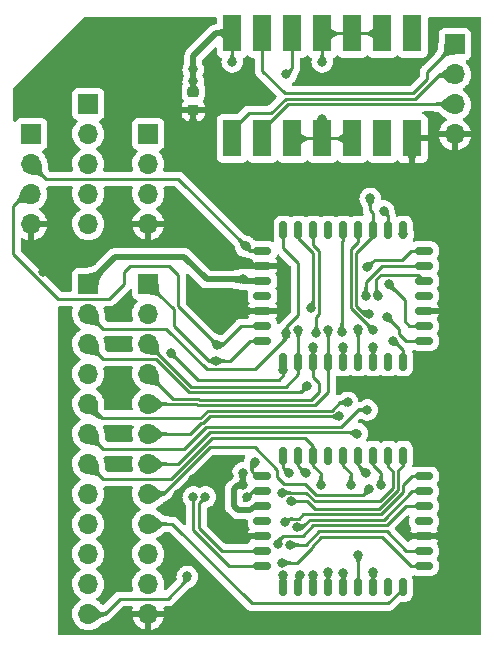
<source format=gtl>
%TF.GenerationSoftware,KiCad,Pcbnew,(6.0.6)*%
%TF.CreationDate,2022-07-04T12:30:35-04:00*%
%TF.ProjectId,HP9825_ROM_Replacement,48503938-3235-45f5-924f-4d5f5265706c,rev?*%
%TF.SameCoordinates,Original*%
%TF.FileFunction,Copper,L1,Top*%
%TF.FilePolarity,Positive*%
%FSLAX46Y46*%
G04 Gerber Fmt 4.6, Leading zero omitted, Abs format (unit mm)*
G04 Created by KiCad (PCBNEW (6.0.6)) date 2022-07-04 12:30:35*
%MOMM*%
%LPD*%
G01*
G04 APERTURE LIST*
G04 Aperture macros list*
%AMRoundRect*
0 Rectangle with rounded corners*
0 $1 Rounding radius*
0 $2 $3 $4 $5 $6 $7 $8 $9 X,Y pos of 4 corners*
0 Add a 4 corners polygon primitive as box body*
4,1,4,$2,$3,$4,$5,$6,$7,$8,$9,$2,$3,0*
0 Add four circle primitives for the rounded corners*
1,1,$1+$1,$2,$3*
1,1,$1+$1,$4,$5*
1,1,$1+$1,$6,$7*
1,1,$1+$1,$8,$9*
0 Add four rect primitives between the rounded corners*
20,1,$1+$1,$2,$3,$4,$5,0*
20,1,$1+$1,$4,$5,$6,$7,0*
20,1,$1+$1,$6,$7,$8,$9,0*
20,1,$1+$1,$8,$9,$2,$3,0*%
G04 Aperture macros list end*
%TA.AperFunction,ComponentPad*%
%ADD10R,1.700000X1.700000*%
%TD*%
%TA.AperFunction,ComponentPad*%
%ADD11O,1.700000X1.700000*%
%TD*%
%TA.AperFunction,SMDPad,CuDef*%
%ADD12RoundRect,0.225000X-0.250000X0.225000X-0.250000X-0.225000X0.250000X-0.225000X0.250000X0.225000X0*%
%TD*%
%TA.AperFunction,SMDPad,CuDef*%
%ADD13R,1.600000X3.100000*%
%TD*%
%TA.AperFunction,SMDPad,CuDef*%
%ADD14RoundRect,0.150000X0.587500X-0.150000X0.587500X0.150000X-0.587500X0.150000X-0.587500X-0.150000X0*%
%TD*%
%TA.AperFunction,SMDPad,CuDef*%
%ADD15RoundRect,0.150000X0.150000X-0.587500X0.150000X0.587500X-0.150000X0.587500X-0.150000X-0.587500X0*%
%TD*%
%TA.AperFunction,ViaPad*%
%ADD16C,0.800000*%
%TD*%
%TA.AperFunction,Conductor*%
%ADD17C,0.500000*%
%TD*%
%TA.AperFunction,Conductor*%
%ADD18C,0.250000*%
%TD*%
G04 APERTURE END LIST*
D10*
%TO.P,J1RD1,1,Pin_1*%
%TO.N,/A7*%
X167640000Y-96520000D03*
D11*
%TO.P,J1RD1,2,Pin_2*%
%TO.N,/A6*%
X167640000Y-99060000D03*
%TO.P,J1RD1,3,Pin_3*%
%TO.N,/A5*%
X167640000Y-101600000D03*
%TO.P,J1RD1,4,Pin_4*%
%TO.N,/A4*%
X167640000Y-104140000D03*
%TO.P,J1RD1,5,Pin_5*%
%TO.N,/A3*%
X167640000Y-106680000D03*
%TO.P,J1RD1,6,Pin_6*%
%TO.N,/A2*%
X167640000Y-109220000D03*
%TO.P,J1RD1,7,Pin_7*%
%TO.N,/A1*%
X167640000Y-111760000D03*
%TO.P,J1RD1,8,Pin_8*%
%TO.N,/A0*%
X167640000Y-114300000D03*
%TO.P,J1RD1,9,Pin_9*%
%TO.N,/D8*%
X167640000Y-116840000D03*
%TO.P,J1RD1,10,Pin_10*%
%TO.N,/D9*%
X167640000Y-119380000D03*
%TO.P,J1RD1,11,Pin_11*%
%TO.N,/D10*%
X167640000Y-121920000D03*
%TO.P,J1RD1,12,Pin_12*%
%TO.N,GND*%
X167640000Y-124460000D03*
%TD*%
D10*
%TO.P,J1LD1,1,Pin_1*%
%TO.N,+5V*%
X162560000Y-96520000D03*
D11*
%TO.P,J1LD1,2,Pin_2*%
%TO.N,/A8*%
X162560000Y-99060000D03*
%TO.P,J1LD1,3,Pin_3*%
%TO.N,/A9*%
X162560000Y-101600000D03*
%TO.P,J1LD1,4,Pin_4*%
%TO.N,unconnected-(J1LD1-Pad4)*%
X162560000Y-104140000D03*
%TO.P,J1LD1,5,Pin_5*%
%TO.N,/~{OE}*%
X162560000Y-106680000D03*
%TO.P,J1LD1,6,Pin_6*%
%TO.N,/A10*%
X162560000Y-109220000D03*
%TO.P,J1LD1,7,Pin_7*%
%TO.N,/A11*%
X162560000Y-111760000D03*
%TO.P,J1LD1,8,Pin_8*%
%TO.N,/D15*%
X162560000Y-114300000D03*
%TO.P,J1LD1,9,Pin_9*%
%TO.N,/D14*%
X162560000Y-116840000D03*
%TO.P,J1LD1,10,Pin_10*%
%TO.N,/D13*%
X162560000Y-119380000D03*
%TO.P,J1LD1,11,Pin_11*%
%TO.N,/D12*%
X162560000Y-121920000D03*
%TO.P,J1LD1,12,Pin_12*%
%TO.N,/D11*%
X162560000Y-124460000D03*
%TD*%
D10*
%TO.P,J4,1,Pin_1*%
%TO.N,/~{CS20K}*%
X193598800Y-76235400D03*
D11*
%TO.P,J4,2,Pin_2*%
%TO.N,/~{CS10K}*%
X193598800Y-78775400D03*
%TO.P,J4,3,Pin_3*%
%TO.N,/~{CS0K}*%
X193598800Y-81315400D03*
%TO.P,J4,4,Pin_4*%
%TO.N,GND*%
X193598800Y-83855400D03*
%TD*%
D10*
%TO.P,J1RU1,1,Pin_1*%
%TO.N,/D0*%
X167640000Y-83820000D03*
D11*
%TO.P,J1RU1,2,Pin_2*%
%TO.N,/D1*%
X167640000Y-86360000D03*
%TO.P,J1RU1,3,Pin_3*%
%TO.N,/D2*%
X167640000Y-88900000D03*
%TO.P,J1RU1,4,Pin_4*%
%TO.N,GND*%
X167640000Y-91440000D03*
%TD*%
D12*
%TO.P,C1,1*%
%TO.N,+5V*%
X171450000Y-80251000D03*
%TO.P,C1,2*%
%TO.N,GND*%
X171450000Y-81801000D03*
%TD*%
D13*
%TO.P,U3,1*%
%TO.N,/~{CS10K}*%
X174752000Y-84201000D03*
%TO.P,U3,2*%
%TO.N,/~{CS0K}*%
X177292000Y-84201000D03*
%TO.P,U3,3*%
%TO.N,+5V*%
X179832000Y-84201000D03*
%TO.P,U3,4*%
X182372000Y-84201000D03*
%TO.P,U3,5*%
X184912000Y-84201000D03*
%TO.P,U3,6*%
%TO.N,unconnected-(U3-Pad6)*%
X187452000Y-84201000D03*
%TO.P,U3,7,GND*%
%TO.N,GND*%
X189992000Y-84201000D03*
%TO.P,U3,8*%
%TO.N,unconnected-(U3-Pad8)*%
X189992000Y-75311000D03*
%TO.P,U3,9*%
%TO.N,+5V*%
X187452000Y-75311000D03*
%TO.P,U3,10*%
X184912000Y-75311000D03*
%TO.P,U3,11*%
X182372000Y-75311000D03*
%TO.P,U3,12*%
%TO.N,/~{CE}*%
X179832000Y-75311000D03*
%TO.P,U3,13*%
%TO.N,/~{CS20K}*%
X177292000Y-75311000D03*
%TO.P,U3,14,VCC*%
%TO.N,+5V*%
X174752000Y-75311000D03*
%TD*%
D14*
%TO.P,U1,1,NC*%
%TO.N,unconnected-(U1-Pad1)*%
X177312500Y-97536000D03*
%TO.P,U1,2,A15*%
%TO.N,GND*%
X177312500Y-98806000D03*
%TO.P,U1,3,A12*%
%TO.N,/A12*%
X177312500Y-100076000D03*
%TO.P,U1,4,A7*%
%TO.N,/A7*%
X177312500Y-101346000D03*
D15*
%TO.P,U1,5,A6*%
%TO.N,/A6*%
X179070000Y-103098500D03*
%TO.P,U1,6,A5*%
%TO.N,/A5*%
X180340000Y-103098500D03*
%TO.P,U1,7,A4*%
%TO.N,/A4*%
X181610000Y-103098500D03*
%TO.P,U1,8,A3*%
%TO.N,/A3*%
X182880000Y-103098500D03*
%TO.P,U1,9,A2*%
%TO.N,/A2*%
X184150000Y-103098500D03*
%TO.P,U1,10,A1*%
%TO.N,/A1*%
X185420000Y-103098500D03*
%TO.P,U1,11,A0*%
%TO.N,/A0*%
X186690000Y-103098500D03*
%TO.P,U1,12,NC*%
%TO.N,unconnected-(U1-Pad12)*%
X187960000Y-103098500D03*
%TO.P,U1,13,O0*%
%TO.N,/D0*%
X189230000Y-103098500D03*
D14*
%TO.P,U1,14,O1*%
%TO.N,/D1*%
X190987500Y-101346000D03*
%TO.P,U1,15,O2*%
%TO.N,/D2*%
X190987500Y-100076000D03*
%TO.P,U1,16,GND*%
%TO.N,GND*%
X190987500Y-98806000D03*
%TO.P,U1,17,NC*%
%TO.N,unconnected-(U1-Pad17)*%
X190987500Y-97536000D03*
%TO.P,U1,18,O3*%
%TO.N,/D3*%
X190987500Y-96266000D03*
%TO.P,U1,19,O4*%
%TO.N,/D4*%
X190987500Y-94996000D03*
%TO.P,U1,20,O5*%
%TO.N,/D5*%
X190987500Y-93726000D03*
D15*
%TO.P,U1,21,O6*%
%TO.N,/D6*%
X189230000Y-91973500D03*
%TO.P,U1,22,O7*%
%TO.N,/D7*%
X187960000Y-91973500D03*
%TO.P,U1,23,~{CE}*%
%TO.N,/~{CE}*%
X186690000Y-91973500D03*
%TO.P,U1,24,A10*%
%TO.N,/A10*%
X185420000Y-91973500D03*
%TO.P,U1,25,~{OE}/VPP*%
%TO.N,/~{OE}*%
X184150000Y-91973500D03*
%TO.P,U1,26,NC*%
%TO.N,unconnected-(U1-Pad26)*%
X182880000Y-91973500D03*
%TO.P,U1,27,A11*%
%TO.N,/A11*%
X181610000Y-91973500D03*
%TO.P,U1,28,A9*%
%TO.N,/A9*%
X180340000Y-91973500D03*
%TO.P,U1,29,A8*%
%TO.N,/A8*%
X179070000Y-91973500D03*
D14*
%TO.P,U1,30,A13*%
%TO.N,/A13*%
X177312500Y-93726000D03*
%TO.P,U1,31,A14*%
%TO.N,GND*%
X177312500Y-94996000D03*
%TO.P,U1,32,VCC*%
%TO.N,+5V*%
X177312500Y-96266000D03*
%TD*%
D10*
%TO.P,J3,1,Pin_1*%
%TO.N,/A14*%
X157734000Y-83830000D03*
D11*
%TO.P,J3,2,Pin_2*%
%TO.N,/A13*%
X157734000Y-86370000D03*
%TO.P,J3,3,Pin_3*%
%TO.N,/A12*%
X157734000Y-88910000D03*
%TO.P,J3,4,Pin_4*%
%TO.N,GND*%
X157734000Y-91450000D03*
%TD*%
D14*
%TO.P,U2,1,NC*%
%TO.N,unconnected-(U2-Pad1)*%
X177312500Y-116606000D03*
%TO.P,U2,2,A15*%
%TO.N,GND*%
X177312500Y-117876000D03*
%TO.P,U2,3,A12*%
%TO.N,/A12*%
X177312500Y-119146000D03*
%TO.P,U2,4,A7*%
%TO.N,/A7*%
X177312500Y-120416000D03*
D15*
%TO.P,U2,5,A6*%
%TO.N,/A6*%
X179070000Y-122168500D03*
%TO.P,U2,6,A5*%
%TO.N,/A5*%
X180340000Y-122168500D03*
%TO.P,U2,7,A4*%
%TO.N,/A4*%
X181610000Y-122168500D03*
%TO.P,U2,8,A3*%
%TO.N,/A3*%
X182880000Y-122168500D03*
%TO.P,U2,9,A2*%
%TO.N,/A2*%
X184150000Y-122168500D03*
%TO.P,U2,10,A1*%
%TO.N,/A1*%
X185420000Y-122168500D03*
%TO.P,U2,11,A0*%
%TO.N,/A0*%
X186690000Y-122168500D03*
%TO.P,U2,12,NC*%
%TO.N,unconnected-(U2-Pad12)*%
X187960000Y-122168500D03*
%TO.P,U2,13,O0*%
%TO.N,/D8*%
X189230000Y-122168500D03*
D14*
%TO.P,U2,14,O1*%
%TO.N,/D9*%
X190987500Y-120416000D03*
%TO.P,U2,15,O2*%
%TO.N,/D10*%
X190987500Y-119146000D03*
%TO.P,U2,16,GND*%
%TO.N,GND*%
X190987500Y-117876000D03*
%TO.P,U2,17,NC*%
%TO.N,unconnected-(U2-Pad17)*%
X190987500Y-116606000D03*
%TO.P,U2,18,O3*%
%TO.N,/D11*%
X190987500Y-115336000D03*
%TO.P,U2,19,O4*%
%TO.N,/D12*%
X190987500Y-114066000D03*
%TO.P,U2,20,O5*%
%TO.N,/D13*%
X190987500Y-112796000D03*
D15*
%TO.P,U2,21,O6*%
%TO.N,/D14*%
X189230000Y-111043500D03*
%TO.P,U2,22,O7*%
%TO.N,/D15*%
X187960000Y-111043500D03*
%TO.P,U2,23,~{CE}*%
%TO.N,/~{CE}*%
X186690000Y-111043500D03*
%TO.P,U2,24,A10*%
%TO.N,/A10*%
X185420000Y-111043500D03*
%TO.P,U2,25,~{OE}/VPP*%
%TO.N,/~{OE}*%
X184150000Y-111043500D03*
%TO.P,U2,26,NC*%
%TO.N,unconnected-(U2-Pad26)*%
X182880000Y-111043500D03*
%TO.P,U2,27,A11*%
%TO.N,/A11*%
X181610000Y-111043500D03*
%TO.P,U2,28,A9*%
%TO.N,/A9*%
X180340000Y-111043500D03*
%TO.P,U2,29,A8*%
%TO.N,/A8*%
X179070000Y-111043500D03*
D14*
%TO.P,U2,30,A13*%
%TO.N,/A13*%
X177312500Y-112796000D03*
%TO.P,U2,31,A14*%
%TO.N,GND*%
X177312500Y-114066000D03*
%TO.P,U2,32,VCC*%
%TO.N,+5V*%
X177312500Y-115336000D03*
%TD*%
D10*
%TO.P,J1LU1,1,Pin_1*%
%TO.N,/D7*%
X162560000Y-81280000D03*
D11*
%TO.P,J1LU1,2,Pin_2*%
%TO.N,/D6*%
X162560000Y-83820000D03*
%TO.P,J1LU1,3,Pin_3*%
%TO.N,/D5*%
X162560000Y-86360000D03*
%TO.P,J1LU1,4,Pin_4*%
%TO.N,/D4*%
X162560000Y-88900000D03*
%TO.P,J1LU1,5,Pin_5*%
%TO.N,/D3*%
X162560000Y-91440000D03*
%TD*%
D16*
%TO.N,+5V*%
X171450000Y-78359000D03*
X175641000Y-96139000D03*
X174752000Y-77724000D03*
X175641000Y-112522000D03*
X175641000Y-113538000D03*
X182372000Y-82550000D03*
X182372000Y-77724000D03*
X171450000Y-79375000D03*
%TO.N,GND*%
X157988000Y-93980000D03*
X164846000Y-104140000D03*
X165100000Y-112014000D03*
X172085000Y-83693000D03*
X191008000Y-102870000D03*
X179070000Y-97282000D03*
X175895000Y-118110000D03*
X192278000Y-91186000D03*
X174498000Y-112776000D03*
X176149000Y-94742000D03*
X170180000Y-114300000D03*
X191008000Y-105410000D03*
X183896000Y-87376000D03*
X181610000Y-87122000D03*
X171450000Y-92456000D03*
X178816000Y-87122000D03*
X190754000Y-86868000D03*
X162306000Y-93980000D03*
X173482000Y-92710000D03*
X173990000Y-123698000D03*
X173482000Y-94234000D03*
X191008000Y-111252000D03*
X192278000Y-117856000D03*
X179070000Y-96266000D03*
X173228000Y-99314000D03*
X158750000Y-95504000D03*
X164846000Y-106680000D03*
X189992000Y-85598000D03*
X188468000Y-106934000D03*
X194056000Y-87122000D03*
X189738000Y-117856000D03*
X170942000Y-83693000D03*
X191008000Y-89154000D03*
X171450000Y-113030000D03*
X171450000Y-82804000D03*
X162052000Y-76200000D03*
X159004000Y-78740000D03*
X188468000Y-105410000D03*
X165100000Y-76454000D03*
X173228000Y-97790000D03*
X174498000Y-118110000D03*
X171704000Y-97790000D03*
X167894000Y-76708000D03*
X165100000Y-99060000D03*
X165354000Y-105410000D03*
X191008000Y-108204000D03*
X165100000Y-109220000D03*
X189484000Y-86868000D03*
X191008000Y-122428000D03*
X188468000Y-108458000D03*
X165100000Y-114046000D03*
X174498000Y-111506000D03*
X176022000Y-98806000D03*
X157734000Y-81026000D03*
X164846000Y-125222000D03*
X176022000Y-114569500D03*
X165100000Y-101600000D03*
%TO.N,/D7*%
X187579000Y-90334500D03*
%TO.N,/D6*%
X189230000Y-92329000D03*
%TO.N,/D5*%
X186182000Y-95123000D03*
%TO.N,/D4*%
X186055000Y-97536000D03*
%TO.N,/D3*%
X187071000Y-97536000D03*
%TO.N,/A8*%
X179525500Y-112522000D03*
X179324000Y-100711000D03*
%TO.N,/A9*%
X180975000Y-112562750D03*
X181057622Y-105147281D03*
X181393500Y-98552000D03*
%TO.N,/~{OE}*%
X184531000Y-106553000D03*
X184023000Y-100584000D03*
X184785000Y-113578750D03*
%TO.N,/A10*%
X186182000Y-107188000D03*
X186055000Y-112522000D03*
X186690000Y-100457000D03*
%TO.N,/A11*%
X181864000Y-100711000D03*
X182245000Y-113578750D03*
%TO.N,/D15*%
X178938872Y-114177471D03*
%TO.N,/D14*%
X179684186Y-114922785D03*
%TO.N,/D13*%
X179197000Y-116713000D03*
%TO.N,/D12*%
X180272200Y-117131500D03*
%TO.N,/D11*%
X170942000Y-121285000D03*
X178621200Y-118558800D03*
%TO.N,/A13*%
X175895000Y-93345000D03*
X176657000Y-111633000D03*
%TO.N,/A12*%
X172474598Y-114554000D03*
X173482000Y-101727000D03*
%TO.N,/D0*%
X188341000Y-101346000D03*
%TO.N,/D1*%
X187870500Y-99314000D03*
%TO.N,/D2*%
X187997500Y-96520000D03*
%TO.N,/A7*%
X173355000Y-103034500D03*
X171450000Y-114554000D03*
%TO.N,/A6*%
X169545000Y-102362000D03*
X179070000Y-103843500D03*
X179070000Y-121158000D03*
%TO.N,/A5*%
X180340000Y-100381000D03*
X180467000Y-121158000D03*
%TO.N,/A4*%
X181610000Y-121158000D03*
X181610000Y-101879500D03*
%TO.N,/A3*%
X182880000Y-120904000D03*
X182880000Y-100381000D03*
%TO.N,/A2*%
X184150000Y-120955000D03*
X184150000Y-101879500D03*
X183769000Y-107696000D03*
%TO.N,/A1*%
X185420000Y-119431000D03*
X185330000Y-109183000D03*
X185420000Y-100355500D03*
%TO.N,/A0*%
X186309000Y-113919000D03*
X186690000Y-101854000D03*
X186690000Y-120929500D03*
%TO.N,/D9*%
X178943000Y-120142000D03*
%TO.N,/D10*%
X179620457Y-118580940D03*
%TO.N,/~{CE}*%
X186436000Y-89281000D03*
X186313299Y-99055701D03*
X179324000Y-78777500D03*
X187325000Y-113538000D03*
%TD*%
D17*
%TO.N,+5V*%
X177312500Y-96266000D02*
X175768000Y-96266000D01*
X173355000Y-75311000D02*
X171450000Y-77216000D01*
X171450000Y-77216000D02*
X171450000Y-80251000D01*
D18*
X187325000Y-75311000D02*
X187198000Y-75438000D01*
D17*
X174879000Y-113919000D02*
X175260000Y-113538000D01*
X164846000Y-94234000D02*
X170688000Y-94234000D01*
X174752000Y-75311000D02*
X173355000Y-75311000D01*
X177229000Y-115419500D02*
X176553500Y-115419500D01*
X175768000Y-96266000D02*
X175641000Y-96139000D01*
X175641000Y-113538000D02*
X175641000Y-112522000D01*
X172593000Y-96139000D02*
X175641000Y-96139000D01*
D18*
X179832000Y-84201000D02*
X184912000Y-84201000D01*
X182372000Y-75311000D02*
X182372000Y-77724000D01*
X187452000Y-75311000D02*
X187325000Y-75311000D01*
D17*
X162560000Y-96520000D02*
X164846000Y-94234000D01*
X170688000Y-94234000D02*
X172593000Y-96139000D01*
X175260000Y-113538000D02*
X175641000Y-113538000D01*
X176553500Y-115419500D02*
X176276000Y-115697000D01*
X175260000Y-115697000D02*
X174879000Y-115316000D01*
X177312500Y-115336000D02*
X177229000Y-115419500D01*
D18*
X174752000Y-75311000D02*
X174752000Y-77724000D01*
X182372000Y-75311000D02*
X187452000Y-75311000D01*
D17*
X174879000Y-115316000D02*
X174879000Y-113919000D01*
X176276000Y-115697000D02*
X175260000Y-115697000D01*
D18*
%TO.N,GND*%
X171450000Y-81801000D02*
X171450000Y-82804000D01*
X177312500Y-117876000D02*
X176129000Y-117876000D01*
X176022000Y-114569500D02*
X176525500Y-114066000D01*
X176525500Y-114066000D02*
X177312500Y-114066000D01*
X176129000Y-117876000D02*
X175895000Y-118110000D01*
X189738000Y-117856000D02*
X192278000Y-117856000D01*
%TO.N,/D7*%
X187960000Y-90715500D02*
X187579000Y-90334500D01*
X187960000Y-91973500D02*
X187960000Y-90715500D01*
%TO.N,/D5*%
X190987500Y-93726000D02*
X189865000Y-93726000D01*
X189865000Y-93726000D02*
X189103000Y-94488000D01*
X186817000Y-94488000D02*
X186182000Y-95123000D01*
X189103000Y-94488000D02*
X186817000Y-94488000D01*
%TO.N,/D4*%
X187450604Y-94996000D02*
X190987500Y-94996000D01*
X186055000Y-96391604D02*
X187450604Y-94996000D01*
X186055000Y-97536000D02*
X186055000Y-96391604D01*
%TO.N,/D3*%
X187579000Y-95758000D02*
X187325000Y-95758000D01*
X186944000Y-97409000D02*
X187071000Y-97536000D01*
X187198000Y-97409000D02*
X187071000Y-97536000D01*
X190479500Y-95758000D02*
X187579000Y-95758000D01*
X187325000Y-95758000D02*
X186944000Y-96139000D01*
X190987500Y-96266000D02*
X190479500Y-95758000D01*
X186944000Y-96139000D02*
X186944000Y-97409000D01*
%TO.N,/A8*%
X179070000Y-111043500D02*
X179070000Y-112066500D01*
X169164000Y-100330000D02*
X172593000Y-103759000D01*
X179324000Y-100711000D02*
X179324000Y-100203000D01*
X180340000Y-99187000D02*
X180340000Y-94742000D01*
X162560000Y-99060000D02*
X163830000Y-100330000D01*
X180340000Y-94742000D02*
X179070000Y-93472000D01*
X179070000Y-93472000D02*
X179070000Y-92034250D01*
X172593000Y-103759000D02*
X176657000Y-103759000D01*
X163830000Y-100330000D02*
X169164000Y-100330000D01*
X179070000Y-112066500D02*
X179525500Y-112522000D01*
X176657000Y-103759000D02*
X179324000Y-101092000D01*
X179324000Y-101092000D02*
X179324000Y-100711000D01*
X179324000Y-100203000D02*
X180340000Y-99187000D01*
%TO.N,/A9*%
X163830000Y-102870000D02*
X168273604Y-102870000D01*
X180340000Y-92584396D02*
X180340000Y-91988750D01*
X180340000Y-111927750D02*
X180975000Y-112562750D01*
X162560000Y-101600000D02*
X163830000Y-102870000D01*
X181393500Y-98552000D02*
X181610000Y-98335500D01*
X180540903Y-105664000D02*
X181057622Y-105147281D01*
X180340000Y-111084250D02*
X180340000Y-111927750D01*
X168273604Y-102870000D02*
X171067604Y-105664000D01*
X181610000Y-98335500D02*
X181610000Y-93854396D01*
X181610000Y-93854396D02*
X180340000Y-92584396D01*
X171067604Y-105664000D02*
X180540903Y-105664000D01*
%TO.N,/~{OE}*%
X163735000Y-107855000D02*
X172053000Y-107855000D01*
X184023000Y-100584000D02*
X184023000Y-92959250D01*
X183886695Y-106553000D02*
X184531000Y-106553000D01*
X172053000Y-107855000D02*
X172662000Y-107246000D01*
X184150000Y-111927750D02*
X184785000Y-112562750D01*
X183193695Y-107246000D02*
X183886695Y-106553000D01*
X184785000Y-112562750D02*
X184785000Y-113578750D01*
X162560000Y-106680000D02*
X163735000Y-107855000D01*
X184150000Y-92832250D02*
X184150000Y-91988750D01*
X172662000Y-107246000D02*
X183193695Y-107246000D01*
X184023000Y-92959250D02*
X184150000Y-92832250D01*
X184150000Y-111084250D02*
X184150000Y-111927750D01*
%TO.N,/A10*%
X185420000Y-107188000D02*
X185928000Y-107188000D01*
X172423000Y-108755000D02*
X172425792Y-108755000D01*
X184785000Y-93599000D02*
X185420000Y-92964000D01*
X172425792Y-108755000D02*
X172543292Y-108637500D01*
X185420000Y-111043500D02*
X185420000Y-111887000D01*
X170688000Y-110490000D02*
X172423000Y-108755000D01*
X172543292Y-108637500D02*
X183970500Y-108637500D01*
X184785000Y-98552000D02*
X184785000Y-93599000D01*
X183970500Y-108637500D02*
X185420000Y-107188000D01*
X186690000Y-100457000D02*
X184785000Y-98552000D01*
X185420000Y-111887000D02*
X186055000Y-112522000D01*
X163830000Y-110490000D02*
X170688000Y-110490000D01*
X185420000Y-92964000D02*
X185420000Y-91973500D01*
X162560000Y-109220000D02*
X163830000Y-110490000D01*
%TO.N,/A11*%
X181610000Y-110236000D02*
X181610000Y-111043500D01*
X182118000Y-99060000D02*
X182118000Y-93726000D01*
X162560000Y-111760000D02*
X163830000Y-113030000D01*
X173038896Y-109537500D02*
X180911500Y-109537500D01*
X181864000Y-99314000D02*
X182118000Y-99060000D01*
X182118000Y-93726000D02*
X181610000Y-93218000D01*
X180911500Y-109537500D02*
X181610000Y-110236000D01*
X169546396Y-113030000D02*
X173038896Y-109537500D01*
X181610000Y-111084250D02*
X181610000Y-111927750D01*
X181610000Y-111927750D02*
X182245000Y-112562750D01*
X163830000Y-113030000D02*
X169546396Y-113030000D01*
X181610000Y-93218000D02*
X181610000Y-91973500D01*
X182245000Y-112562750D02*
X182245000Y-113578750D01*
X181864000Y-100711000D02*
X181864000Y-99314000D01*
%TO.N,/D15*%
X178938872Y-114177471D02*
X180968471Y-114177471D01*
X188341000Y-112395000D02*
X187960000Y-112014000D01*
X181726000Y-114935000D02*
X187198000Y-114935000D01*
X187960000Y-112014000D02*
X187960000Y-111043500D01*
X180968471Y-114177471D02*
X181726000Y-114935000D01*
X188341000Y-113792000D02*
X188341000Y-112395000D01*
X187256000Y-114877000D02*
X188341000Y-113792000D01*
%TO.N,/D14*%
X181077389Y-114922785D02*
X181724604Y-115570000D01*
X179684186Y-114922785D02*
X181077389Y-114922785D01*
X187199396Y-115570000D02*
X188791000Y-113978396D01*
X189230000Y-111887000D02*
X189230000Y-111043500D01*
X181724604Y-115570000D02*
X187199396Y-115570000D01*
X188791000Y-113978396D02*
X188791000Y-112326000D01*
X188791000Y-112326000D02*
X189230000Y-111887000D01*
%TO.N,/D13*%
X180779000Y-116020000D02*
X185235000Y-116020000D01*
X179197000Y-116713000D02*
X179503500Y-116406500D01*
X187385792Y-116020000D02*
X185235000Y-116020000D01*
X180392500Y-116406500D02*
X180779000Y-116020000D01*
X190987500Y-112796000D02*
X189972000Y-112796000D01*
X189972000Y-112796000D02*
X189241000Y-113527000D01*
X189241000Y-114164792D02*
X187385792Y-116020000D01*
X189241000Y-113527000D02*
X189241000Y-114164792D01*
X179503500Y-116406500D02*
X180392500Y-116406500D01*
%TO.N,/D12*%
X180683500Y-117131500D02*
X181345000Y-116470000D01*
X181345000Y-116470000D02*
X187572188Y-116470000D01*
X180272200Y-117131500D02*
X180683500Y-117131500D01*
X187572188Y-116470000D02*
X189976188Y-114066000D01*
X189976188Y-114066000D02*
X190987500Y-114066000D01*
%TO.N,/D11*%
X169291000Y-123190000D02*
X170942000Y-121539000D01*
X187833000Y-116967000D02*
X189464000Y-115336000D01*
X180721000Y-117856000D02*
X181610000Y-116967000D01*
X189464000Y-115336000D02*
X190987500Y-115336000D01*
X163957000Y-124460000D02*
X165227000Y-123190000D01*
X162560000Y-124460000D02*
X163957000Y-124460000D01*
X178621200Y-118558800D02*
X178621200Y-118304800D01*
X170942000Y-121539000D02*
X170942000Y-121285000D01*
X179070000Y-117856000D02*
X180721000Y-117856000D01*
X178621200Y-118304800D02*
X179070000Y-117856000D01*
X181610000Y-116967000D02*
X187833000Y-116967000D01*
X165227000Y-123190000D02*
X169291000Y-123190000D01*
%TO.N,/A13*%
X176657000Y-111633000D02*
X176403000Y-111887000D01*
X158994000Y-87630000D02*
X170180000Y-87630000D01*
X170180000Y-87630000D02*
X175895000Y-93345000D01*
X176403000Y-111887000D02*
X176403000Y-112395000D01*
X176804000Y-112796000D02*
X177312500Y-112796000D01*
X176403000Y-112395000D02*
X176804000Y-112796000D01*
X157734000Y-86370000D02*
X158994000Y-87630000D01*
X177312500Y-93726000D02*
X176276000Y-93726000D01*
X176276000Y-93726000D02*
X175895000Y-93345000D01*
%TO.N,/A12*%
X157216000Y-88910000D02*
X156210000Y-89916000D01*
X173863000Y-101727000D02*
X175514000Y-100076000D01*
X160010695Y-97790000D02*
X164338000Y-97790000D01*
X169418000Y-94996000D02*
X170180000Y-95758000D01*
X173864396Y-119126000D02*
X177292500Y-119126000D01*
X171958000Y-117219604D02*
X173864396Y-119126000D01*
X172474598Y-114554000D02*
X171958000Y-115070598D01*
X175514000Y-100076000D02*
X177312500Y-100076000D01*
X157734000Y-88910000D02*
X157216000Y-88910000D01*
X170180000Y-95758000D02*
X170180000Y-98425000D01*
X165608000Y-96520000D02*
X165608000Y-95504000D01*
X170180000Y-98425000D02*
X173482000Y-101727000D01*
X164338000Y-97790000D02*
X165608000Y-96520000D01*
X171958000Y-115070598D02*
X171958000Y-117219604D01*
X166116000Y-94996000D02*
X169418000Y-94996000D01*
X177292500Y-119126000D02*
X177312500Y-119146000D01*
X173482000Y-101727000D02*
X173863000Y-101727000D01*
X156210000Y-89916000D02*
X156210000Y-93989305D01*
X165608000Y-95504000D02*
X166116000Y-94996000D01*
X156210000Y-93989305D02*
X160010695Y-97790000D01*
%TO.N,/~{CS20K}*%
X190077804Y-80380000D02*
X191262000Y-79195804D01*
X177292000Y-75311000D02*
X177292000Y-78486000D01*
X191262000Y-78572200D02*
X193598800Y-76235400D01*
X179186000Y-80380000D02*
X190077804Y-80380000D01*
X191262000Y-79195804D02*
X191262000Y-78572200D01*
X177292000Y-78486000D02*
X179186000Y-80380000D01*
%TO.N,/~{CS10K}*%
X178054000Y-82042000D02*
X179266000Y-80830000D01*
X174752000Y-84201000D02*
X174752000Y-83451000D01*
X179266000Y-80830000D02*
X190264200Y-80830000D01*
X176161000Y-82042000D02*
X178054000Y-82042000D01*
X190264200Y-80830000D02*
X192318800Y-78775400D01*
X174752000Y-83451000D02*
X176161000Y-82042000D01*
X192318800Y-78775400D02*
X193598800Y-78775400D01*
%TO.N,/~{CS0K}*%
X177292000Y-84201000D02*
X177292000Y-83451000D01*
X179463000Y-81280000D02*
X193294000Y-81280000D01*
X177292000Y-83451000D02*
X179463000Y-81280000D01*
%TO.N,/D0*%
X188431000Y-101309000D02*
X189230000Y-102108000D01*
X188341000Y-101346000D02*
X188378000Y-101309000D01*
X189230000Y-102108000D02*
X189230000Y-103098500D01*
X188378000Y-101309000D02*
X188431000Y-101309000D01*
%TO.N,/D1*%
X187870500Y-99314000D02*
X188881000Y-100324500D01*
X188881000Y-100324500D02*
X188881000Y-100743000D01*
X189484000Y-101346000D02*
X190987500Y-101346000D01*
X188881000Y-100743000D02*
X189484000Y-101346000D01*
%TO.N,/D2*%
X187997500Y-96520000D02*
X187997500Y-96557500D01*
X187997500Y-96557500D02*
X189357000Y-97917000D01*
X189357000Y-97917000D02*
X189357000Y-99695000D01*
X189357000Y-99695000D02*
X189738000Y-100076000D01*
X189738000Y-100076000D02*
X190987500Y-100076000D01*
%TO.N,/A7*%
X171450000Y-114554000D02*
X171450000Y-117348000D01*
X171450000Y-117348000D02*
X174498000Y-120396000D01*
X176276000Y-101346000D02*
X177312500Y-101346000D01*
X172757500Y-103034500D02*
X169799000Y-100076000D01*
X174587500Y-103034500D02*
X176276000Y-101346000D01*
X177292500Y-120396000D02*
X177312500Y-120416000D01*
X169799000Y-100076000D02*
X169799000Y-98679000D01*
X174498000Y-120396000D02*
X177292500Y-120396000D01*
X173355000Y-103034500D02*
X174587500Y-103034500D01*
X169799000Y-98679000D02*
X167640000Y-96520000D01*
X173355000Y-103034500D02*
X172757500Y-103034500D01*
%TO.N,/A6*%
X179070000Y-103098500D02*
X179070000Y-104267000D01*
X179070000Y-122199500D02*
X179070000Y-121158000D01*
X171831000Y-104648000D02*
X169545000Y-102362000D01*
X179070000Y-104267000D02*
X178689000Y-104648000D01*
X178689000Y-104648000D02*
X171831000Y-104648000D01*
%TO.N,/A5*%
X179266000Y-105214000D02*
X180340000Y-104140000D01*
X171254000Y-105214000D02*
X179266000Y-105214000D01*
X180340000Y-121285000D02*
X180467000Y-121158000D01*
X180340000Y-104140000D02*
X180340000Y-103098500D01*
X167640000Y-101600000D02*
X171254000Y-105214000D01*
X180340000Y-122199500D02*
X180340000Y-121285000D01*
X180340000Y-103124000D02*
X180340000Y-100381000D01*
%TO.N,/A4*%
X181610000Y-103098500D02*
X181610000Y-101879500D01*
X182118000Y-105664000D02*
X182118000Y-104902000D01*
X181610000Y-122199500D02*
X181610000Y-121158000D01*
X182118000Y-104902000D02*
X181610000Y-104394000D01*
X172006396Y-106346000D02*
X181436000Y-106346000D01*
X171890396Y-106230000D02*
X172006396Y-106346000D01*
X181436000Y-106346000D02*
X182118000Y-105664000D01*
X167640000Y-104140000D02*
X169730000Y-106230000D01*
X181610000Y-103124000D02*
X181610000Y-101879500D01*
X181610000Y-104394000D02*
X181610000Y-103098500D01*
X169730000Y-106230000D02*
X171890396Y-106230000D01*
%TO.N,/A3*%
X171704000Y-106680000D02*
X171820000Y-106796000D01*
X181748000Y-106796000D02*
X182880000Y-105664000D01*
X171820000Y-106796000D02*
X181748000Y-106796000D01*
X182880000Y-105664000D02*
X182880000Y-103098500D01*
X167640000Y-106680000D02*
X171704000Y-106680000D01*
X182880000Y-103124000D02*
X182880000Y-100381000D01*
X182880000Y-122199500D02*
X182880000Y-120904000D01*
%TO.N,/A2*%
X172848396Y-107696000D02*
X172239396Y-108305000D01*
X184150000Y-103124000D02*
X184150000Y-101879500D01*
X172239396Y-108305000D02*
X172111000Y-108305000D01*
X171196000Y-109220000D02*
X167640000Y-109220000D01*
X172111000Y-108305000D02*
X171196000Y-109220000D01*
X183769000Y-107696000D02*
X172848396Y-107696000D01*
X184150000Y-122199500D02*
X184150000Y-120955000D01*
%TO.N,/A1*%
X185287500Y-109087500D02*
X172852500Y-109087500D01*
X172852500Y-109087500D02*
X170180000Y-111760000D01*
X185420000Y-122174000D02*
X185420000Y-119431000D01*
X185420000Y-103098500D02*
X185420000Y-100355500D01*
X185293000Y-109093000D02*
X185287500Y-109087500D01*
X170180000Y-111760000D02*
X167640000Y-111760000D01*
%TO.N,/A0*%
X178562000Y-112268000D02*
X176657000Y-110363000D01*
X180911500Y-113474500D02*
X179133500Y-113474500D01*
X179133500Y-113474500D02*
X178562000Y-112903000D01*
X168912792Y-114300000D02*
X167640000Y-114300000D01*
X176657000Y-110363000D02*
X172849792Y-110363000D01*
X186690000Y-122174000D02*
X186690000Y-120929500D01*
X186690000Y-103098500D02*
X186690000Y-101854000D01*
X181864000Y-114427000D02*
X180911500Y-113474500D01*
X186309000Y-113919000D02*
X185801000Y-114427000D01*
X178562000Y-112903000D02*
X178562000Y-112268000D01*
X172849792Y-110363000D02*
X168912792Y-114300000D01*
X185801000Y-114427000D02*
X181864000Y-114427000D01*
%TO.N,/D8*%
X169672000Y-116840000D02*
X167640000Y-116840000D01*
X176403000Y-123571000D02*
X169672000Y-116840000D01*
X187966751Y-123571000D02*
X176403000Y-123571000D01*
X189230000Y-122168500D02*
X189230000Y-122307751D01*
X189230000Y-122307751D02*
X187966751Y-123571000D01*
%TO.N,/D9*%
X187452000Y-117983000D02*
X189885000Y-120416000D01*
X181483000Y-118872000D02*
X181483000Y-118746396D01*
X182246396Y-117983000D02*
X187452000Y-117983000D01*
X178943000Y-120142000D02*
X180213000Y-120142000D01*
X181483000Y-118746396D02*
X182246396Y-117983000D01*
X189885000Y-120416000D02*
X190987500Y-120416000D01*
X180213000Y-120142000D02*
X181483000Y-118872000D01*
%TO.N,/D10*%
X179620457Y-118580940D02*
X181012060Y-118580940D01*
X187833000Y-117475000D02*
X189504000Y-119146000D01*
X181012060Y-118580940D02*
X182118000Y-117475000D01*
X189504000Y-119146000D02*
X190987500Y-119146000D01*
X182118000Y-117475000D02*
X187833000Y-117475000D01*
%TO.N,/~{CE}*%
X186690000Y-111887000D02*
X187325000Y-112522000D01*
X179324000Y-78777500D02*
X179832000Y-78269500D01*
X185235000Y-98365604D02*
X185235000Y-93911000D01*
X185235000Y-93911000D02*
X186690000Y-92456000D01*
X187325000Y-112522000D02*
X187325000Y-113538000D01*
X186690000Y-90551000D02*
X186436000Y-90297000D01*
X186313299Y-99055701D02*
X185925097Y-99055701D01*
X185925097Y-99055701D02*
X185235000Y-98365604D01*
X186690000Y-111043500D02*
X186690000Y-111887000D01*
X186690000Y-91973500D02*
X186690000Y-90551000D01*
X179832000Y-78269500D02*
X179832000Y-75311000D01*
X186436000Y-90297000D02*
X186436000Y-89281000D01*
X186690000Y-92456000D02*
X186690000Y-91948000D01*
%TD*%
%TA.AperFunction,Conductor*%
%TO.N,/D7*%
G36*
X188081870Y-91386927D02*
G01*
X188085293Y-91394899D01*
X188086711Y-91450022D01*
X188091731Y-91506486D01*
X188099883Y-91554946D01*
X188110994Y-91597458D01*
X188124888Y-91636078D01*
X188141391Y-91672860D01*
X188141457Y-91672990D01*
X188141458Y-91672991D01*
X188160309Y-91709824D01*
X188160328Y-91709862D01*
X188181500Y-91749092D01*
X188181525Y-91749138D01*
X188204753Y-91792642D01*
X188204880Y-91792888D01*
X188226270Y-91835333D01*
X188226933Y-91844263D01*
X188224255Y-91848708D01*
X187968433Y-92114731D01*
X187960229Y-92118319D01*
X187951567Y-92114731D01*
X187695745Y-91848708D01*
X187692480Y-91840369D01*
X187693730Y-91835333D01*
X187715119Y-91792888D01*
X187715246Y-91792642D01*
X187738449Y-91749184D01*
X187738474Y-91749138D01*
X187759671Y-91709862D01*
X187759690Y-91709824D01*
X187778541Y-91672991D01*
X187778542Y-91672990D01*
X187778608Y-91672860D01*
X187795111Y-91636078D01*
X187809005Y-91597458D01*
X187820116Y-91554946D01*
X187828268Y-91506486D01*
X187833288Y-91450022D01*
X187834707Y-91394899D01*
X187838345Y-91386717D01*
X187846403Y-91383500D01*
X188073597Y-91383500D01*
X188081870Y-91386927D01*
G37*
%TD.AperFunction*%
%TD*%
%TA.AperFunction,Conductor*%
%TO.N,+5V*%
G36*
X175924753Y-95856647D02*
G01*
X175960232Y-95889047D01*
X176000358Y-95920783D01*
X176040538Y-95946997D01*
X176082019Y-95968168D01*
X176126045Y-95984772D01*
X176173865Y-95997287D01*
X176174122Y-95997330D01*
X176174130Y-95997332D01*
X176226502Y-96006153D01*
X176226513Y-96006155D01*
X176226724Y-96006190D01*
X176226923Y-96006209D01*
X176226935Y-96006211D01*
X176285710Y-96011943D01*
X176285725Y-96011944D01*
X176285868Y-96011958D01*
X176352545Y-96015069D01*
X176352643Y-96015070D01*
X176352668Y-96015071D01*
X176386892Y-96015493D01*
X176416445Y-96015857D01*
X176424675Y-96019385D01*
X176428000Y-96027556D01*
X176428000Y-96504251D01*
X176424573Y-96512524D01*
X176416251Y-96515951D01*
X176325497Y-96515573D01*
X176325414Y-96515572D01*
X176236450Y-96514570D01*
X176236408Y-96514570D01*
X176158132Y-96513403D01*
X176088066Y-96512486D01*
X176023668Y-96512234D01*
X176023610Y-96512234D01*
X175962161Y-96513060D01*
X175962087Y-96513063D01*
X175962078Y-96513063D01*
X175901167Y-96515375D01*
X175901158Y-96515376D01*
X175901119Y-96515377D01*
X175868969Y-96517524D01*
X175837998Y-96519592D01*
X175837987Y-96519593D01*
X175837881Y-96519600D01*
X175769846Y-96526142D01*
X175702401Y-96534435D01*
X175693772Y-96532043D01*
X175690641Y-96528308D01*
X175450971Y-96076639D01*
X175667654Y-95972301D01*
X175676237Y-95968168D01*
X175911788Y-95854744D01*
X175920729Y-95854243D01*
X175924753Y-95856647D01*
G37*
%TD.AperFunction*%
%TD*%
%TA.AperFunction,Conductor*%
%TO.N,+5V*%
G36*
X177183739Y-95998900D02*
G01*
X177187098Y-96001158D01*
X177205914Y-96019253D01*
X177453731Y-96257567D01*
X177457319Y-96265771D01*
X177453731Y-96274433D01*
X177192539Y-96525610D01*
X177187099Y-96530841D01*
X177178760Y-96534106D01*
X177174790Y-96533328D01*
X177154975Y-96525702D01*
X177133873Y-96520775D01*
X177124540Y-96518596D01*
X177124536Y-96518595D01*
X177124265Y-96518532D01*
X177089489Y-96514007D01*
X177089295Y-96513995D01*
X177089282Y-96513994D01*
X177070444Y-96512854D01*
X177050532Y-96511648D01*
X177007277Y-96510972D01*
X176959609Y-96511499D01*
X176907413Y-96512746D01*
X176850643Y-96514231D01*
X176850583Y-96514233D01*
X176850573Y-96514233D01*
X176788977Y-96515478D01*
X176788971Y-96515478D01*
X176761001Y-96515698D01*
X176734292Y-96515907D01*
X176725992Y-96512545D01*
X176722500Y-96504207D01*
X176722500Y-96027792D01*
X176725927Y-96019519D01*
X176734291Y-96016092D01*
X176788971Y-96016521D01*
X176788977Y-96016521D01*
X176850573Y-96017766D01*
X176850583Y-96017766D01*
X176850643Y-96017768D01*
X176907413Y-96019253D01*
X176959609Y-96020500D01*
X177007277Y-96021027D01*
X177050532Y-96020351D01*
X177070444Y-96019145D01*
X177089282Y-96018005D01*
X177089295Y-96018004D01*
X177089489Y-96017992D01*
X177124265Y-96013467D01*
X177124536Y-96013404D01*
X177124540Y-96013403D01*
X177133873Y-96011224D01*
X177154975Y-96006297D01*
X177174788Y-95998673D01*
X177183739Y-95998900D01*
G37*
%TD.AperFunction*%
%TD*%
%TA.AperFunction,Conductor*%
%TO.N,+5V*%
G36*
X171696702Y-79364427D02*
G01*
X171700128Y-79372570D01*
X171701097Y-79460113D01*
X171704591Y-79545860D01*
X171710783Y-79620775D01*
X171719975Y-79687392D01*
X171732468Y-79748249D01*
X171748563Y-79805879D01*
X171748624Y-79806052D01*
X171768508Y-79862667D01*
X171768516Y-79862687D01*
X171768562Y-79862819D01*
X171792767Y-79921604D01*
X171792802Y-79921680D01*
X171821474Y-79984758D01*
X171821498Y-79984809D01*
X171851501Y-80047537D01*
X171851979Y-80056479D01*
X171849379Y-80060695D01*
X171458433Y-80467231D01*
X171450229Y-80470819D01*
X171441567Y-80467231D01*
X171050620Y-80060694D01*
X171047355Y-80052355D01*
X171048498Y-80047536D01*
X171078497Y-79984818D01*
X171078544Y-79984716D01*
X171107197Y-79921680D01*
X171107232Y-79921604D01*
X171131437Y-79862819D01*
X171131483Y-79862687D01*
X171131491Y-79862667D01*
X171151375Y-79806052D01*
X171151436Y-79805879D01*
X171167531Y-79748249D01*
X171180024Y-79687392D01*
X171189216Y-79620775D01*
X171195408Y-79545860D01*
X171198902Y-79460113D01*
X171199872Y-79372570D01*
X171203390Y-79364336D01*
X171211571Y-79361000D01*
X171688429Y-79361000D01*
X171696702Y-79364427D01*
G37*
%TD.AperFunction*%
%TD*%
%TA.AperFunction,Conductor*%
%TO.N,+5V*%
G36*
X175840722Y-113527467D02*
G01*
X175741596Y-113633392D01*
X175741573Y-113633416D01*
X175711489Y-113665564D01*
X175491103Y-113901066D01*
X175482948Y-113904766D01*
X175478607Y-113904084D01*
X175449409Y-113893603D01*
X175449403Y-113893601D01*
X175449068Y-113893481D01*
X175431153Y-113889466D01*
X175414025Y-113885628D01*
X175414024Y-113885628D01*
X175413614Y-113885536D01*
X175379109Y-113882910D01*
X175345179Y-113885669D01*
X175311450Y-113893874D01*
X175302894Y-113897336D01*
X175277885Y-113907453D01*
X175277876Y-113907457D01*
X175277548Y-113907590D01*
X175243098Y-113926880D01*
X175242860Y-113927048D01*
X175242850Y-113927054D01*
X175207924Y-113951669D01*
X175207727Y-113951808D01*
X175171059Y-113982437D01*
X175140987Y-114010985D01*
X175132630Y-114014195D01*
X175124661Y-114010772D01*
X174787726Y-113673837D01*
X174784299Y-113665564D01*
X174788010Y-113657016D01*
X174851057Y-113598097D01*
X174851695Y-113597542D01*
X174917729Y-113544218D01*
X174918402Y-113543714D01*
X174941774Y-113527467D01*
X174979790Y-113501041D01*
X174980387Y-113500653D01*
X175003456Y-113486676D01*
X175038154Y-113465653D01*
X175038588Y-113465403D01*
X175093708Y-113435154D01*
X175093844Y-113435081D01*
X175147067Y-113406778D01*
X175147070Y-113406776D01*
X175147129Y-113406745D01*
X175199381Y-113377458D01*
X175251384Y-113344369D01*
X175304017Y-113304570D01*
X175358158Y-113255158D01*
X175840722Y-113527467D01*
G37*
%TD.AperFunction*%
%TD*%
%TA.AperFunction,Conductor*%
%TO.N,+5V*%
G36*
X174193465Y-74749503D02*
G01*
X174458191Y-74904576D01*
X174625894Y-75002814D01*
X175140127Y-75304045D01*
X175145532Y-75311182D01*
X175145020Y-75317713D01*
X174403289Y-76031000D01*
X174283341Y-75960023D01*
X174173660Y-75874387D01*
X174072012Y-75782244D01*
X174071845Y-75782090D01*
X173975910Y-75691523D01*
X173975904Y-75691517D01*
X173975843Y-75691460D01*
X173883082Y-75610333D01*
X173791336Y-75546872D01*
X173790743Y-75546631D01*
X173790738Y-75546629D01*
X173722457Y-75518953D01*
X173698290Y-75509158D01*
X173697285Y-75509118D01*
X173697282Y-75509117D01*
X173602789Y-75505320D01*
X173602787Y-75505320D01*
X173601634Y-75505274D01*
X173499052Y-75543300D01*
X173498328Y-75543875D01*
X173396405Y-75624829D01*
X173387795Y-75627291D01*
X173380855Y-75623940D01*
X173043562Y-75286647D01*
X173040135Y-75278374D01*
X173044168Y-75269536D01*
X173164880Y-75164811D01*
X173166371Y-75163712D01*
X173289098Y-75087438D01*
X173290773Y-75086575D01*
X173325152Y-75072247D01*
X173408083Y-75037684D01*
X173409578Y-75037178D01*
X173522973Y-75007081D01*
X173523920Y-75006871D01*
X173595458Y-74994116D01*
X173634911Y-74987082D01*
X173635041Y-74987060D01*
X173698157Y-74976733D01*
X173744336Y-74969177D01*
X173744339Y-74969176D01*
X173744531Y-74969145D01*
X173853295Y-74944591D01*
X173908110Y-74924614D01*
X173961942Y-74904995D01*
X173961946Y-74904993D01*
X173962410Y-74904824D01*
X174073031Y-74841260D01*
X174179991Y-74750671D01*
X174188519Y-74747939D01*
X174193465Y-74749503D01*
G37*
%TD.AperFunction*%
%TD*%
%TA.AperFunction,Conductor*%
%TO.N,+5V*%
G36*
X177119270Y-115115507D02*
G01*
X177193951Y-115155214D01*
X177446033Y-115289244D01*
X177451728Y-115296153D01*
X177450647Y-115305466D01*
X177264409Y-115624954D01*
X177257282Y-115630376D01*
X177253097Y-115630700D01*
X177239220Y-115629264D01*
X177227092Y-115628009D01*
X177227091Y-115628009D01*
X177226782Y-115627977D01*
X177189271Y-115628218D01*
X177189076Y-115628233D01*
X177189075Y-115628233D01*
X177184696Y-115628569D01*
X177147762Y-115631406D01*
X177147635Y-115631421D01*
X177147633Y-115631421D01*
X177102023Y-115636736D01*
X177101941Y-115636746D01*
X177087478Y-115638666D01*
X177051517Y-115643441D01*
X177051498Y-115643444D01*
X176996167Y-115650700D01*
X176996030Y-115650716D01*
X176981874Y-115652358D01*
X176935634Y-115657720D01*
X176935343Y-115657750D01*
X176869489Y-115663725D01*
X176869111Y-115663753D01*
X176797483Y-115667914D01*
X176797039Y-115667932D01*
X176730935Y-115669260D01*
X176722595Y-115666000D01*
X176719000Y-115657562D01*
X176719000Y-115181164D01*
X176722427Y-115172891D01*
X176730664Y-115169464D01*
X176776781Y-115169322D01*
X176830672Y-115168615D01*
X176835776Y-115168461D01*
X176880547Y-115167113D01*
X176880572Y-115167112D01*
X176880601Y-115167111D01*
X176880641Y-115167109D01*
X176880658Y-115167108D01*
X176902881Y-115165867D01*
X176926490Y-115164548D01*
X176926563Y-115164541D01*
X176926580Y-115164540D01*
X176951115Y-115162256D01*
X176968267Y-115160660D01*
X176990404Y-115157434D01*
X177005645Y-115155214D01*
X177005652Y-115155213D01*
X177005856Y-115155183D01*
X177039182Y-115147852D01*
X177039446Y-115147766D01*
X177067799Y-115138524D01*
X177067804Y-115138522D01*
X177068172Y-115138402D01*
X177068521Y-115138234D01*
X177068526Y-115138232D01*
X177080995Y-115132228D01*
X177092750Y-115126569D01*
X177093163Y-115126271D01*
X177093172Y-115126266D01*
X177106937Y-115116346D01*
X177115652Y-115114289D01*
X177119270Y-115115507D01*
G37*
%TD.AperFunction*%
%TD*%
%TA.AperFunction,Conductor*%
%TO.N,+5V*%
G36*
X175649433Y-112330769D02*
G01*
X175995448Y-112690582D01*
X175998713Y-112698921D01*
X175997627Y-112703619D01*
X175973631Y-112755300D01*
X175951177Y-112809613D01*
X175933160Y-112861248D01*
X175919099Y-112912161D01*
X175908517Y-112964308D01*
X175900933Y-113019645D01*
X175895868Y-113080126D01*
X175892844Y-113147709D01*
X175891381Y-113224348D01*
X175891000Y-113312000D01*
X175391000Y-113312000D01*
X175390618Y-113224348D01*
X175389155Y-113147709D01*
X175386131Y-113080126D01*
X175381066Y-113019645D01*
X175373482Y-112964308D01*
X175362900Y-112912161D01*
X175348839Y-112861248D01*
X175330822Y-112809613D01*
X175308368Y-112755300D01*
X175284373Y-112703619D01*
X175283997Y-112694672D01*
X175286552Y-112690582D01*
X175632567Y-112330769D01*
X175640771Y-112327181D01*
X175649433Y-112330769D01*
G37*
%TD.AperFunction*%
%TD*%
%TA.AperFunction,Conductor*%
%TO.N,+5V*%
G36*
X175891381Y-112835651D02*
G01*
X175892844Y-112912290D01*
X175895868Y-112979873D01*
X175900066Y-113030000D01*
X175900933Y-113040354D01*
X175908517Y-113095691D01*
X175919099Y-113147838D01*
X175933160Y-113198751D01*
X175951177Y-113250386D01*
X175973631Y-113304699D01*
X175973696Y-113304838D01*
X175997627Y-113356381D01*
X175998003Y-113365328D01*
X175995448Y-113369418D01*
X175848990Y-113521716D01*
X175741573Y-113633416D01*
X175741550Y-113633440D01*
X175641000Y-113738000D01*
X175281000Y-113363645D01*
X175308368Y-113304699D01*
X175330822Y-113250386D01*
X175348839Y-113198751D01*
X175362900Y-113147838D01*
X175373482Y-113095691D01*
X175381066Y-113040354D01*
X175386131Y-112979873D01*
X175389155Y-112912290D01*
X175390618Y-112835651D01*
X175391000Y-112748000D01*
X175891000Y-112748000D01*
X175891381Y-112835651D01*
G37*
%TD.AperFunction*%
%TD*%
%TA.AperFunction,Conductor*%
%TO.N,+5V*%
G36*
X175472418Y-95784552D02*
G01*
X175665975Y-95970687D01*
X175665976Y-95970687D01*
X175841000Y-96139000D01*
X175604661Y-96366276D01*
X175603628Y-96367269D01*
X175472418Y-96493448D01*
X175464079Y-96496713D01*
X175459381Y-96495627D01*
X175439962Y-96486611D01*
X175407699Y-96471631D01*
X175353386Y-96449177D01*
X175301751Y-96431160D01*
X175301596Y-96431117D01*
X175301589Y-96431115D01*
X175284058Y-96426274D01*
X175250838Y-96417099D01*
X175243859Y-96415683D01*
X175198874Y-96406554D01*
X175198870Y-96406553D01*
X175198691Y-96406517D01*
X175143354Y-96398933D01*
X175143192Y-96398919D01*
X175143188Y-96398919D01*
X175082992Y-96393878D01*
X175082994Y-96393878D01*
X175082873Y-96393868D01*
X175015290Y-96390844D01*
X174938651Y-96389381D01*
X174862648Y-96389051D01*
X174854391Y-96385588D01*
X174851000Y-96377351D01*
X174851000Y-95900649D01*
X174854427Y-95892376D01*
X174862648Y-95888949D01*
X174938651Y-95888618D01*
X175015290Y-95887155D01*
X175082873Y-95884131D01*
X175098568Y-95882817D01*
X175143188Y-95879080D01*
X175143192Y-95879080D01*
X175143354Y-95879066D01*
X175198691Y-95871482D01*
X175198870Y-95871446D01*
X175198874Y-95871445D01*
X175250626Y-95860943D01*
X175250625Y-95860943D01*
X175250838Y-95860900D01*
X175284058Y-95851725D01*
X175301589Y-95846884D01*
X175301596Y-95846882D01*
X175301751Y-95846839D01*
X175353386Y-95828822D01*
X175407699Y-95806368D01*
X175407839Y-95806303D01*
X175459381Y-95782373D01*
X175468328Y-95781997D01*
X175472418Y-95784552D01*
G37*
%TD.AperFunction*%
%TD*%
%TA.AperFunction,Conductor*%
%TO.N,+5V*%
G36*
X180188237Y-83485091D02*
G01*
X180329116Y-83561676D01*
X180329989Y-83562202D01*
X180429291Y-83628363D01*
X180453072Y-83644207D01*
X180453722Y-83644673D01*
X180559382Y-83726018D01*
X180559663Y-83726240D01*
X180655306Y-83804682D01*
X180748015Y-83877668D01*
X180748196Y-83877789D01*
X180748205Y-83877796D01*
X180789036Y-83905185D01*
X180844991Y-83942721D01*
X180885757Y-83963276D01*
X180953173Y-83997269D01*
X180953180Y-83997272D01*
X180953555Y-83997461D01*
X181081031Y-84039507D01*
X181234738Y-84066480D01*
X181235090Y-84066498D01*
X181235091Y-84066498D01*
X181256330Y-84067578D01*
X181410895Y-84075435D01*
X181418983Y-84079278D01*
X181422000Y-84087120D01*
X181422000Y-84314880D01*
X181418573Y-84323153D01*
X181410895Y-84326564D01*
X181254432Y-84334518D01*
X181235091Y-84335501D01*
X181235090Y-84335501D01*
X181234738Y-84335519D01*
X181081031Y-84362492D01*
X180953555Y-84404538D01*
X180953180Y-84404727D01*
X180953173Y-84404730D01*
X180885757Y-84438723D01*
X180844991Y-84459278D01*
X180789036Y-84496814D01*
X180748205Y-84524203D01*
X180748196Y-84524210D01*
X180748015Y-84524331D01*
X180655306Y-84597317D01*
X180655267Y-84597349D01*
X180559665Y-84675757D01*
X180559382Y-84675981D01*
X180453722Y-84757326D01*
X180453072Y-84757792D01*
X180330001Y-84839789D01*
X180329102Y-84840331D01*
X180188236Y-84916909D01*
X180179331Y-84917850D01*
X180174538Y-84915063D01*
X179599856Y-84362419D01*
X179440769Y-84209433D01*
X179437181Y-84201229D01*
X179440769Y-84192567D01*
X179561985Y-84076000D01*
X179925923Y-83726018D01*
X180174538Y-83486937D01*
X180182877Y-83483672D01*
X180188237Y-83485091D01*
G37*
%TD.AperFunction*%
%TD*%
%TA.AperFunction,Conductor*%
%TO.N,+5V*%
G36*
X184569462Y-83486937D02*
G01*
X184818077Y-83726018D01*
X185182016Y-84076000D01*
X185303231Y-84192567D01*
X185306819Y-84200771D01*
X185303231Y-84209433D01*
X185144144Y-84362419D01*
X184569462Y-84915063D01*
X184561123Y-84918328D01*
X184555764Y-84916909D01*
X184414897Y-84840331D01*
X184413998Y-84839789D01*
X184290927Y-84757792D01*
X184290277Y-84757326D01*
X184184617Y-84675981D01*
X184184334Y-84675757D01*
X184088732Y-84597349D01*
X184088693Y-84597317D01*
X183995984Y-84524331D01*
X183995803Y-84524210D01*
X183995794Y-84524203D01*
X183954963Y-84496814D01*
X183899008Y-84459278D01*
X183858242Y-84438723D01*
X183790826Y-84404730D01*
X183790819Y-84404727D01*
X183790444Y-84404538D01*
X183662968Y-84362492D01*
X183509261Y-84335519D01*
X183508909Y-84335501D01*
X183508908Y-84335501D01*
X183489482Y-84334514D01*
X183333105Y-84326564D01*
X183325018Y-84322722D01*
X183322000Y-84314880D01*
X183322000Y-84087120D01*
X183325427Y-84078847D01*
X183333105Y-84075435D01*
X183487559Y-84067583D01*
X183508908Y-84066498D01*
X183508909Y-84066498D01*
X183509261Y-84066480D01*
X183662968Y-84039507D01*
X183790444Y-83997461D01*
X183790819Y-83997272D01*
X183790826Y-83997269D01*
X183858242Y-83963276D01*
X183899008Y-83942721D01*
X183954963Y-83905185D01*
X183995794Y-83877796D01*
X183995803Y-83877789D01*
X183995984Y-83877668D01*
X184088693Y-83804682D01*
X184184336Y-83726240D01*
X184184617Y-83726018D01*
X184290277Y-83644673D01*
X184290927Y-83644207D01*
X184413997Y-83562211D01*
X184414896Y-83561669D01*
X184555764Y-83485091D01*
X184564669Y-83484150D01*
X184569462Y-83486937D01*
G37*
%TD.AperFunction*%
%TD*%
%TA.AperFunction,Conductor*%
%TO.N,+5V*%
G36*
X182493988Y-76937427D02*
G01*
X182497407Y-76945278D01*
X182500266Y-77024461D01*
X182509658Y-77100222D01*
X182524564Y-77164389D01*
X182544374Y-77220064D01*
X182568476Y-77270352D01*
X182596261Y-77318359D01*
X182596304Y-77318427D01*
X182596310Y-77318437D01*
X182627116Y-77367187D01*
X182627118Y-77367190D01*
X182660320Y-77419763D01*
X182660513Y-77420078D01*
X182695443Y-77479465D01*
X182695736Y-77479994D01*
X182728119Y-77542191D01*
X182728900Y-77551112D01*
X182726175Y-77555702D01*
X182380433Y-77915231D01*
X182372229Y-77918819D01*
X182363567Y-77915231D01*
X182017826Y-77555703D01*
X182014561Y-77547364D01*
X182015881Y-77542190D01*
X182048263Y-77479994D01*
X182048556Y-77479465D01*
X182083486Y-77420078D01*
X182083679Y-77419763D01*
X182116881Y-77367190D01*
X182116884Y-77367188D01*
X182116883Y-77367187D01*
X182147689Y-77318437D01*
X182147695Y-77318427D01*
X182147738Y-77318359D01*
X182175523Y-77270352D01*
X182199625Y-77220064D01*
X182219435Y-77164389D01*
X182234341Y-77100222D01*
X182243733Y-77024461D01*
X182246593Y-76945278D01*
X182250316Y-76937134D01*
X182258285Y-76934000D01*
X182485715Y-76934000D01*
X182493988Y-76937427D01*
G37*
%TD.AperFunction*%
%TD*%
%TA.AperFunction,Conductor*%
%TO.N,+5V*%
G36*
X182377001Y-74916833D02*
G01*
X182378051Y-74917292D01*
X183092000Y-75659711D01*
X183011078Y-75808567D01*
X182934777Y-75923089D01*
X182928792Y-75932072D01*
X182928326Y-75932722D01*
X182846981Y-76038382D01*
X182846759Y-76038663D01*
X182768317Y-76134306D01*
X182695331Y-76227015D01*
X182695210Y-76227196D01*
X182695203Y-76227205D01*
X182667814Y-76268036D01*
X182630278Y-76323991D01*
X182630115Y-76324315D01*
X182575730Y-76432173D01*
X182575727Y-76432180D01*
X182575538Y-76432555D01*
X182533492Y-76560031D01*
X182506519Y-76713738D01*
X182506501Y-76714090D01*
X182506501Y-76714091D01*
X182497565Y-76889894D01*
X182493723Y-76897982D01*
X182485880Y-76901000D01*
X182258120Y-76901000D01*
X182249847Y-76897573D01*
X182246435Y-76889894D01*
X182237498Y-76714091D01*
X182237498Y-76714090D01*
X182237480Y-76713738D01*
X182210507Y-76560031D01*
X182168461Y-76432555D01*
X182168272Y-76432180D01*
X182168269Y-76432173D01*
X182113884Y-76324315D01*
X182113721Y-76323991D01*
X182076185Y-76268036D01*
X182048796Y-76227205D01*
X182048789Y-76227196D01*
X182048668Y-76227015D01*
X181975682Y-76134306D01*
X181897240Y-76038663D01*
X181897018Y-76038382D01*
X181815673Y-75932722D01*
X181815207Y-75932072D01*
X181772069Y-75867326D01*
X181733202Y-75808989D01*
X181732676Y-75808116D01*
X181675849Y-75703581D01*
X181656091Y-75667236D01*
X181655150Y-75658331D01*
X181657937Y-75653538D01*
X181978355Y-75320343D01*
X181978355Y-75320342D01*
X182175902Y-75114918D01*
X182175910Y-75114910D01*
X182363881Y-74919443D01*
X182372085Y-74915855D01*
X182377001Y-74916833D01*
G37*
%TD.AperFunction*%
%TD*%
%TA.AperFunction,Conductor*%
%TO.N,+5V*%
G36*
X163586203Y-95156184D02*
G01*
X163923816Y-95493797D01*
X163927243Y-95502070D01*
X163924120Y-95510028D01*
X163813322Y-95629435D01*
X163799553Y-95644274D01*
X163799397Y-95644476D01*
X163699664Y-95773603D01*
X163699658Y-95773612D01*
X163699474Y-95773850D01*
X163625769Y-95894277D01*
X163572661Y-96009339D01*
X163534370Y-96122820D01*
X163505118Y-96238504D01*
X163505092Y-96238627D01*
X163479134Y-96360139D01*
X163479126Y-96360175D01*
X163450658Y-96491420D01*
X163450564Y-96491819D01*
X163413885Y-96636305D01*
X163413709Y-96636925D01*
X163365442Y-96790915D01*
X163359698Y-96797785D01*
X163354509Y-96799114D01*
X162587966Y-96814098D01*
X162271645Y-96820282D01*
X162263306Y-96817017D01*
X162259718Y-96808355D01*
X162275332Y-96009635D01*
X162280886Y-95725492D01*
X162284474Y-95717289D01*
X162289085Y-95714558D01*
X162443074Y-95666290D01*
X162443694Y-95666114D01*
X162501783Y-95651368D01*
X162588195Y-95629431D01*
X162588565Y-95629344D01*
X162665247Y-95612711D01*
X162719788Y-95600881D01*
X162719824Y-95600873D01*
X162841495Y-95574881D01*
X162957179Y-95545629D01*
X162957391Y-95545557D01*
X162957396Y-95545556D01*
X163070364Y-95507438D01*
X163070366Y-95507437D01*
X163070660Y-95507338D01*
X163070940Y-95507209D01*
X163070947Y-95507206D01*
X163139386Y-95475617D01*
X163185722Y-95454230D01*
X163232065Y-95425867D01*
X163305880Y-95380690D01*
X163305885Y-95380687D01*
X163306149Y-95380525D01*
X163306387Y-95380341D01*
X163306396Y-95380335D01*
X163435523Y-95280602D01*
X163435725Y-95280446D01*
X163569644Y-95156184D01*
X163569972Y-95155880D01*
X163578367Y-95152765D01*
X163586203Y-95156184D01*
G37*
%TD.AperFunction*%
%TD*%
%TA.AperFunction,Conductor*%
%TO.N,+5V*%
G36*
X174873988Y-76937427D02*
G01*
X174877407Y-76945278D01*
X174880266Y-77024461D01*
X174889658Y-77100222D01*
X174904564Y-77164389D01*
X174924374Y-77220064D01*
X174948476Y-77270352D01*
X174976261Y-77318359D01*
X174976304Y-77318427D01*
X174976310Y-77318437D01*
X175007116Y-77367187D01*
X175007118Y-77367190D01*
X175040320Y-77419763D01*
X175040513Y-77420078D01*
X175075443Y-77479465D01*
X175075736Y-77479994D01*
X175108119Y-77542191D01*
X175108900Y-77551112D01*
X175106175Y-77555702D01*
X174760433Y-77915231D01*
X174752229Y-77918819D01*
X174743567Y-77915231D01*
X174397826Y-77555703D01*
X174394561Y-77547364D01*
X174395881Y-77542190D01*
X174428263Y-77479994D01*
X174428556Y-77479465D01*
X174463486Y-77420078D01*
X174463679Y-77419763D01*
X174496881Y-77367190D01*
X174496884Y-77367188D01*
X174496883Y-77367187D01*
X174527689Y-77318437D01*
X174527695Y-77318427D01*
X174527738Y-77318359D01*
X174555523Y-77270352D01*
X174579625Y-77220064D01*
X174599435Y-77164389D01*
X174614341Y-77100222D01*
X174623733Y-77024461D01*
X174626593Y-76945278D01*
X174630316Y-76937134D01*
X174638285Y-76934000D01*
X174865715Y-76934000D01*
X174873988Y-76937427D01*
G37*
%TD.AperFunction*%
%TD*%
%TA.AperFunction,Conductor*%
%TO.N,+5V*%
G36*
X174760433Y-74919769D02*
G01*
X175144031Y-75318664D01*
X175145645Y-75320342D01*
X175466063Y-75653538D01*
X175469328Y-75661877D01*
X175467909Y-75667236D01*
X175391331Y-75808102D01*
X175390790Y-75808999D01*
X175354694Y-75863176D01*
X175308792Y-75932072D01*
X175308326Y-75932722D01*
X175226981Y-76038382D01*
X175226759Y-76038663D01*
X175148317Y-76134306D01*
X175075331Y-76227015D01*
X175075210Y-76227196D01*
X175075203Y-76227205D01*
X175047814Y-76268036D01*
X175010278Y-76323991D01*
X175010115Y-76324315D01*
X174955730Y-76432173D01*
X174955727Y-76432180D01*
X174955538Y-76432555D01*
X174913492Y-76560031D01*
X174886519Y-76713738D01*
X174886501Y-76714090D01*
X174886501Y-76714091D01*
X174877565Y-76889894D01*
X174873723Y-76897982D01*
X174865880Y-76901000D01*
X174638120Y-76901000D01*
X174629847Y-76897573D01*
X174626435Y-76889894D01*
X174617498Y-76714091D01*
X174617498Y-76714090D01*
X174617480Y-76713738D01*
X174590507Y-76560031D01*
X174548461Y-76432555D01*
X174548272Y-76432180D01*
X174548269Y-76432173D01*
X174493884Y-76324315D01*
X174493721Y-76323991D01*
X174456185Y-76268036D01*
X174428796Y-76227205D01*
X174428789Y-76227196D01*
X174428668Y-76227015D01*
X174355682Y-76134306D01*
X174277240Y-76038663D01*
X174277018Y-76038382D01*
X174195673Y-75932722D01*
X174195207Y-75932072D01*
X174131426Y-75836341D01*
X174131424Y-75836339D01*
X174112921Y-75808567D01*
X174032000Y-75659711D01*
X174650081Y-75016983D01*
X174743567Y-74919769D01*
X174751771Y-74916181D01*
X174760433Y-74919769D01*
G37*
%TD.AperFunction*%
%TD*%
%TA.AperFunction,Conductor*%
%TO.N,+5V*%
G36*
X187109462Y-74596937D02*
G01*
X187358077Y-74836018D01*
X187722016Y-75186000D01*
X187843231Y-75302567D01*
X187846819Y-75310771D01*
X187843231Y-75319433D01*
X187684144Y-75472419D01*
X187109462Y-76025063D01*
X187101123Y-76028328D01*
X187095764Y-76026909D01*
X186954897Y-75950331D01*
X186953998Y-75949789D01*
X186830927Y-75867792D01*
X186830277Y-75867326D01*
X186724617Y-75785981D01*
X186724334Y-75785757D01*
X186628732Y-75707349D01*
X186628693Y-75707317D01*
X186535984Y-75634331D01*
X186535803Y-75634210D01*
X186535794Y-75634203D01*
X186494963Y-75606814D01*
X186439008Y-75569278D01*
X186398242Y-75548723D01*
X186330826Y-75514730D01*
X186330819Y-75514727D01*
X186330444Y-75514538D01*
X186202968Y-75472492D01*
X186049261Y-75445519D01*
X186048909Y-75445501D01*
X186048908Y-75445501D01*
X186029482Y-75444514D01*
X185873105Y-75436564D01*
X185865018Y-75432722D01*
X185862000Y-75424880D01*
X185862000Y-75197120D01*
X185865427Y-75188847D01*
X185873105Y-75185435D01*
X186027559Y-75177583D01*
X186048908Y-75176498D01*
X186048909Y-75176498D01*
X186049261Y-75176480D01*
X186202968Y-75149507D01*
X186330444Y-75107461D01*
X186330819Y-75107272D01*
X186330826Y-75107269D01*
X186398242Y-75073276D01*
X186439008Y-75052721D01*
X186494963Y-75015185D01*
X186535794Y-74987796D01*
X186535803Y-74987789D01*
X186535984Y-74987668D01*
X186628693Y-74914682D01*
X186724336Y-74836240D01*
X186724617Y-74836018D01*
X186830277Y-74754673D01*
X186830927Y-74754207D01*
X186953997Y-74672211D01*
X186954896Y-74671669D01*
X187095764Y-74595091D01*
X187104669Y-74594150D01*
X187109462Y-74596937D01*
G37*
%TD.AperFunction*%
%TD*%
%TA.AperFunction,Conductor*%
%TO.N,+5V*%
G36*
X182728237Y-74595091D02*
G01*
X182869116Y-74671676D01*
X182869989Y-74672202D01*
X182969291Y-74738363D01*
X182993072Y-74754207D01*
X182993722Y-74754673D01*
X183099382Y-74836018D01*
X183099663Y-74836240D01*
X183195306Y-74914682D01*
X183288015Y-74987668D01*
X183288196Y-74987789D01*
X183288205Y-74987796D01*
X183329036Y-75015185D01*
X183384991Y-75052721D01*
X183425757Y-75073276D01*
X183493173Y-75107269D01*
X183493180Y-75107272D01*
X183493555Y-75107461D01*
X183621031Y-75149507D01*
X183774738Y-75176480D01*
X183775090Y-75176498D01*
X183775091Y-75176498D01*
X183796330Y-75177578D01*
X183950895Y-75185435D01*
X183958983Y-75189278D01*
X183962000Y-75197120D01*
X183962000Y-75424880D01*
X183958573Y-75433153D01*
X183950895Y-75436564D01*
X183794432Y-75444518D01*
X183775091Y-75445501D01*
X183775090Y-75445501D01*
X183774738Y-75445519D01*
X183621031Y-75472492D01*
X183493555Y-75514538D01*
X183493180Y-75514727D01*
X183493173Y-75514730D01*
X183425757Y-75548723D01*
X183384991Y-75569278D01*
X183329036Y-75606814D01*
X183288205Y-75634203D01*
X183288196Y-75634210D01*
X183288015Y-75634331D01*
X183195306Y-75707317D01*
X183195267Y-75707349D01*
X183099665Y-75785757D01*
X183099382Y-75785981D01*
X182993722Y-75867326D01*
X182993072Y-75867792D01*
X182869567Y-75950078D01*
X182720711Y-76031000D01*
X181978291Y-75317050D01*
X181977833Y-75316002D01*
X181977658Y-75307049D01*
X181980443Y-75302881D01*
X182175832Y-75114985D01*
X182175910Y-75114910D01*
X182175918Y-75114902D01*
X182379664Y-74918969D01*
X182490056Y-74812811D01*
X182714538Y-74596937D01*
X182722877Y-74593672D01*
X182728237Y-74595091D01*
G37*
%TD.AperFunction*%
%TD*%
%TA.AperFunction,Conductor*%
%TO.N,/D7*%
G36*
X187452536Y-90196986D02*
G01*
X187496751Y-90208535D01*
X187970601Y-90332306D01*
X187977739Y-90337712D01*
X187979335Y-90343174D01*
X187981968Y-90411272D01*
X187990024Y-90476835D01*
X188001896Y-90534346D01*
X188016312Y-90586962D01*
X188032000Y-90637840D01*
X188047621Y-90689917D01*
X188047755Y-90690404D01*
X188062012Y-90746656D01*
X188062170Y-90747377D01*
X188072152Y-90801700D01*
X188073896Y-90811188D01*
X188074021Y-90812050D01*
X188079722Y-90865478D01*
X188081986Y-90886699D01*
X188082046Y-90887553D01*
X188084599Y-90964597D01*
X188081448Y-90972979D01*
X188072905Y-90976684D01*
X187845677Y-90976684D01*
X187837404Y-90973257D01*
X187834026Y-90966051D01*
X187829329Y-90914772D01*
X187829328Y-90914769D01*
X187829266Y-90914088D01*
X187812891Y-90865478D01*
X187787117Y-90828624D01*
X187753183Y-90801293D01*
X187712332Y-90781254D01*
X187711932Y-90781125D01*
X187711929Y-90781124D01*
X187666020Y-90766346D01*
X187665803Y-90766276D01*
X187630530Y-90757868D01*
X187614863Y-90754133D01*
X187614816Y-90754122D01*
X187560789Y-90742601D01*
X187560553Y-90742548D01*
X187504910Y-90729476D01*
X187504224Y-90729293D01*
X187488907Y-90724698D01*
X187455898Y-90714796D01*
X187448960Y-90709137D01*
X187447563Y-90703819D01*
X187447292Y-90689917D01*
X187437881Y-90208535D01*
X187441146Y-90200196D01*
X187449350Y-90196608D01*
X187452536Y-90196986D01*
G37*
%TD.AperFunction*%
%TD*%
%TA.AperFunction,Conductor*%
%TO.N,/D5*%
G36*
X190862708Y-93461745D02*
G01*
X190882987Y-93481246D01*
X191019374Y-93612403D01*
X191128731Y-93717567D01*
X191132319Y-93725771D01*
X191128731Y-93734433D01*
X190948876Y-93907391D01*
X190862708Y-93990255D01*
X190854369Y-93993520D01*
X190849333Y-93992270D01*
X190806888Y-93970880D01*
X190806642Y-93970753D01*
X190763138Y-93947525D01*
X190763092Y-93947500D01*
X190723892Y-93926344D01*
X190723884Y-93926340D01*
X190723862Y-93926328D01*
X190686860Y-93907391D01*
X190650078Y-93890888D01*
X190649883Y-93890818D01*
X190649876Y-93890815D01*
X190611701Y-93877081D01*
X190611693Y-93877078D01*
X190611458Y-93876994D01*
X190611219Y-93876931D01*
X190611214Y-93876930D01*
X190569200Y-93865949D01*
X190569192Y-93865947D01*
X190568946Y-93865883D01*
X190568687Y-93865839D01*
X190568685Y-93865839D01*
X190520706Y-93857768D01*
X190520486Y-93857731D01*
X190520264Y-93857711D01*
X190520262Y-93857711D01*
X190511574Y-93856939D01*
X190464022Y-93852711D01*
X190463839Y-93852706D01*
X190463834Y-93852706D01*
X190408899Y-93851293D01*
X190400717Y-93847655D01*
X190397500Y-93839597D01*
X190397500Y-93612403D01*
X190400927Y-93604130D01*
X190408899Y-93600707D01*
X190463834Y-93599293D01*
X190463839Y-93599293D01*
X190464022Y-93599288D01*
X190511574Y-93595060D01*
X190520262Y-93594288D01*
X190520264Y-93594288D01*
X190520486Y-93594268D01*
X190520706Y-93594231D01*
X190568685Y-93586160D01*
X190568687Y-93586160D01*
X190568946Y-93586116D01*
X190569192Y-93586052D01*
X190569200Y-93586050D01*
X190611214Y-93575069D01*
X190611219Y-93575068D01*
X190611458Y-93575005D01*
X190611693Y-93574921D01*
X190611701Y-93574918D01*
X190649876Y-93561184D01*
X190649883Y-93561181D01*
X190650078Y-93561111D01*
X190686860Y-93544608D01*
X190723862Y-93525671D01*
X190763138Y-93504474D01*
X190806642Y-93481246D01*
X190806888Y-93481119D01*
X190849333Y-93459730D01*
X190858263Y-93459067D01*
X190862708Y-93461745D01*
G37*
%TD.AperFunction*%
%TD*%
%TA.AperFunction,Conductor*%
%TO.N,/D5*%
G36*
X186660204Y-94483977D02*
G01*
X186821022Y-94644795D01*
X186824449Y-94653068D01*
X186821315Y-94661037D01*
X186794551Y-94689807D01*
X186767346Y-94719050D01*
X186767201Y-94719236D01*
X186767195Y-94719243D01*
X186740450Y-94753557D01*
X186720415Y-94779262D01*
X186720252Y-94779523D01*
X186720251Y-94779525D01*
X186685760Y-94834890D01*
X186685756Y-94834897D01*
X186685583Y-94835175D01*
X186660222Y-94888550D01*
X186660121Y-94888836D01*
X186660118Y-94888844D01*
X186641784Y-94940931D01*
X186641706Y-94941153D01*
X186627407Y-94994745D01*
X186627376Y-94994883D01*
X186614700Y-95051085D01*
X186614697Y-95051089D01*
X186614699Y-95051089D01*
X186600987Y-95111797D01*
X186600906Y-95112130D01*
X186583617Y-95178811D01*
X186583457Y-95179367D01*
X186562373Y-95246253D01*
X186556617Y-95253114D01*
X186551443Y-95254434D01*
X186052744Y-95264183D01*
X186044405Y-95260918D01*
X186040817Y-95252256D01*
X186050566Y-94753557D01*
X186054154Y-94745353D01*
X186058746Y-94742627D01*
X186125637Y-94721541D01*
X186126218Y-94721375D01*
X186192843Y-94704100D01*
X186193202Y-94704012D01*
X186253910Y-94690300D01*
X186253910Y-94690301D01*
X186253914Y-94690299D01*
X186310254Y-94677592D01*
X186363846Y-94663293D01*
X186364068Y-94663215D01*
X186416155Y-94644881D01*
X186416163Y-94644878D01*
X186416449Y-94644777D01*
X186469824Y-94619416D01*
X186470102Y-94619243D01*
X186470109Y-94619239D01*
X186525474Y-94584748D01*
X186525476Y-94584747D01*
X186525737Y-94584584D01*
X186525975Y-94584398D01*
X186525980Y-94584395D01*
X186585756Y-94537804D01*
X186585763Y-94537798D01*
X186585949Y-94537653D01*
X186643964Y-94483683D01*
X186652353Y-94480558D01*
X186660204Y-94483977D01*
G37*
%TD.AperFunction*%
%TD*%
%TA.AperFunction,Conductor*%
%TO.N,/D4*%
G36*
X190862708Y-94731745D02*
G01*
X190882987Y-94751246D01*
X191019374Y-94882403D01*
X191128731Y-94987567D01*
X191132319Y-94995771D01*
X191128731Y-95004433D01*
X190948876Y-95177391D01*
X190862708Y-95260255D01*
X190854369Y-95263520D01*
X190849333Y-95262270D01*
X190806888Y-95240880D01*
X190806642Y-95240753D01*
X190763138Y-95217525D01*
X190763092Y-95217500D01*
X190723892Y-95196344D01*
X190723884Y-95196340D01*
X190723862Y-95196328D01*
X190686860Y-95177391D01*
X190650078Y-95160888D01*
X190649883Y-95160818D01*
X190649876Y-95160815D01*
X190611701Y-95147081D01*
X190611693Y-95147078D01*
X190611458Y-95146994D01*
X190611219Y-95146931D01*
X190611214Y-95146930D01*
X190569200Y-95135949D01*
X190569192Y-95135947D01*
X190568946Y-95135883D01*
X190568687Y-95135839D01*
X190568685Y-95135839D01*
X190520706Y-95127768D01*
X190520486Y-95127731D01*
X190520264Y-95127711D01*
X190520262Y-95127711D01*
X190511574Y-95126939D01*
X190464022Y-95122711D01*
X190463839Y-95122706D01*
X190463834Y-95122706D01*
X190408899Y-95121293D01*
X190400717Y-95117655D01*
X190397500Y-95109597D01*
X190397500Y-94882403D01*
X190400927Y-94874130D01*
X190408899Y-94870707D01*
X190463834Y-94869293D01*
X190463839Y-94869293D01*
X190464022Y-94869288D01*
X190511574Y-94865060D01*
X190520262Y-94864288D01*
X190520264Y-94864288D01*
X190520486Y-94864268D01*
X190520706Y-94864231D01*
X190568685Y-94856160D01*
X190568687Y-94856160D01*
X190568946Y-94856116D01*
X190569192Y-94856052D01*
X190569200Y-94856050D01*
X190611214Y-94845069D01*
X190611219Y-94845068D01*
X190611458Y-94845005D01*
X190611693Y-94844921D01*
X190611701Y-94844918D01*
X190649876Y-94831184D01*
X190649883Y-94831181D01*
X190650078Y-94831111D01*
X190686860Y-94814608D01*
X190723862Y-94795671D01*
X190763138Y-94774474D01*
X190806642Y-94751246D01*
X190806888Y-94751119D01*
X190849333Y-94729730D01*
X190858263Y-94729067D01*
X190862708Y-94731745D01*
G37*
%TD.AperFunction*%
%TD*%
%TA.AperFunction,Conductor*%
%TO.N,/D4*%
G36*
X186176988Y-96749427D02*
G01*
X186180407Y-96757278D01*
X186183266Y-96836461D01*
X186192658Y-96912222D01*
X186207564Y-96976389D01*
X186227374Y-97032064D01*
X186251476Y-97082352D01*
X186279261Y-97130359D01*
X186279304Y-97130427D01*
X186279310Y-97130437D01*
X186310116Y-97179187D01*
X186310118Y-97179190D01*
X186343320Y-97231763D01*
X186343513Y-97232078D01*
X186378443Y-97291465D01*
X186378736Y-97291994D01*
X186411119Y-97354191D01*
X186411900Y-97363112D01*
X186409175Y-97367702D01*
X186063433Y-97727231D01*
X186055229Y-97730819D01*
X186046567Y-97727231D01*
X185700826Y-97367703D01*
X185697561Y-97359364D01*
X185698881Y-97354190D01*
X185731263Y-97291994D01*
X185731556Y-97291465D01*
X185766486Y-97232078D01*
X185766679Y-97231763D01*
X185799881Y-97179190D01*
X185799884Y-97179188D01*
X185799883Y-97179187D01*
X185830689Y-97130437D01*
X185830695Y-97130427D01*
X185830738Y-97130359D01*
X185858523Y-97082352D01*
X185882625Y-97032064D01*
X185902435Y-96976389D01*
X185917341Y-96912222D01*
X185926733Y-96836461D01*
X185929593Y-96757278D01*
X185933316Y-96749134D01*
X185941285Y-96746000D01*
X186168715Y-96746000D01*
X186176988Y-96749427D01*
G37*
%TD.AperFunction*%
%TD*%
%TA.AperFunction,Conductor*%
%TO.N,/D3*%
G36*
X190666965Y-95768273D02*
G01*
X190706945Y-95806247D01*
X190750420Y-95842623D01*
X190790451Y-95871125D01*
X190790685Y-95871262D01*
X190790688Y-95871264D01*
X190828134Y-95893193D01*
X190828142Y-95893197D01*
X190828367Y-95893329D01*
X190865500Y-95910813D01*
X190865702Y-95910890D01*
X190865714Y-95910895D01*
X190893322Y-95921402D01*
X190903178Y-95925153D01*
X190942733Y-95937926D01*
X190942782Y-95937941D01*
X190942802Y-95937947D01*
X190985442Y-95950694D01*
X190985493Y-95950709D01*
X191032683Y-95965048D01*
X191032946Y-95965132D01*
X191078081Y-95980019D01*
X191084864Y-95985865D01*
X191086114Y-95990901D01*
X191093328Y-96359901D01*
X191090063Y-96368240D01*
X191081401Y-96371828D01*
X190712401Y-96364614D01*
X190704197Y-96361026D01*
X190701519Y-96356581D01*
X190686632Y-96311446D01*
X190686548Y-96311183D01*
X190672209Y-96263993D01*
X190672194Y-96263942D01*
X190659447Y-96221302D01*
X190659439Y-96221276D01*
X190659426Y-96221233D01*
X190646653Y-96181678D01*
X190642902Y-96171822D01*
X190632395Y-96144214D01*
X190632390Y-96144202D01*
X190632313Y-96144000D01*
X190614829Y-96106867D01*
X190592625Y-96068951D01*
X190564123Y-96028920D01*
X190532312Y-95990901D01*
X190527871Y-95985593D01*
X190527868Y-95985590D01*
X190527747Y-95985445D01*
X190508374Y-95965048D01*
X190489773Y-95945465D01*
X190486560Y-95937106D01*
X190489983Y-95929134D01*
X190650634Y-95768483D01*
X190658907Y-95765056D01*
X190666965Y-95768273D01*
G37*
%TD.AperFunction*%
%TD*%
%TA.AperFunction,Conductor*%
%TO.N,/D3*%
G36*
X187066059Y-96752427D02*
G01*
X187069475Y-96760204D01*
X187072416Y-96829561D01*
X187082434Y-96897126D01*
X187098708Y-96954098D01*
X187120891Y-97002878D01*
X187148637Y-97045869D01*
X187181599Y-97085475D01*
X187219432Y-97124097D01*
X187219518Y-97124178D01*
X187261788Y-97164138D01*
X187308211Y-97207895D01*
X187308436Y-97208113D01*
X187352783Y-97252216D01*
X187356233Y-97260480D01*
X187355075Y-97265588D01*
X187138639Y-97715067D01*
X187131962Y-97721034D01*
X187122613Y-97720326D01*
X186682010Y-97486528D01*
X186676309Y-97479624D01*
X186675951Y-97474290D01*
X186688934Y-97395558D01*
X186689070Y-97394864D01*
X186705914Y-97320912D01*
X186706068Y-97320310D01*
X186723078Y-97260480D01*
X186724541Y-97255337D01*
X186724649Y-97254979D01*
X186725538Y-97252216D01*
X186743846Y-97195258D01*
X186762788Y-97137257D01*
X186780450Y-97077539D01*
X186795868Y-97012478D01*
X186808075Y-96938451D01*
X186816108Y-96851833D01*
X186816735Y-96829561D01*
X186818680Y-96760371D01*
X186822338Y-96752198D01*
X186830375Y-96749000D01*
X187057786Y-96749000D01*
X187066059Y-96752427D01*
G37*
%TD.AperFunction*%
%TD*%
%TA.AperFunction,Conductor*%
%TO.N,/A8*%
G36*
X179078433Y-110902269D02*
G01*
X179334255Y-111168292D01*
X179337520Y-111176631D01*
X179336270Y-111181667D01*
X179314880Y-111224111D01*
X179314753Y-111224357D01*
X179291525Y-111267861D01*
X179270328Y-111307137D01*
X179251391Y-111344139D01*
X179234888Y-111380921D01*
X179220994Y-111419541D01*
X179209883Y-111462053D01*
X179201731Y-111510513D01*
X179196711Y-111566977D01*
X179196706Y-111567160D01*
X179196706Y-111567165D01*
X179195293Y-111622101D01*
X179191655Y-111630283D01*
X179183597Y-111633500D01*
X178956403Y-111633500D01*
X178948130Y-111630073D01*
X178944707Y-111622101D01*
X178943293Y-111567165D01*
X178943293Y-111567160D01*
X178943288Y-111566977D01*
X178938268Y-111510513D01*
X178930116Y-111462053D01*
X178919005Y-111419541D01*
X178905111Y-111380921D01*
X178888608Y-111344139D01*
X178869671Y-111307137D01*
X178848474Y-111267861D01*
X178825246Y-111224357D01*
X178825119Y-111224111D01*
X178803730Y-111181667D01*
X178803067Y-111172737D01*
X178805745Y-111168292D01*
X179061567Y-110902269D01*
X179069771Y-110898681D01*
X179078433Y-110902269D01*
G37*
%TD.AperFunction*%
%TD*%
%TA.AperFunction,Conductor*%
%TO.N,/A8*%
G36*
X179450578Y-99916629D02*
G01*
X179611268Y-100077319D01*
X179614695Y-100085592D01*
X179611944Y-100093129D01*
X179588818Y-100120590D01*
X179579180Y-100132034D01*
X179555513Y-100177008D01*
X179545706Y-100220477D01*
X179547601Y-100263085D01*
X179559044Y-100305475D01*
X179577878Y-100348288D01*
X179601947Y-100392169D01*
X179601993Y-100392246D01*
X179601994Y-100392248D01*
X179629094Y-100437760D01*
X179629138Y-100437835D01*
X179657036Y-100485487D01*
X179657290Y-100485945D01*
X179680063Y-100529171D01*
X179680888Y-100538087D01*
X179678146Y-100542733D01*
X179324000Y-100911000D01*
X179045584Y-100435714D01*
X179044359Y-100426843D01*
X179047158Y-100421782D01*
X179094194Y-100371794D01*
X179094323Y-100371657D01*
X179136747Y-100320182D01*
X179171369Y-100272222D01*
X179171435Y-100272120D01*
X179171444Y-100272107D01*
X179201094Y-100226317D01*
X179201126Y-100226268D01*
X179201147Y-100226234D01*
X179201164Y-100226207D01*
X179228921Y-100180871D01*
X179228958Y-100180810D01*
X179231318Y-100177008D01*
X179257701Y-100134504D01*
X179257907Y-100134183D01*
X179290433Y-100085596D01*
X179290789Y-100085094D01*
X179330078Y-100032600D01*
X179330510Y-100032057D01*
X179379586Y-99974010D01*
X179380035Y-99973509D01*
X179433819Y-99916847D01*
X179442000Y-99913206D01*
X179450578Y-99916629D01*
G37*
%TD.AperFunction*%
%TD*%
%TA.AperFunction,Conductor*%
%TO.N,/A8*%
G36*
X162593149Y-98766003D02*
G01*
X163354354Y-98780883D01*
X163362557Y-98784471D01*
X163365347Y-98789275D01*
X163413845Y-98953912D01*
X163414101Y-98954956D01*
X163444608Y-99109758D01*
X163444739Y-99110571D01*
X163462366Y-99251794D01*
X163462407Y-99252172D01*
X163474492Y-99383588D01*
X163488386Y-99508691D01*
X163511461Y-99631006D01*
X163551109Y-99754245D01*
X163583073Y-99818499D01*
X163614523Y-99881722D01*
X163614526Y-99881727D01*
X163614721Y-99882119D01*
X163709686Y-100018340D01*
X163709931Y-100018611D01*
X163709932Y-100018613D01*
X163835957Y-100158370D01*
X163838952Y-100166809D01*
X163835541Y-100174478D01*
X163674478Y-100335541D01*
X163666205Y-100338968D01*
X163658370Y-100335957D01*
X163518613Y-100209932D01*
X163518611Y-100209931D01*
X163518340Y-100209686D01*
X163382119Y-100114721D01*
X163381727Y-100114526D01*
X163381722Y-100114523D01*
X163318499Y-100083073D01*
X163254245Y-100051109D01*
X163153237Y-100018613D01*
X163131349Y-100011571D01*
X163131344Y-100011570D01*
X163131006Y-100011461D01*
X163041248Y-99994528D01*
X163008909Y-99988427D01*
X163008906Y-99988426D01*
X163008691Y-99988386D01*
X163008487Y-99988363D01*
X163008478Y-99988362D01*
X162883615Y-99974495D01*
X162883588Y-99974492D01*
X162806979Y-99967447D01*
X162752172Y-99962407D01*
X162751794Y-99962366D01*
X162610571Y-99944739D01*
X162609758Y-99944608D01*
X162454956Y-99914101D01*
X162453912Y-99913845D01*
X162347437Y-99882480D01*
X162289274Y-99865346D01*
X162282307Y-99859722D01*
X162280883Y-99854353D01*
X162271681Y-99383588D01*
X162263281Y-98953912D01*
X162259718Y-98771645D01*
X162262983Y-98763306D01*
X162271645Y-98759718D01*
X162593149Y-98766003D01*
G37*
%TD.AperFunction*%
%TD*%
%TA.AperFunction,Conductor*%
%TO.N,/A8*%
G36*
X179078433Y-91832269D02*
G01*
X179334265Y-92098302D01*
X179337530Y-92106641D01*
X179336288Y-92111661D01*
X179314413Y-92155236D01*
X179314304Y-92155448D01*
X179297251Y-92187759D01*
X179290813Y-92199956D01*
X179269511Y-92240177D01*
X179250590Y-92278098D01*
X179234193Y-92315807D01*
X179220460Y-92355393D01*
X179220399Y-92355635D01*
X179220396Y-92355646D01*
X179213308Y-92383898D01*
X179209533Y-92398942D01*
X179201553Y-92448542D01*
X179196661Y-92506282D01*
X179196657Y-92506448D01*
X179195279Y-92562836D01*
X179191651Y-92571023D01*
X179183582Y-92574250D01*
X178956418Y-92574250D01*
X178948145Y-92570823D01*
X178944721Y-92562836D01*
X178943342Y-92506448D01*
X178943338Y-92506282D01*
X178938446Y-92448542D01*
X178930466Y-92398942D01*
X178926691Y-92383898D01*
X178919603Y-92355646D01*
X178919600Y-92355635D01*
X178919539Y-92355393D01*
X178905806Y-92315807D01*
X178889409Y-92278098D01*
X178870488Y-92240177D01*
X178849186Y-92199956D01*
X178825694Y-92155446D01*
X178825605Y-92155275D01*
X178825586Y-92155236D01*
X178815028Y-92134203D01*
X178803712Y-92111660D01*
X178803064Y-92102729D01*
X178805736Y-92098301D01*
X179061567Y-91832269D01*
X179069771Y-91828681D01*
X179078433Y-91832269D01*
G37*
%TD.AperFunction*%
%TD*%
%TA.AperFunction,Conductor*%
%TO.N,/A8*%
G36*
X179192770Y-111914102D02*
G01*
X179196129Y-111921117D01*
X179202290Y-111978122D01*
X179222975Y-112027339D01*
X179255270Y-112061488D01*
X179297396Y-112083730D01*
X179298028Y-112083900D01*
X179347221Y-112097133D01*
X179347226Y-112097134D01*
X179347568Y-112097226D01*
X179347919Y-112097275D01*
X179347918Y-112097275D01*
X179403891Y-112105120D01*
X179403895Y-112105120D01*
X179404006Y-112105136D01*
X179464927Y-112110623D01*
X179465016Y-112110632D01*
X179528199Y-112116813D01*
X179528873Y-112116898D01*
X179556585Y-112121245D01*
X179592477Y-112126875D01*
X179593697Y-112127134D01*
X179648293Y-112141866D01*
X179655387Y-112147330D01*
X179656942Y-112152932D01*
X179664198Y-112524128D01*
X179666619Y-112647965D01*
X179663354Y-112656304D01*
X179655150Y-112659892D01*
X179651964Y-112659514D01*
X179133648Y-112524128D01*
X179126510Y-112518722D01*
X179124932Y-112513598D01*
X179120476Y-112447742D01*
X179120475Y-112447735D01*
X179120446Y-112447306D01*
X179106728Y-112384435D01*
X179086512Y-112330083D01*
X179061964Y-112280946D01*
X179035277Y-112233768D01*
X179035207Y-112233642D01*
X179008732Y-112185463D01*
X179008359Y-112184722D01*
X178984267Y-112132404D01*
X178983783Y-112131174D01*
X178964014Y-112071222D01*
X178963628Y-112069730D01*
X178955764Y-112028104D01*
X178950193Y-111998619D01*
X178950010Y-111997125D01*
X178945717Y-111923052D01*
X178948659Y-111914594D01*
X178957397Y-111910675D01*
X179184497Y-111910675D01*
X179192770Y-111914102D01*
G37*
%TD.AperFunction*%
%TD*%
%TA.AperFunction,Conductor*%
%TO.N,/A8*%
G36*
X179472787Y-100756280D02*
G01*
X179473501Y-100757545D01*
X179473501Y-100757546D01*
X179602466Y-100986088D01*
X179603547Y-100994977D01*
X179600533Y-101000127D01*
X179548243Y-101052219D01*
X179548210Y-101052252D01*
X179497591Y-101102270D01*
X179497557Y-101102303D01*
X179452736Y-101146239D01*
X179452710Y-101146265D01*
X179411296Y-101186604D01*
X179411282Y-101186617D01*
X179371076Y-101225654D01*
X179329776Y-101265783D01*
X179285125Y-101309359D01*
X179234849Y-101358750D01*
X179176676Y-101416322D01*
X179116606Y-101476198D01*
X179108327Y-101479611D01*
X179100073Y-101476184D01*
X178939362Y-101315473D01*
X178935935Y-101307200D01*
X178938896Y-101299421D01*
X178971909Y-101262332D01*
X178971919Y-101262319D01*
X178972186Y-101262019D01*
X179001090Y-101218437D01*
X179014966Y-101186617D01*
X179019250Y-101176793D01*
X179019252Y-101176787D01*
X179019477Y-101176271D01*
X179028556Y-101134870D01*
X179029537Y-101093586D01*
X179023631Y-101051768D01*
X179012045Y-101008765D01*
X179008952Y-101000127D01*
X178996032Y-100964039D01*
X178996028Y-100964029D01*
X178995992Y-100963928D01*
X178976679Y-100916607D01*
X178958502Y-100873676D01*
X178958432Y-100864721D01*
X178961282Y-100860571D01*
X179071373Y-100757546D01*
X179334533Y-100511278D01*
X179472787Y-100756280D01*
G37*
%TD.AperFunction*%
%TD*%
%TA.AperFunction,Conductor*%
%TO.N,/A9*%
G36*
X180348433Y-91832269D02*
G01*
X180604268Y-92098306D01*
X180607533Y-92106645D01*
X180606295Y-92111658D01*
X180584221Y-92155701D01*
X180584134Y-92155870D01*
X180560515Y-92200834D01*
X180539168Y-92241449D01*
X180520255Y-92279755D01*
X180503901Y-92317852D01*
X180490236Y-92357841D01*
X180479386Y-92401824D01*
X180471478Y-92451902D01*
X180466640Y-92510177D01*
X180466636Y-92510327D01*
X180466636Y-92510335D01*
X180465273Y-92567330D01*
X180461649Y-92575519D01*
X180453576Y-92578750D01*
X180226424Y-92578750D01*
X180218151Y-92575323D01*
X180214727Y-92567330D01*
X180213363Y-92510335D01*
X180213363Y-92510328D01*
X180213359Y-92510177D01*
X180208521Y-92451902D01*
X180200613Y-92401824D01*
X180189763Y-92357841D01*
X180176098Y-92317852D01*
X180159744Y-92279755D01*
X180140831Y-92241449D01*
X180119484Y-92200834D01*
X180095865Y-92155870D01*
X180095778Y-92155701D01*
X180073705Y-92111658D01*
X180073062Y-92102727D01*
X180075732Y-92098306D01*
X180331567Y-91832269D01*
X180339771Y-91828681D01*
X180348433Y-91832269D01*
G37*
%TD.AperFunction*%
%TD*%
%TA.AperFunction,Conductor*%
%TO.N,/A9*%
G36*
X180513037Y-111923435D02*
G01*
X180543812Y-111952064D01*
X180571050Y-111977403D01*
X180571236Y-111977548D01*
X180571243Y-111977554D01*
X180631019Y-112024145D01*
X180631024Y-112024148D01*
X180631262Y-112024334D01*
X180631523Y-112024497D01*
X180631525Y-112024498D01*
X180686890Y-112058989D01*
X180686897Y-112058993D01*
X180687175Y-112059166D01*
X180740550Y-112084527D01*
X180740836Y-112084628D01*
X180740844Y-112084631D01*
X180792931Y-112102965D01*
X180793153Y-112103043D01*
X180846745Y-112117342D01*
X180903085Y-112130049D01*
X180903089Y-112130052D01*
X180903089Y-112130050D01*
X180963797Y-112143762D01*
X180964156Y-112143850D01*
X181030781Y-112161125D01*
X181031362Y-112161291D01*
X181098254Y-112182377D01*
X181105114Y-112188133D01*
X181106434Y-112193307D01*
X181116183Y-112692006D01*
X181112918Y-112700345D01*
X181104256Y-112703933D01*
X180605557Y-112694184D01*
X180597353Y-112690596D01*
X180594627Y-112686004D01*
X180573541Y-112619112D01*
X180573375Y-112618531D01*
X180556100Y-112551906D01*
X180556012Y-112551547D01*
X180542300Y-112490839D01*
X180542301Y-112490839D01*
X180542299Y-112490835D01*
X180529623Y-112434633D01*
X180529592Y-112434495D01*
X180515293Y-112380903D01*
X180515215Y-112380681D01*
X180496881Y-112328594D01*
X180496878Y-112328586D01*
X180496777Y-112328300D01*
X180471416Y-112274925D01*
X180471243Y-112274647D01*
X180471239Y-112274640D01*
X180436748Y-112219275D01*
X180436747Y-112219273D01*
X180436584Y-112219012D01*
X180412516Y-112188133D01*
X180389804Y-112158993D01*
X180389798Y-112158986D01*
X180389653Y-112158800D01*
X180351085Y-112117342D01*
X180335685Y-112100787D01*
X180332559Y-112092396D01*
X180335978Y-112084545D01*
X180496795Y-111923728D01*
X180505068Y-111920301D01*
X180513037Y-111923435D01*
G37*
%TD.AperFunction*%
%TD*%
%TA.AperFunction,Conductor*%
%TO.N,/A9*%
G36*
X162593149Y-101306003D02*
G01*
X163354354Y-101320883D01*
X163362557Y-101324471D01*
X163365347Y-101329275D01*
X163413845Y-101493912D01*
X163414101Y-101494956D01*
X163444608Y-101649758D01*
X163444739Y-101650571D01*
X163462366Y-101791794D01*
X163462407Y-101792172D01*
X163474492Y-101923588D01*
X163488386Y-102048691D01*
X163511461Y-102171006D01*
X163551109Y-102294245D01*
X163583073Y-102358499D01*
X163614523Y-102421722D01*
X163614526Y-102421727D01*
X163614721Y-102422119D01*
X163709686Y-102558340D01*
X163709931Y-102558611D01*
X163709932Y-102558613D01*
X163835957Y-102698370D01*
X163838952Y-102706809D01*
X163835541Y-102714478D01*
X163674478Y-102875541D01*
X163666205Y-102878968D01*
X163658370Y-102875957D01*
X163518613Y-102749932D01*
X163518611Y-102749931D01*
X163518340Y-102749686D01*
X163382119Y-102654721D01*
X163381727Y-102654526D01*
X163381722Y-102654523D01*
X163318499Y-102623073D01*
X163254245Y-102591109D01*
X163153237Y-102558613D01*
X163131349Y-102551571D01*
X163131344Y-102551570D01*
X163131006Y-102551461D01*
X163041248Y-102534528D01*
X163008909Y-102528427D01*
X163008906Y-102528426D01*
X163008691Y-102528386D01*
X163008487Y-102528363D01*
X163008478Y-102528362D01*
X162883615Y-102514495D01*
X162883588Y-102514492D01*
X162806979Y-102507447D01*
X162752172Y-102502407D01*
X162751794Y-102502366D01*
X162610571Y-102484739D01*
X162609758Y-102484608D01*
X162454956Y-102454101D01*
X162453912Y-102453845D01*
X162347437Y-102422480D01*
X162289274Y-102405346D01*
X162282307Y-102399722D01*
X162280883Y-102394353D01*
X162271681Y-101923588D01*
X162263281Y-101493912D01*
X162259718Y-101311645D01*
X162262983Y-101303306D01*
X162271645Y-101299718D01*
X162593149Y-101306003D01*
G37*
%TD.AperFunction*%
%TD*%
%TA.AperFunction,Conductor*%
%TO.N,/A9*%
G36*
X181191926Y-105009427D02*
G01*
X181195514Y-105017631D01*
X181195136Y-105020817D01*
X181159523Y-105157161D01*
X181060104Y-105537781D01*
X181059697Y-105539338D01*
X181054291Y-105546476D01*
X181049447Y-105548032D01*
X180984543Y-105553995D01*
X180984540Y-105553996D01*
X180983959Y-105554049D01*
X180923106Y-105572419D01*
X180871515Y-105599492D01*
X180871190Y-105599725D01*
X180871185Y-105599728D01*
X180848909Y-105615691D01*
X180825638Y-105632366D01*
X180781925Y-105668140D01*
X180748549Y-105694617D01*
X180737242Y-105703587D01*
X180736396Y-105704199D01*
X180687521Y-105736316D01*
X180686024Y-105737149D01*
X180629241Y-105763424D01*
X180627289Y-105764123D01*
X180580368Y-105776344D01*
X180558766Y-105781970D01*
X180556734Y-105782312D01*
X180484272Y-105788008D01*
X180475756Y-105785240D01*
X180471655Y-105776344D01*
X180471655Y-105549400D01*
X180475082Y-105541127D01*
X180481983Y-105537781D01*
X180542778Y-105530604D01*
X180542780Y-105530603D01*
X180543741Y-105530490D01*
X180593795Y-105506418D01*
X180625806Y-105468971D01*
X180643764Y-105420336D01*
X180651657Y-105362698D01*
X180653475Y-105298245D01*
X180653208Y-105229318D01*
X180653211Y-105229006D01*
X180654830Y-105158114D01*
X180654891Y-105157161D01*
X180662282Y-105086676D01*
X180662565Y-105085067D01*
X180677609Y-105024705D01*
X180682935Y-105017506D01*
X180688733Y-105015836D01*
X180888169Y-105011937D01*
X181183587Y-105006162D01*
X181191926Y-105009427D01*
G37*
%TD.AperFunction*%
%TD*%
%TA.AperFunction,Conductor*%
%TO.N,/A9*%
G36*
X180348433Y-110902269D02*
G01*
X180604265Y-111168302D01*
X180607530Y-111176641D01*
X180606288Y-111181661D01*
X180584413Y-111225236D01*
X180584304Y-111225448D01*
X180567251Y-111257759D01*
X180560813Y-111269956D01*
X180539511Y-111310177D01*
X180520590Y-111348098D01*
X180504193Y-111385807D01*
X180490460Y-111425393D01*
X180490399Y-111425635D01*
X180490396Y-111425646D01*
X180483308Y-111453898D01*
X180479533Y-111468942D01*
X180471553Y-111518542D01*
X180466661Y-111576282D01*
X180466657Y-111576448D01*
X180465279Y-111632836D01*
X180461651Y-111641023D01*
X180453582Y-111644250D01*
X180226418Y-111644250D01*
X180218145Y-111640823D01*
X180214721Y-111632836D01*
X180213342Y-111576448D01*
X180213338Y-111576282D01*
X180208446Y-111518542D01*
X180200466Y-111468942D01*
X180196691Y-111453898D01*
X180189603Y-111425646D01*
X180189600Y-111425635D01*
X180189539Y-111425393D01*
X180175806Y-111385807D01*
X180159409Y-111348098D01*
X180140488Y-111310177D01*
X180119186Y-111269956D01*
X180095694Y-111225446D01*
X180095605Y-111225275D01*
X180095586Y-111225236D01*
X180085028Y-111204203D01*
X180073712Y-111181660D01*
X180073064Y-111172729D01*
X180075736Y-111168301D01*
X180331567Y-110902269D01*
X180339771Y-110898681D01*
X180348433Y-110902269D01*
G37*
%TD.AperFunction*%
%TD*%
%TA.AperFunction,Conductor*%
%TO.N,/A9*%
G36*
X181731760Y-97818927D02*
G01*
X181735185Y-97827012D01*
X181736638Y-97917365D01*
X181741084Y-98003644D01*
X181741093Y-98003741D01*
X181747627Y-98077734D01*
X181747630Y-98077763D01*
X181747636Y-98077830D01*
X181747645Y-98077908D01*
X181747648Y-98077932D01*
X181753167Y-98123423D01*
X181755592Y-98143417D01*
X181755605Y-98143506D01*
X181755605Y-98143508D01*
X181764250Y-98203899D01*
X181772889Y-98262643D01*
X181772915Y-98262826D01*
X181780839Y-98323337D01*
X181780881Y-98323702D01*
X181787395Y-98389431D01*
X181787431Y-98389893D01*
X181791847Y-98464392D01*
X181791866Y-98464865D01*
X181792498Y-98498561D01*
X181792500Y-98498780D01*
X181792500Y-98543879D01*
X181789073Y-98552152D01*
X181784478Y-98554986D01*
X181490774Y-98652188D01*
X181297882Y-98716026D01*
X181288951Y-98715372D01*
X181283098Y-98708594D01*
X181282726Y-98707175D01*
X181186679Y-98218673D01*
X181188445Y-98209895D01*
X181192169Y-98206366D01*
X181237444Y-98179385D01*
X181237447Y-98179391D01*
X181237491Y-98179357D01*
X181285676Y-98150942D01*
X181285696Y-98150929D01*
X181285743Y-98150902D01*
X181329645Y-98123423D01*
X181368804Y-98095238D01*
X181402880Y-98064637D01*
X181431529Y-98029908D01*
X181446287Y-98003741D01*
X181454154Y-97989792D01*
X181454155Y-97989789D01*
X181454408Y-97989341D01*
X181471175Y-97941224D01*
X181481486Y-97883847D01*
X181484429Y-97826598D01*
X181488277Y-97818513D01*
X181496114Y-97815500D01*
X181723487Y-97815500D01*
X181731760Y-97818927D01*
G37*
%TD.AperFunction*%
%TD*%
%TA.AperFunction,Conductor*%
%TO.N,/~{OE}*%
G36*
X184144988Y-99797427D02*
G01*
X184148407Y-99805278D01*
X184151266Y-99884461D01*
X184160658Y-99960222D01*
X184175564Y-100024389D01*
X184195374Y-100080064D01*
X184219476Y-100130352D01*
X184247261Y-100178359D01*
X184247304Y-100178427D01*
X184247310Y-100178437D01*
X184278116Y-100227187D01*
X184278118Y-100227190D01*
X184311320Y-100279763D01*
X184311513Y-100280078D01*
X184346443Y-100339465D01*
X184346736Y-100339994D01*
X184379119Y-100402191D01*
X184379900Y-100411112D01*
X184377175Y-100415702D01*
X184031433Y-100775231D01*
X184023229Y-100778819D01*
X184014567Y-100775231D01*
X183668826Y-100415703D01*
X183665561Y-100407364D01*
X183666881Y-100402190D01*
X183699263Y-100339994D01*
X183699556Y-100339465D01*
X183734486Y-100280078D01*
X183734679Y-100279763D01*
X183767881Y-100227190D01*
X183767884Y-100227188D01*
X183767883Y-100227187D01*
X183798689Y-100178437D01*
X183798695Y-100178427D01*
X183798738Y-100178359D01*
X183826523Y-100130352D01*
X183850625Y-100080064D01*
X183870435Y-100024389D01*
X183885341Y-99960222D01*
X183894733Y-99884461D01*
X183897593Y-99805278D01*
X183901316Y-99797134D01*
X183909285Y-99794000D01*
X184136715Y-99794000D01*
X184144988Y-99797427D01*
G37*
%TD.AperFunction*%
%TD*%
%TA.AperFunction,Conductor*%
%TO.N,/~{OE}*%
G36*
X184255423Y-106274414D02*
G01*
X184331726Y-106319111D01*
X184717662Y-106545187D01*
X184723068Y-106552325D01*
X184721843Y-106561196D01*
X184719859Y-106563714D01*
X184390841Y-106880116D01*
X184362975Y-106906913D01*
X184354636Y-106910178D01*
X184349035Y-106908624D01*
X184300005Y-106880429D01*
X184298950Y-106879744D01*
X184246933Y-106841825D01*
X184246396Y-106841408D01*
X184197302Y-106801054D01*
X184197232Y-106800997D01*
X184150428Y-106761915D01*
X184150427Y-106761914D01*
X184150307Y-106761814D01*
X184150172Y-106761712D01*
X184105093Y-106727703D01*
X184105085Y-106727698D01*
X184104803Y-106727485D01*
X184072072Y-106708620D01*
X184060349Y-106701863D01*
X184060346Y-106701862D01*
X184059781Y-106701536D01*
X184014264Y-106687465D01*
X183967277Y-106688767D01*
X183917844Y-106708940D01*
X183917181Y-106709473D01*
X183917182Y-106709473D01*
X183873173Y-106744895D01*
X183864580Y-106747413D01*
X183857564Y-106744054D01*
X183696980Y-106583470D01*
X183693553Y-106575197D01*
X183697472Y-106566460D01*
X183752890Y-106517116D01*
X183754077Y-106516189D01*
X183813858Y-106475417D01*
X183815186Y-106474634D01*
X183871556Y-106446234D01*
X183872768Y-106445707D01*
X183926814Y-106425756D01*
X183927602Y-106425496D01*
X183928933Y-106425109D01*
X183980478Y-106410138D01*
X184032767Y-106395648D01*
X184032913Y-106395599D01*
X184032924Y-106395596D01*
X184084570Y-106378376D01*
X184084876Y-106378274D01*
X184137608Y-106354146D01*
X184191767Y-106319396D01*
X184241816Y-106275696D01*
X184250300Y-106272836D01*
X184255423Y-106274414D01*
G37*
%TD.AperFunction*%
%TD*%
%TA.AperFunction,Conductor*%
%TO.N,/~{OE}*%
G36*
X184906988Y-112792177D02*
G01*
X184910407Y-112800028D01*
X184913266Y-112879211D01*
X184922658Y-112954972D01*
X184937564Y-113019139D01*
X184957374Y-113074814D01*
X184981476Y-113125102D01*
X185009261Y-113173109D01*
X185009304Y-113173177D01*
X185009310Y-113173187D01*
X185040116Y-113221937D01*
X185040118Y-113221940D01*
X185073320Y-113274513D01*
X185073513Y-113274828D01*
X185108443Y-113334215D01*
X185108736Y-113334744D01*
X185141119Y-113396941D01*
X185141900Y-113405862D01*
X185139175Y-113410452D01*
X184793433Y-113769981D01*
X184785229Y-113773569D01*
X184776567Y-113769981D01*
X184430826Y-113410453D01*
X184427561Y-113402114D01*
X184428881Y-113396940D01*
X184461263Y-113334744D01*
X184461556Y-113334215D01*
X184496486Y-113274828D01*
X184496679Y-113274513D01*
X184529881Y-113221940D01*
X184529884Y-113221938D01*
X184529883Y-113221937D01*
X184560689Y-113173187D01*
X184560695Y-113173177D01*
X184560738Y-113173109D01*
X184588523Y-113125102D01*
X184612625Y-113074814D01*
X184632435Y-113019139D01*
X184647341Y-112954972D01*
X184656733Y-112879211D01*
X184659593Y-112800028D01*
X184663316Y-112791884D01*
X184671285Y-112788750D01*
X184898715Y-112788750D01*
X184906988Y-112792177D01*
G37*
%TD.AperFunction*%
%TD*%
%TA.AperFunction,Conductor*%
%TO.N,/~{OE}*%
G36*
X163353834Y-106400873D02*
G01*
X163362037Y-106404461D01*
X163364995Y-106409904D01*
X163404372Y-106578227D01*
X163404656Y-106580150D01*
X163416165Y-106761333D01*
X163416180Y-106762540D01*
X163408984Y-106943593D01*
X163408952Y-106944105D01*
X163394124Y-107119357D01*
X163382873Y-107282988D01*
X163386442Y-107429221D01*
X163416048Y-107552548D01*
X163482914Y-107647459D01*
X163598257Y-107708446D01*
X163599315Y-107708576D01*
X163599317Y-107708577D01*
X163689106Y-107719633D01*
X163763030Y-107728736D01*
X163770821Y-107733147D01*
X163773299Y-107740347D01*
X163773299Y-107967431D01*
X163769872Y-107975704D01*
X163760762Y-107979101D01*
X163598461Y-107967467D01*
X163596595Y-107967180D01*
X163454433Y-107933424D01*
X163452594Y-107932823D01*
X163377049Y-107901002D01*
X163334586Y-107883116D01*
X163333139Y-107882384D01*
X163231617Y-107821850D01*
X163230797Y-107821313D01*
X163138270Y-107755049D01*
X163138158Y-107754968D01*
X163108435Y-107733147D01*
X163047482Y-107688400D01*
X163047331Y-107688303D01*
X163047320Y-107688296D01*
X162952002Y-107627411D01*
X162952001Y-107627411D01*
X162951670Y-107627199D01*
X162843398Y-107576800D01*
X162842904Y-107576668D01*
X162715804Y-107542735D01*
X162715800Y-107542734D01*
X162715297Y-107542600D01*
X162661315Y-107538220D01*
X162568276Y-107530671D01*
X162560307Y-107526586D01*
X162557902Y-107521966D01*
X162263387Y-106394437D01*
X162264612Y-106385566D01*
X162271750Y-106380160D01*
X162274935Y-106379782D01*
X163353834Y-106400873D01*
G37*
%TD.AperFunction*%
%TD*%
%TA.AperFunction,Conductor*%
%TO.N,/~{OE}*%
G36*
X184158433Y-91832269D02*
G01*
X184414268Y-92098306D01*
X184417533Y-92106645D01*
X184416295Y-92111658D01*
X184394221Y-92155701D01*
X184394134Y-92155870D01*
X184370515Y-92200834D01*
X184349168Y-92241449D01*
X184330255Y-92279755D01*
X184313901Y-92317852D01*
X184300236Y-92357841D01*
X184289386Y-92401824D01*
X184281478Y-92451902D01*
X184276640Y-92510177D01*
X184276636Y-92510327D01*
X184276636Y-92510335D01*
X184275273Y-92567330D01*
X184271649Y-92575519D01*
X184263576Y-92578750D01*
X184036424Y-92578750D01*
X184028151Y-92575323D01*
X184024727Y-92567330D01*
X184023363Y-92510335D01*
X184023363Y-92510328D01*
X184023359Y-92510177D01*
X184018521Y-92451902D01*
X184010613Y-92401824D01*
X183999763Y-92357841D01*
X183986098Y-92317852D01*
X183969744Y-92279755D01*
X183950831Y-92241449D01*
X183929484Y-92200834D01*
X183905865Y-92155870D01*
X183905778Y-92155701D01*
X183883705Y-92111658D01*
X183883062Y-92102727D01*
X183885732Y-92098306D01*
X184141567Y-91832269D01*
X184149771Y-91828681D01*
X184158433Y-91832269D01*
G37*
%TD.AperFunction*%
%TD*%
%TA.AperFunction,Conductor*%
%TO.N,/~{OE}*%
G36*
X184158433Y-110902269D02*
G01*
X184414265Y-111168302D01*
X184417530Y-111176641D01*
X184416288Y-111181661D01*
X184394413Y-111225236D01*
X184394304Y-111225448D01*
X184377251Y-111257759D01*
X184370813Y-111269956D01*
X184349511Y-111310177D01*
X184330590Y-111348098D01*
X184314193Y-111385807D01*
X184300460Y-111425393D01*
X184300399Y-111425635D01*
X184300396Y-111425646D01*
X184293308Y-111453898D01*
X184289533Y-111468942D01*
X184281553Y-111518542D01*
X184276661Y-111576282D01*
X184276657Y-111576448D01*
X184275279Y-111632836D01*
X184271651Y-111641023D01*
X184263582Y-111644250D01*
X184036418Y-111644250D01*
X184028145Y-111640823D01*
X184024721Y-111632836D01*
X184023342Y-111576448D01*
X184023338Y-111576282D01*
X184018446Y-111518542D01*
X184010466Y-111468942D01*
X184006691Y-111453898D01*
X183999603Y-111425646D01*
X183999600Y-111425635D01*
X183999539Y-111425393D01*
X183985806Y-111385807D01*
X183969409Y-111348098D01*
X183950488Y-111310177D01*
X183929186Y-111269956D01*
X183905694Y-111225446D01*
X183905605Y-111225275D01*
X183905586Y-111225236D01*
X183895028Y-111204203D01*
X183883712Y-111181660D01*
X183883064Y-111172729D01*
X183885736Y-111168301D01*
X184141567Y-110902269D01*
X184149771Y-110898681D01*
X184158433Y-110902269D01*
G37*
%TD.AperFunction*%
%TD*%
%TA.AperFunction,Conductor*%
%TO.N,/A10*%
G36*
X185906181Y-106909272D02*
G01*
X186368662Y-107180187D01*
X186374068Y-107187325D01*
X186372843Y-107196196D01*
X186370859Y-107198714D01*
X186097971Y-107461138D01*
X186014135Y-107541759D01*
X186005796Y-107545024D01*
X185999952Y-107543325D01*
X185944774Y-107509800D01*
X185943371Y-107508798D01*
X185886875Y-107461824D01*
X185886119Y-107461138D01*
X185833743Y-107409231D01*
X185833488Y-107408970D01*
X185784089Y-107356861D01*
X185784088Y-107356860D01*
X185784052Y-107356822D01*
X185736407Y-107309303D01*
X185736180Y-107309119D01*
X185736174Y-107309114D01*
X185689792Y-107271598D01*
X185689790Y-107271597D01*
X185689302Y-107271202D01*
X185688741Y-107270921D01*
X185688738Y-107270919D01*
X185667576Y-107260315D01*
X185641358Y-107247176D01*
X185591195Y-107241878D01*
X185589997Y-107242281D01*
X185589996Y-107242281D01*
X185538383Y-107259643D01*
X185537432Y-107259963D01*
X185503842Y-107286336D01*
X185486850Y-107299678D01*
X185478227Y-107302092D01*
X185471352Y-107298749D01*
X185310924Y-107138321D01*
X185307497Y-107130048D01*
X185310924Y-107121775D01*
X185311648Y-107121110D01*
X185367374Y-107074160D01*
X185369226Y-107072883D01*
X185431141Y-107038445D01*
X185433214Y-107037543D01*
X185458002Y-107029509D01*
X185493071Y-107018144D01*
X185494875Y-107017714D01*
X185553517Y-107008569D01*
X185554613Y-107008450D01*
X185563189Y-107007932D01*
X185612795Y-107004935D01*
X185612982Y-107004926D01*
X185651448Y-107003217D01*
X185670622Y-107002365D01*
X185727784Y-106995943D01*
X185750837Y-106989819D01*
X185784100Y-106980983D01*
X185784103Y-106980982D01*
X185784686Y-106980827D01*
X185841690Y-106952178D01*
X185842185Y-106951773D01*
X185842188Y-106951771D01*
X185863689Y-106934178D01*
X185892859Y-106910312D01*
X185901431Y-106907725D01*
X185906181Y-106909272D01*
G37*
%TD.AperFunction*%
%TD*%
%TA.AperFunction,Conductor*%
%TO.N,/A10*%
G36*
X185428433Y-110902269D02*
G01*
X185684255Y-111168292D01*
X185687520Y-111176631D01*
X185686270Y-111181667D01*
X185664880Y-111224111D01*
X185664753Y-111224357D01*
X185641525Y-111267861D01*
X185620328Y-111307137D01*
X185601391Y-111344139D01*
X185584888Y-111380921D01*
X185570994Y-111419541D01*
X185559883Y-111462053D01*
X185551731Y-111510513D01*
X185546711Y-111566977D01*
X185546706Y-111567160D01*
X185546706Y-111567165D01*
X185545293Y-111622101D01*
X185541655Y-111630283D01*
X185533597Y-111633500D01*
X185306403Y-111633500D01*
X185298130Y-111630073D01*
X185294707Y-111622101D01*
X185293293Y-111567165D01*
X185293293Y-111567160D01*
X185293288Y-111566977D01*
X185288268Y-111510513D01*
X185280116Y-111462053D01*
X185269005Y-111419541D01*
X185255111Y-111380921D01*
X185238608Y-111344139D01*
X185219671Y-111307137D01*
X185198474Y-111267861D01*
X185175246Y-111224357D01*
X185175119Y-111224111D01*
X185153730Y-111181667D01*
X185153067Y-111172737D01*
X185155745Y-111168292D01*
X185411567Y-110902269D01*
X185419771Y-110898681D01*
X185428433Y-110902269D01*
G37*
%TD.AperFunction*%
%TD*%
%TA.AperFunction,Conductor*%
%TO.N,/A10*%
G36*
X186228037Y-99817685D02*
G01*
X186258812Y-99846314D01*
X186286050Y-99871653D01*
X186286236Y-99871798D01*
X186286243Y-99871804D01*
X186346019Y-99918395D01*
X186346024Y-99918398D01*
X186346262Y-99918584D01*
X186346523Y-99918747D01*
X186346525Y-99918748D01*
X186401890Y-99953239D01*
X186401897Y-99953243D01*
X186402175Y-99953416D01*
X186455550Y-99978777D01*
X186455836Y-99978878D01*
X186455844Y-99978881D01*
X186507931Y-99997215D01*
X186508153Y-99997293D01*
X186561745Y-100011592D01*
X186618085Y-100024299D01*
X186618089Y-100024302D01*
X186618089Y-100024300D01*
X186678797Y-100038012D01*
X186679156Y-100038100D01*
X186745781Y-100055375D01*
X186746362Y-100055541D01*
X186813254Y-100076627D01*
X186820114Y-100082383D01*
X186821434Y-100087557D01*
X186831183Y-100586256D01*
X186827918Y-100594595D01*
X186819256Y-100598183D01*
X186320557Y-100588434D01*
X186312353Y-100584846D01*
X186309627Y-100580254D01*
X186288541Y-100513362D01*
X186288375Y-100512781D01*
X186271100Y-100446156D01*
X186271012Y-100445797D01*
X186257300Y-100385089D01*
X186257301Y-100385089D01*
X186257299Y-100385085D01*
X186244623Y-100328883D01*
X186244592Y-100328745D01*
X186230293Y-100275153D01*
X186230215Y-100274931D01*
X186211881Y-100222844D01*
X186211878Y-100222836D01*
X186211777Y-100222550D01*
X186186416Y-100169175D01*
X186186243Y-100168897D01*
X186186239Y-100168890D01*
X186151748Y-100113525D01*
X186151747Y-100113523D01*
X186151584Y-100113262D01*
X186127516Y-100082383D01*
X186104804Y-100053243D01*
X186104798Y-100053236D01*
X186104653Y-100053050D01*
X186066085Y-100011592D01*
X186050685Y-99995037D01*
X186047559Y-99986646D01*
X186050978Y-99978795D01*
X186211795Y-99817978D01*
X186220068Y-99814551D01*
X186228037Y-99817685D01*
G37*
%TD.AperFunction*%
%TD*%
%TA.AperFunction,Conductor*%
%TO.N,/A10*%
G36*
X185593037Y-111882685D02*
G01*
X185623812Y-111911314D01*
X185651050Y-111936653D01*
X185651236Y-111936798D01*
X185651243Y-111936804D01*
X185711019Y-111983395D01*
X185711024Y-111983398D01*
X185711262Y-111983584D01*
X185711523Y-111983747D01*
X185711525Y-111983748D01*
X185766890Y-112018239D01*
X185766897Y-112018243D01*
X185767175Y-112018416D01*
X185820550Y-112043777D01*
X185820836Y-112043878D01*
X185820844Y-112043881D01*
X185872931Y-112062215D01*
X185873153Y-112062293D01*
X185926745Y-112076592D01*
X185983085Y-112089299D01*
X185983089Y-112089302D01*
X185983089Y-112089300D01*
X186043797Y-112103012D01*
X186044156Y-112103100D01*
X186110781Y-112120375D01*
X186111362Y-112120541D01*
X186178254Y-112141627D01*
X186185114Y-112147383D01*
X186186434Y-112152557D01*
X186196183Y-112651256D01*
X186192918Y-112659595D01*
X186184256Y-112663183D01*
X185685557Y-112653434D01*
X185677353Y-112649846D01*
X185674627Y-112645254D01*
X185653541Y-112578362D01*
X185653375Y-112577781D01*
X185636100Y-112511156D01*
X185636012Y-112510797D01*
X185622300Y-112450089D01*
X185622301Y-112450089D01*
X185622299Y-112450085D01*
X185609623Y-112393883D01*
X185609592Y-112393745D01*
X185595293Y-112340153D01*
X185595215Y-112339931D01*
X185576881Y-112287844D01*
X185576878Y-112287836D01*
X185576777Y-112287550D01*
X185551416Y-112234175D01*
X185551243Y-112233897D01*
X185551239Y-112233890D01*
X185516748Y-112178525D01*
X185516747Y-112178523D01*
X185516584Y-112178262D01*
X185492516Y-112147383D01*
X185469804Y-112118243D01*
X185469798Y-112118236D01*
X185469653Y-112118050D01*
X185431085Y-112076592D01*
X185415685Y-112060037D01*
X185412559Y-112051646D01*
X185415978Y-112043795D01*
X185576795Y-111882978D01*
X185585068Y-111879551D01*
X185593037Y-111882685D01*
G37*
%TD.AperFunction*%
%TD*%
%TA.AperFunction,Conductor*%
%TO.N,/A10*%
G36*
X185428433Y-91832269D02*
G01*
X185684255Y-92098292D01*
X185687520Y-92106631D01*
X185686270Y-92111667D01*
X185664880Y-92154111D01*
X185664753Y-92154357D01*
X185641525Y-92197861D01*
X185620328Y-92237137D01*
X185601391Y-92274139D01*
X185584888Y-92310921D01*
X185570994Y-92349541D01*
X185559883Y-92392053D01*
X185551731Y-92440513D01*
X185546711Y-92496977D01*
X185546706Y-92497160D01*
X185546706Y-92497165D01*
X185545293Y-92552101D01*
X185541655Y-92560283D01*
X185533597Y-92563500D01*
X185306403Y-92563500D01*
X185298130Y-92560073D01*
X185294707Y-92552101D01*
X185293293Y-92497165D01*
X185293293Y-92497160D01*
X185293288Y-92496977D01*
X185288268Y-92440513D01*
X185280116Y-92392053D01*
X185269005Y-92349541D01*
X185255111Y-92310921D01*
X185238608Y-92274139D01*
X185219671Y-92237137D01*
X185198474Y-92197861D01*
X185175246Y-92154357D01*
X185175119Y-92154111D01*
X185153730Y-92111667D01*
X185153067Y-92102737D01*
X185155745Y-92098292D01*
X185411567Y-91832269D01*
X185419771Y-91828681D01*
X185428433Y-91832269D01*
G37*
%TD.AperFunction*%
%TD*%
%TA.AperFunction,Conductor*%
%TO.N,/A10*%
G36*
X162593149Y-108926003D02*
G01*
X163354354Y-108940883D01*
X163362557Y-108944471D01*
X163365347Y-108949275D01*
X163413845Y-109113912D01*
X163414101Y-109114956D01*
X163444608Y-109269758D01*
X163444739Y-109270571D01*
X163462366Y-109411794D01*
X163462407Y-109412172D01*
X163474492Y-109543588D01*
X163488386Y-109668691D01*
X163511461Y-109791006D01*
X163551109Y-109914245D01*
X163583073Y-109978499D01*
X163614523Y-110041722D01*
X163614526Y-110041727D01*
X163614721Y-110042119D01*
X163709686Y-110178340D01*
X163709931Y-110178611D01*
X163709932Y-110178613D01*
X163835957Y-110318370D01*
X163838952Y-110326809D01*
X163835541Y-110334478D01*
X163674478Y-110495541D01*
X163666205Y-110498968D01*
X163658370Y-110495957D01*
X163518613Y-110369932D01*
X163518611Y-110369931D01*
X163518340Y-110369686D01*
X163382119Y-110274721D01*
X163381727Y-110274526D01*
X163381722Y-110274523D01*
X163318499Y-110243073D01*
X163254245Y-110211109D01*
X163153237Y-110178613D01*
X163131349Y-110171571D01*
X163131344Y-110171570D01*
X163131006Y-110171461D01*
X163041248Y-110154528D01*
X163008909Y-110148427D01*
X163008906Y-110148426D01*
X163008691Y-110148386D01*
X163008487Y-110148363D01*
X163008478Y-110148362D01*
X162883615Y-110134495D01*
X162883588Y-110134492D01*
X162806979Y-110127447D01*
X162752172Y-110122407D01*
X162751794Y-110122366D01*
X162610571Y-110104739D01*
X162609758Y-110104608D01*
X162454956Y-110074101D01*
X162453912Y-110073845D01*
X162347437Y-110042480D01*
X162289274Y-110025346D01*
X162282307Y-110019722D01*
X162280883Y-110014353D01*
X162271681Y-109543588D01*
X162263281Y-109113912D01*
X162259718Y-108931645D01*
X162262983Y-108923306D01*
X162271645Y-108919718D01*
X162593149Y-108926003D01*
G37*
%TD.AperFunction*%
%TD*%
%TA.AperFunction,Conductor*%
%TO.N,/A11*%
G36*
X181731870Y-110456927D02*
G01*
X181735293Y-110464899D01*
X181736711Y-110520022D01*
X181741731Y-110576486D01*
X181749883Y-110624946D01*
X181760994Y-110667458D01*
X181774888Y-110706078D01*
X181791391Y-110742860D01*
X181791457Y-110742990D01*
X181791458Y-110742991D01*
X181810309Y-110779824D01*
X181810328Y-110779862D01*
X181831500Y-110819092D01*
X181831525Y-110819138D01*
X181854753Y-110862642D01*
X181854880Y-110862888D01*
X181876270Y-110905333D01*
X181876933Y-110914263D01*
X181874255Y-110918708D01*
X181610000Y-111193500D01*
X181345745Y-110918708D01*
X181342480Y-110910369D01*
X181343730Y-110905333D01*
X181365119Y-110862888D01*
X181365246Y-110862642D01*
X181388449Y-110819184D01*
X181388474Y-110819138D01*
X181409671Y-110779862D01*
X181409690Y-110779824D01*
X181428541Y-110742991D01*
X181428542Y-110742990D01*
X181428608Y-110742860D01*
X181445111Y-110706078D01*
X181459005Y-110667458D01*
X181470116Y-110624946D01*
X181478268Y-110576486D01*
X181483288Y-110520022D01*
X181484707Y-110464899D01*
X181488345Y-110456717D01*
X181496403Y-110453500D01*
X181723597Y-110453500D01*
X181731870Y-110456927D01*
G37*
%TD.AperFunction*%
%TD*%
%TA.AperFunction,Conductor*%
%TO.N,/A11*%
G36*
X162593149Y-111466003D02*
G01*
X163354354Y-111480883D01*
X163362557Y-111484471D01*
X163365347Y-111489275D01*
X163413845Y-111653912D01*
X163414101Y-111654956D01*
X163444608Y-111809758D01*
X163444739Y-111810571D01*
X163462366Y-111951794D01*
X163462407Y-111952172D01*
X163474492Y-112083588D01*
X163488386Y-112208691D01*
X163511461Y-112331006D01*
X163551109Y-112454245D01*
X163583073Y-112518499D01*
X163614523Y-112581722D01*
X163614526Y-112581727D01*
X163614721Y-112582119D01*
X163709686Y-112718340D01*
X163709931Y-112718611D01*
X163709932Y-112718613D01*
X163835957Y-112858370D01*
X163838952Y-112866809D01*
X163835541Y-112874478D01*
X163674478Y-113035541D01*
X163666205Y-113038968D01*
X163658370Y-113035957D01*
X163518613Y-112909932D01*
X163518611Y-112909931D01*
X163518340Y-112909686D01*
X163382119Y-112814721D01*
X163381727Y-112814526D01*
X163381722Y-112814523D01*
X163318499Y-112783073D01*
X163254245Y-112751109D01*
X163153237Y-112718613D01*
X163131349Y-112711571D01*
X163131344Y-112711570D01*
X163131006Y-112711461D01*
X163041248Y-112694528D01*
X163008909Y-112688427D01*
X163008906Y-112688426D01*
X163008691Y-112688386D01*
X163008487Y-112688363D01*
X163008478Y-112688362D01*
X162883615Y-112674495D01*
X162883588Y-112674492D01*
X162806979Y-112667447D01*
X162752172Y-112662407D01*
X162751794Y-112662366D01*
X162610571Y-112644739D01*
X162609758Y-112644608D01*
X162454956Y-112614101D01*
X162453912Y-112613845D01*
X162347437Y-112582480D01*
X162289274Y-112565346D01*
X162282307Y-112559722D01*
X162280883Y-112554353D01*
X162271681Y-112083588D01*
X162263281Y-111653912D01*
X162259718Y-111471645D01*
X162262983Y-111463306D01*
X162271645Y-111459718D01*
X162593149Y-111466003D01*
G37*
%TD.AperFunction*%
%TD*%
%TA.AperFunction,Conductor*%
%TO.N,/A11*%
G36*
X181755779Y-111045092D02*
G01*
X181874265Y-111168302D01*
X181877530Y-111176641D01*
X181876288Y-111181661D01*
X181854413Y-111225236D01*
X181854304Y-111225448D01*
X181837251Y-111257759D01*
X181830813Y-111269956D01*
X181809511Y-111310177D01*
X181790590Y-111348098D01*
X181774193Y-111385807D01*
X181760460Y-111425393D01*
X181760399Y-111425635D01*
X181760396Y-111425646D01*
X181753308Y-111453898D01*
X181749533Y-111468942D01*
X181741553Y-111518542D01*
X181736661Y-111576282D01*
X181736657Y-111576448D01*
X181735279Y-111632836D01*
X181731651Y-111641023D01*
X181723582Y-111644250D01*
X181496418Y-111644250D01*
X181488145Y-111640823D01*
X181484721Y-111632836D01*
X181483342Y-111576448D01*
X181483338Y-111576282D01*
X181478446Y-111518542D01*
X181470466Y-111468942D01*
X181466691Y-111453898D01*
X181459603Y-111425646D01*
X181459600Y-111425635D01*
X181459539Y-111425393D01*
X181445806Y-111385807D01*
X181429409Y-111348098D01*
X181410488Y-111310177D01*
X181389186Y-111269956D01*
X181365694Y-111225446D01*
X181365605Y-111225275D01*
X181365586Y-111225236D01*
X181355028Y-111204203D01*
X181343712Y-111181660D01*
X181343064Y-111172729D01*
X181345736Y-111168301D01*
X181464138Y-111045178D01*
X181610000Y-110893500D01*
X181755779Y-111045092D01*
G37*
%TD.AperFunction*%
%TD*%
%TA.AperFunction,Conductor*%
%TO.N,/A11*%
G36*
X181618433Y-91832269D02*
G01*
X181874268Y-92098306D01*
X181877533Y-92106645D01*
X181876295Y-92111658D01*
X181854221Y-92155701D01*
X181854134Y-92155870D01*
X181830515Y-92200834D01*
X181809168Y-92241449D01*
X181790255Y-92279755D01*
X181773901Y-92317852D01*
X181760236Y-92357841D01*
X181749386Y-92401824D01*
X181741478Y-92451902D01*
X181736640Y-92510177D01*
X181736636Y-92510327D01*
X181736636Y-92510335D01*
X181735273Y-92567330D01*
X181731649Y-92575519D01*
X181723576Y-92578750D01*
X181496424Y-92578750D01*
X181488151Y-92575323D01*
X181484727Y-92567330D01*
X181483363Y-92510335D01*
X181483363Y-92510328D01*
X181483359Y-92510177D01*
X181478521Y-92451902D01*
X181470613Y-92401824D01*
X181459763Y-92357841D01*
X181446098Y-92317852D01*
X181429744Y-92279755D01*
X181410831Y-92241449D01*
X181389484Y-92200834D01*
X181365865Y-92155870D01*
X181365778Y-92155701D01*
X181343705Y-92111658D01*
X181343062Y-92102727D01*
X181345732Y-92098306D01*
X181601567Y-91832269D01*
X181609771Y-91828681D01*
X181618433Y-91832269D01*
G37*
%TD.AperFunction*%
%TD*%
%TA.AperFunction,Conductor*%
%TO.N,/A11*%
G36*
X181618433Y-91832269D02*
G01*
X181874268Y-92098306D01*
X181877533Y-92106645D01*
X181876314Y-92111579D01*
X181854807Y-92154256D01*
X181831525Y-92197861D01*
X181810328Y-92237137D01*
X181791391Y-92274139D01*
X181774888Y-92310921D01*
X181760994Y-92349541D01*
X181749883Y-92392053D01*
X181741731Y-92440513D01*
X181736711Y-92496977D01*
X181735000Y-92563500D01*
X181485000Y-92563500D01*
X181483288Y-92496977D01*
X181478268Y-92440513D01*
X181470116Y-92392053D01*
X181459005Y-92349541D01*
X181445111Y-92310921D01*
X181428608Y-92274139D01*
X181409671Y-92237137D01*
X181388474Y-92197861D01*
X181365192Y-92154256D01*
X181343702Y-92111611D01*
X181343062Y-92102727D01*
X181345732Y-92098306D01*
X181601567Y-91832269D01*
X181609771Y-91828681D01*
X181618433Y-91832269D01*
G37*
%TD.AperFunction*%
%TD*%
%TA.AperFunction,Conductor*%
%TO.N,/A11*%
G36*
X182366988Y-112792177D02*
G01*
X182370407Y-112800028D01*
X182373266Y-112879211D01*
X182382658Y-112954972D01*
X182397564Y-113019139D01*
X182417374Y-113074814D01*
X182441476Y-113125102D01*
X182469261Y-113173109D01*
X182469304Y-113173177D01*
X182469310Y-113173187D01*
X182500116Y-113221937D01*
X182500118Y-113221940D01*
X182533320Y-113274513D01*
X182533513Y-113274828D01*
X182568443Y-113334215D01*
X182568736Y-113334744D01*
X182601119Y-113396941D01*
X182601900Y-113405862D01*
X182599175Y-113410452D01*
X182253433Y-113769981D01*
X182245229Y-113773569D01*
X182236567Y-113769981D01*
X181890826Y-113410453D01*
X181887561Y-113402114D01*
X181888881Y-113396940D01*
X181921263Y-113334744D01*
X181921556Y-113334215D01*
X181956486Y-113274828D01*
X181956679Y-113274513D01*
X181989881Y-113221940D01*
X181989884Y-113221938D01*
X181989883Y-113221937D01*
X182020689Y-113173187D01*
X182020695Y-113173177D01*
X182020738Y-113173109D01*
X182048523Y-113125102D01*
X182072625Y-113074814D01*
X182092435Y-113019139D01*
X182107341Y-112954972D01*
X182116733Y-112879211D01*
X182119593Y-112800028D01*
X182123316Y-112791884D01*
X182131285Y-112788750D01*
X182358715Y-112788750D01*
X182366988Y-112792177D01*
G37*
%TD.AperFunction*%
%TD*%
%TA.AperFunction,Conductor*%
%TO.N,/A11*%
G36*
X181985988Y-99924427D02*
G01*
X181989407Y-99932278D01*
X181992266Y-100011461D01*
X182001658Y-100087222D01*
X182016564Y-100151389D01*
X182036374Y-100207064D01*
X182060476Y-100257352D01*
X182088261Y-100305359D01*
X182088304Y-100305427D01*
X182088310Y-100305437D01*
X182119116Y-100354187D01*
X182119118Y-100354190D01*
X182152320Y-100406763D01*
X182152513Y-100407078D01*
X182187443Y-100466465D01*
X182187736Y-100466994D01*
X182220119Y-100529191D01*
X182220900Y-100538112D01*
X182218175Y-100542702D01*
X181872433Y-100902231D01*
X181864229Y-100905819D01*
X181855567Y-100902231D01*
X181509826Y-100542703D01*
X181506561Y-100534364D01*
X181507881Y-100529190D01*
X181540263Y-100466994D01*
X181540556Y-100466465D01*
X181575486Y-100407078D01*
X181575679Y-100406763D01*
X181608881Y-100354190D01*
X181608884Y-100354188D01*
X181608883Y-100354187D01*
X181639689Y-100305437D01*
X181639695Y-100305427D01*
X181639738Y-100305359D01*
X181667523Y-100257352D01*
X181691625Y-100207064D01*
X181711435Y-100151389D01*
X181726341Y-100087222D01*
X181735733Y-100011461D01*
X181738593Y-99932278D01*
X181742316Y-99924134D01*
X181750285Y-99921000D01*
X181977715Y-99921000D01*
X181985988Y-99924427D01*
G37*
%TD.AperFunction*%
%TD*%
%TA.AperFunction,Conductor*%
%TO.N,/D15*%
G36*
X179120680Y-113821352D02*
G01*
X179175700Y-113849997D01*
X179182877Y-113853734D01*
X179183406Y-113854027D01*
X179242810Y-113888967D01*
X179243086Y-113889137D01*
X179295681Y-113922352D01*
X179295683Y-113922355D01*
X179295684Y-113922354D01*
X179344512Y-113953209D01*
X179392519Y-113980994D01*
X179392721Y-113981091D01*
X179392727Y-113981094D01*
X179423105Y-113995653D01*
X179442807Y-114005096D01*
X179498482Y-114024906D01*
X179498803Y-114024980D01*
X179498801Y-114024980D01*
X179562347Y-114039742D01*
X179562350Y-114039742D01*
X179562649Y-114039812D01*
X179562958Y-114039850D01*
X179562962Y-114039851D01*
X179606985Y-114045308D01*
X179638410Y-114049204D01*
X179684940Y-114050884D01*
X179717594Y-114052064D01*
X179725738Y-114055787D01*
X179728872Y-114063756D01*
X179728872Y-114291186D01*
X179725445Y-114299459D01*
X179717594Y-114302878D01*
X179694413Y-114303715D01*
X179638410Y-114305737D01*
X179606985Y-114309633D01*
X179562962Y-114315090D01*
X179562958Y-114315091D01*
X179562649Y-114315129D01*
X179562350Y-114315199D01*
X179562347Y-114315199D01*
X179524314Y-114324034D01*
X179498482Y-114330035D01*
X179442807Y-114349845D01*
X179442532Y-114349977D01*
X179392727Y-114373847D01*
X179392721Y-114373850D01*
X179392519Y-114373947D01*
X179344512Y-114401732D01*
X179295684Y-114432587D01*
X179243086Y-114465804D01*
X179242810Y-114465974D01*
X179192132Y-114495782D01*
X179183406Y-114500914D01*
X179182877Y-114501207D01*
X179120681Y-114533590D01*
X179111761Y-114534371D01*
X179107170Y-114531646D01*
X178747641Y-114185904D01*
X178744053Y-114177700D01*
X178747641Y-114169038D01*
X179107169Y-113823297D01*
X179115508Y-113820032D01*
X179120680Y-113821352D01*
G37*
%TD.AperFunction*%
%TD*%
%TA.AperFunction,Conductor*%
%TO.N,/D15*%
G36*
X187968433Y-110902269D02*
G01*
X188224255Y-111168292D01*
X188227520Y-111176631D01*
X188226270Y-111181667D01*
X188204880Y-111224111D01*
X188204753Y-111224357D01*
X188181525Y-111267861D01*
X188160328Y-111307137D01*
X188141391Y-111344139D01*
X188124888Y-111380921D01*
X188110994Y-111419541D01*
X188099883Y-111462053D01*
X188091731Y-111510513D01*
X188086711Y-111566977D01*
X188086706Y-111567160D01*
X188086706Y-111567165D01*
X188085293Y-111622101D01*
X188081655Y-111630283D01*
X188073597Y-111633500D01*
X187846403Y-111633500D01*
X187838130Y-111630073D01*
X187834707Y-111622101D01*
X187833293Y-111567165D01*
X187833293Y-111567160D01*
X187833288Y-111566977D01*
X187828268Y-111510513D01*
X187820116Y-111462053D01*
X187809005Y-111419541D01*
X187795111Y-111380921D01*
X187778608Y-111344139D01*
X187759671Y-111307137D01*
X187738474Y-111267861D01*
X187715246Y-111224357D01*
X187715119Y-111224111D01*
X187693730Y-111181667D01*
X187693067Y-111172737D01*
X187695745Y-111168292D01*
X187951567Y-110902269D01*
X187959771Y-110898681D01*
X187968433Y-110902269D01*
G37*
%TD.AperFunction*%
%TD*%
%TA.AperFunction,Conductor*%
%TO.N,/D14*%
G36*
X179865994Y-114566666D02*
G01*
X179921014Y-114595312D01*
X179928191Y-114599048D01*
X179928720Y-114599341D01*
X179988124Y-114634281D01*
X179988400Y-114634451D01*
X180040995Y-114667666D01*
X180040997Y-114667669D01*
X180040998Y-114667668D01*
X180089826Y-114698523D01*
X180137833Y-114726308D01*
X180138035Y-114726405D01*
X180138041Y-114726408D01*
X180168419Y-114740967D01*
X180188121Y-114750410D01*
X180243796Y-114770220D01*
X180244117Y-114770294D01*
X180244115Y-114770294D01*
X180307661Y-114785056D01*
X180307664Y-114785056D01*
X180307963Y-114785126D01*
X180308272Y-114785164D01*
X180308276Y-114785165D01*
X180352299Y-114790622D01*
X180383724Y-114794518D01*
X180430254Y-114796198D01*
X180462908Y-114797378D01*
X180471052Y-114801101D01*
X180474186Y-114809070D01*
X180474186Y-115036500D01*
X180470759Y-115044773D01*
X180462908Y-115048192D01*
X180439727Y-115049029D01*
X180383724Y-115051051D01*
X180352299Y-115054947D01*
X180308276Y-115060404D01*
X180308272Y-115060405D01*
X180307963Y-115060443D01*
X180307664Y-115060513D01*
X180307661Y-115060513D01*
X180269628Y-115069348D01*
X180243796Y-115075349D01*
X180188121Y-115095159D01*
X180187846Y-115095291D01*
X180138041Y-115119161D01*
X180138035Y-115119164D01*
X180137833Y-115119261D01*
X180089826Y-115147046D01*
X180040998Y-115177901D01*
X179988400Y-115211118D01*
X179988124Y-115211288D01*
X179937446Y-115241096D01*
X179928720Y-115246228D01*
X179928191Y-115246521D01*
X179865995Y-115278904D01*
X179857075Y-115279685D01*
X179852484Y-115276960D01*
X179492955Y-114931218D01*
X179489367Y-114923014D01*
X179492955Y-114914352D01*
X179852483Y-114568611D01*
X179860822Y-114565346D01*
X179865994Y-114566666D01*
G37*
%TD.AperFunction*%
%TD*%
%TA.AperFunction,Conductor*%
%TO.N,/D14*%
G36*
X189238433Y-110902269D02*
G01*
X189494255Y-111168292D01*
X189497520Y-111176631D01*
X189496270Y-111181667D01*
X189474880Y-111224111D01*
X189474753Y-111224357D01*
X189451525Y-111267861D01*
X189430328Y-111307137D01*
X189411391Y-111344139D01*
X189394888Y-111380921D01*
X189380994Y-111419541D01*
X189369883Y-111462053D01*
X189361731Y-111510513D01*
X189356711Y-111566977D01*
X189356706Y-111567160D01*
X189356706Y-111567165D01*
X189355293Y-111622101D01*
X189351655Y-111630283D01*
X189343597Y-111633500D01*
X189116403Y-111633500D01*
X189108130Y-111630073D01*
X189104707Y-111622101D01*
X189103293Y-111567165D01*
X189103293Y-111567160D01*
X189103288Y-111566977D01*
X189098268Y-111510513D01*
X189090116Y-111462053D01*
X189079005Y-111419541D01*
X189065111Y-111380921D01*
X189048608Y-111344139D01*
X189029671Y-111307137D01*
X189008474Y-111267861D01*
X188985246Y-111224357D01*
X188985119Y-111224111D01*
X188963730Y-111181667D01*
X188963067Y-111172737D01*
X188965745Y-111168292D01*
X189221567Y-110902269D01*
X189229771Y-110898681D01*
X189238433Y-110902269D01*
G37*
%TD.AperFunction*%
%TD*%
%TA.AperFunction,Conductor*%
%TO.N,/D13*%
G36*
X179866537Y-116284960D02*
G01*
X179870043Y-116293311D01*
X179870043Y-116520581D01*
X179866616Y-116528854D01*
X179859150Y-116532253D01*
X179811151Y-116535570D01*
X179762557Y-116547364D01*
X179746304Y-116555094D01*
X179723436Y-116565970D01*
X179723433Y-116565972D01*
X179722846Y-116566251D01*
X179690604Y-116591603D01*
X179664419Y-116622791D01*
X179642876Y-116659187D01*
X179624560Y-116700161D01*
X179608060Y-116745086D01*
X179608040Y-116745146D01*
X179591966Y-116793309D01*
X179591959Y-116793331D01*
X179577470Y-116836459D01*
X179571587Y-116843210D01*
X179566608Y-116844431D01*
X179454660Y-116846619D01*
X179071035Y-116854119D01*
X179062696Y-116850854D01*
X179059108Y-116842650D01*
X179059486Y-116839464D01*
X179115974Y-116623204D01*
X179194743Y-116321642D01*
X179200148Y-116314505D01*
X179205932Y-116312901D01*
X179227187Y-116312666D01*
X179276646Y-116312119D01*
X179276666Y-116312118D01*
X179276705Y-116312118D01*
X179332242Y-116310177D01*
X179345120Y-116309727D01*
X179345127Y-116309727D01*
X179345203Y-116309724D01*
X179405663Y-116306196D01*
X179405725Y-116306191D01*
X179405744Y-116306190D01*
X179461202Y-116301916D01*
X179461201Y-116301916D01*
X179461254Y-116301912D01*
X179515120Y-116297252D01*
X179515146Y-116297261D01*
X179515145Y-116297250D01*
X179570507Y-116292588D01*
X179630436Y-116288308D01*
X179630572Y-116288300D01*
X179692210Y-116285094D01*
X179698165Y-116284784D01*
X179698418Y-116284773D01*
X179704479Y-116284589D01*
X179777058Y-116282383D01*
X179777203Y-116282381D01*
X179858232Y-116281612D01*
X179866537Y-116284960D01*
G37*
%TD.AperFunction*%
%TD*%
%TA.AperFunction,Conductor*%
%TO.N,/D13*%
G36*
X190862708Y-112531745D02*
G01*
X190882987Y-112551246D01*
X191019374Y-112682403D01*
X191128731Y-112787567D01*
X191132319Y-112795771D01*
X191128731Y-112804433D01*
X190948876Y-112977391D01*
X190862708Y-113060255D01*
X190854369Y-113063520D01*
X190849333Y-113062270D01*
X190806888Y-113040880D01*
X190806642Y-113040753D01*
X190763138Y-113017525D01*
X190763092Y-113017500D01*
X190723892Y-112996344D01*
X190723884Y-112996340D01*
X190723862Y-112996328D01*
X190686860Y-112977391D01*
X190650078Y-112960888D01*
X190649883Y-112960818D01*
X190649876Y-112960815D01*
X190611701Y-112947081D01*
X190611693Y-112947078D01*
X190611458Y-112946994D01*
X190611219Y-112946931D01*
X190611214Y-112946930D01*
X190569200Y-112935949D01*
X190569192Y-112935947D01*
X190568946Y-112935883D01*
X190568687Y-112935839D01*
X190568685Y-112935839D01*
X190520706Y-112927768D01*
X190520486Y-112927731D01*
X190520264Y-112927711D01*
X190520262Y-112927711D01*
X190511574Y-112926939D01*
X190464022Y-112922711D01*
X190463839Y-112922706D01*
X190463834Y-112922706D01*
X190408899Y-112921293D01*
X190400717Y-112917655D01*
X190397500Y-112909597D01*
X190397500Y-112682403D01*
X190400927Y-112674130D01*
X190408899Y-112670707D01*
X190463834Y-112669293D01*
X190463839Y-112669293D01*
X190464022Y-112669288D01*
X190511574Y-112665060D01*
X190520262Y-112664288D01*
X190520264Y-112664288D01*
X190520486Y-112664268D01*
X190520706Y-112664231D01*
X190568685Y-112656160D01*
X190568687Y-112656160D01*
X190568946Y-112656116D01*
X190569192Y-112656052D01*
X190569200Y-112656050D01*
X190611214Y-112645069D01*
X190611219Y-112645068D01*
X190611458Y-112645005D01*
X190611693Y-112644921D01*
X190611701Y-112644918D01*
X190649876Y-112631184D01*
X190649883Y-112631181D01*
X190650078Y-112631111D01*
X190686860Y-112614608D01*
X190723862Y-112595671D01*
X190763138Y-112574474D01*
X190806642Y-112551246D01*
X190806888Y-112551119D01*
X190849333Y-112529730D01*
X190858263Y-112529067D01*
X190862708Y-112531745D01*
G37*
%TD.AperFunction*%
%TD*%
%TA.AperFunction,Conductor*%
%TO.N,/D12*%
G36*
X180877728Y-116776024D02*
G01*
X181038428Y-116936724D01*
X181041855Y-116944997D01*
X181038390Y-116953308D01*
X180996152Y-116995147D01*
X180980149Y-117010999D01*
X180980062Y-117011084D01*
X180923036Y-117066410D01*
X180873366Y-117113572D01*
X180828989Y-117154904D01*
X180787782Y-117192797D01*
X180747624Y-117229641D01*
X180706393Y-117267827D01*
X180661966Y-117309746D01*
X180661927Y-117309784D01*
X180612223Y-117357787D01*
X180561430Y-117408024D01*
X180553139Y-117411405D01*
X180547289Y-117409800D01*
X180085538Y-117139313D01*
X180080132Y-117132175D01*
X180081357Y-117123304D01*
X180083342Y-117120785D01*
X180440663Y-116777167D01*
X180449002Y-116773902D01*
X180453903Y-116775085D01*
X180455828Y-116776024D01*
X180493934Y-116794614D01*
X180493963Y-116794628D01*
X180493980Y-116794636D01*
X180538621Y-116815759D01*
X180538630Y-116815763D01*
X180538742Y-116815816D01*
X180538876Y-116815872D01*
X180538877Y-116815873D01*
X180581299Y-116833776D01*
X180581310Y-116833780D01*
X180581523Y-116833870D01*
X180581750Y-116833945D01*
X180622481Y-116847428D01*
X180622489Y-116847430D01*
X180622821Y-116847540D01*
X180663180Y-116855590D01*
X180663664Y-116855604D01*
X180663669Y-116855605D01*
X180702565Y-116856766D01*
X180702568Y-116856766D01*
X180703146Y-116856783D01*
X180703714Y-116856685D01*
X180703718Y-116856685D01*
X180723468Y-116853287D01*
X180743262Y-116849882D01*
X180743829Y-116849657D01*
X180743831Y-116849656D01*
X180783555Y-116833860D01*
X180783557Y-116833859D01*
X180784075Y-116833653D01*
X180826127Y-116806857D01*
X180826462Y-116806562D01*
X180826466Y-116806559D01*
X180861723Y-116775516D01*
X180870197Y-116772621D01*
X180877728Y-116776024D01*
G37*
%TD.AperFunction*%
%TD*%
%TA.AperFunction,Conductor*%
%TO.N,/D12*%
G36*
X190862708Y-113801745D02*
G01*
X190882987Y-113821246D01*
X191019374Y-113952403D01*
X191128731Y-114057567D01*
X191132319Y-114065771D01*
X191128731Y-114074433D01*
X190948876Y-114247391D01*
X190862708Y-114330255D01*
X190854369Y-114333520D01*
X190849333Y-114332270D01*
X190806888Y-114310880D01*
X190806642Y-114310753D01*
X190763138Y-114287525D01*
X190763092Y-114287500D01*
X190723892Y-114266344D01*
X190723884Y-114266340D01*
X190723862Y-114266328D01*
X190686860Y-114247391D01*
X190650078Y-114230888D01*
X190649883Y-114230818D01*
X190649876Y-114230815D01*
X190611701Y-114217081D01*
X190611693Y-114217078D01*
X190611458Y-114216994D01*
X190611219Y-114216931D01*
X190611214Y-114216930D01*
X190569200Y-114205949D01*
X190569192Y-114205947D01*
X190568946Y-114205883D01*
X190568687Y-114205839D01*
X190568685Y-114205839D01*
X190520706Y-114197768D01*
X190520486Y-114197731D01*
X190520264Y-114197711D01*
X190520262Y-114197711D01*
X190511574Y-114196939D01*
X190464022Y-114192711D01*
X190463839Y-114192706D01*
X190463834Y-114192706D01*
X190408899Y-114191293D01*
X190400717Y-114187655D01*
X190397500Y-114179597D01*
X190397500Y-113952403D01*
X190400927Y-113944130D01*
X190408899Y-113940707D01*
X190463834Y-113939293D01*
X190463839Y-113939293D01*
X190464022Y-113939288D01*
X190511574Y-113935060D01*
X190520262Y-113934288D01*
X190520264Y-113934288D01*
X190520486Y-113934268D01*
X190520706Y-113934231D01*
X190568685Y-113926160D01*
X190568687Y-113926160D01*
X190568946Y-113926116D01*
X190569192Y-113926052D01*
X190569200Y-113926050D01*
X190611214Y-113915069D01*
X190611219Y-113915068D01*
X190611458Y-113915005D01*
X190611693Y-113914921D01*
X190611701Y-113914918D01*
X190649876Y-113901184D01*
X190649883Y-113901181D01*
X190650078Y-113901111D01*
X190686860Y-113884608D01*
X190723862Y-113865671D01*
X190763138Y-113844474D01*
X190806642Y-113821246D01*
X190806888Y-113821119D01*
X190849333Y-113799730D01*
X190858263Y-113799067D01*
X190862708Y-113801745D01*
G37*
%TD.AperFunction*%
%TD*%
%TA.AperFunction,Conductor*%
%TO.N,/D11*%
G36*
X171010499Y-121106424D02*
G01*
X171221286Y-121560188D01*
X171221664Y-121569135D01*
X171218700Y-121573631D01*
X171189473Y-121601181D01*
X171159277Y-121629644D01*
X171158736Y-121630122D01*
X171099410Y-121679291D01*
X171098840Y-121679734D01*
X171061471Y-121706970D01*
X171043650Y-121719959D01*
X171043177Y-121720287D01*
X170990167Y-121755065D01*
X170989941Y-121755209D01*
X170937318Y-121787911D01*
X170883392Y-121821871D01*
X170883289Y-121821941D01*
X170883281Y-121821946D01*
X170826626Y-121860329D01*
X170826505Y-121860411D01*
X170826406Y-121860486D01*
X170826393Y-121860495D01*
X170789268Y-121888519D01*
X170764875Y-121906931D01*
X170764769Y-121907021D01*
X170764759Y-121907029D01*
X170696843Y-121964728D01*
X170696722Y-121964831D01*
X170628534Y-122029651D01*
X170620178Y-122032867D01*
X170612201Y-122029444D01*
X170451380Y-121868623D01*
X170447953Y-121860350D01*
X170450998Y-121852478D01*
X170492778Y-121806542D01*
X170492790Y-121806527D01*
X170493022Y-121806272D01*
X170529411Y-121755412D01*
X170554307Y-121706970D01*
X170563059Y-121679522D01*
X170569212Y-121660225D01*
X170569213Y-121660221D01*
X170569358Y-121659766D01*
X170576215Y-121612619D01*
X170576527Y-121564347D01*
X170571944Y-121513769D01*
X170564114Y-121459705D01*
X170554688Y-121400972D01*
X170546506Y-121344589D01*
X170548710Y-121335910D01*
X170552654Y-121332546D01*
X170994457Y-121100990D01*
X171003375Y-121100185D01*
X171010499Y-121106424D01*
G37*
%TD.AperFunction*%
%TD*%
%TA.AperFunction,Conductor*%
%TO.N,/D11*%
G36*
X190862708Y-115071745D02*
G01*
X190882987Y-115091246D01*
X191019374Y-115222403D01*
X191128731Y-115327567D01*
X191132319Y-115335771D01*
X191128731Y-115344433D01*
X190948876Y-115517391D01*
X190862708Y-115600255D01*
X190854369Y-115603520D01*
X190849333Y-115602270D01*
X190806888Y-115580880D01*
X190806642Y-115580753D01*
X190763138Y-115557525D01*
X190763092Y-115557500D01*
X190723892Y-115536344D01*
X190723884Y-115536340D01*
X190723862Y-115536328D01*
X190686860Y-115517391D01*
X190650078Y-115500888D01*
X190649883Y-115500818D01*
X190649876Y-115500815D01*
X190611701Y-115487081D01*
X190611693Y-115487078D01*
X190611458Y-115486994D01*
X190611219Y-115486931D01*
X190611214Y-115486930D01*
X190569200Y-115475949D01*
X190569192Y-115475947D01*
X190568946Y-115475883D01*
X190568687Y-115475839D01*
X190568685Y-115475839D01*
X190520706Y-115467768D01*
X190520486Y-115467731D01*
X190520264Y-115467711D01*
X190520262Y-115467711D01*
X190511574Y-115466939D01*
X190464022Y-115462711D01*
X190463839Y-115462706D01*
X190463834Y-115462706D01*
X190408899Y-115461293D01*
X190400717Y-115457655D01*
X190397500Y-115449597D01*
X190397500Y-115222403D01*
X190400927Y-115214130D01*
X190408899Y-115210707D01*
X190463834Y-115209293D01*
X190463839Y-115209293D01*
X190464022Y-115209288D01*
X190511574Y-115205060D01*
X190520262Y-115204288D01*
X190520264Y-115204288D01*
X190520486Y-115204268D01*
X190520706Y-115204231D01*
X190568685Y-115196160D01*
X190568687Y-115196160D01*
X190568946Y-115196116D01*
X190569192Y-115196052D01*
X190569200Y-115196050D01*
X190611214Y-115185069D01*
X190611219Y-115185068D01*
X190611458Y-115185005D01*
X190611693Y-115184921D01*
X190611701Y-115184918D01*
X190649876Y-115171184D01*
X190649883Y-115171181D01*
X190650078Y-115171111D01*
X190686860Y-115154608D01*
X190723862Y-115135671D01*
X190763138Y-115114474D01*
X190806642Y-115091246D01*
X190806888Y-115091119D01*
X190849333Y-115069730D01*
X190858263Y-115069067D01*
X190862708Y-115071745D01*
G37*
%TD.AperFunction*%
%TD*%
%TA.AperFunction,Conductor*%
%TO.N,/D11*%
G36*
X162938159Y-123699520D02*
G01*
X163070120Y-123777460D01*
X163071373Y-123778314D01*
X163197262Y-123876687D01*
X163197926Y-123877247D01*
X163279774Y-123951973D01*
X163313886Y-123983117D01*
X163314088Y-123983307D01*
X163422708Y-124087305D01*
X163422730Y-124087325D01*
X163422785Y-124087378D01*
X163422843Y-124087430D01*
X163422866Y-124087451D01*
X163526779Y-124180162D01*
X163527027Y-124180383D01*
X163580644Y-124218352D01*
X163629109Y-124252674D01*
X163629112Y-124252676D01*
X163629642Y-124253051D01*
X163630241Y-124253300D01*
X163630243Y-124253301D01*
X163732633Y-124295839D01*
X163732634Y-124295839D01*
X163733582Y-124296233D01*
X163770781Y-124297796D01*
X163840624Y-124300730D01*
X163840625Y-124300730D01*
X163841797Y-124300779D01*
X163957241Y-124257537D01*
X163957957Y-124256966D01*
X163957959Y-124256965D01*
X164074691Y-124163878D01*
X164083296Y-124161400D01*
X164090259Y-124164753D01*
X164251024Y-124325518D01*
X164254451Y-124333791D01*
X164250680Y-124342394D01*
X164127197Y-124456201D01*
X164126400Y-124456873D01*
X164122318Y-124460000D01*
X164006440Y-124548779D01*
X164005533Y-124549407D01*
X163895073Y-124618572D01*
X163894232Y-124619052D01*
X163790416Y-124672655D01*
X163789862Y-124672923D01*
X163689882Y-124718055D01*
X163689801Y-124718091D01*
X163636922Y-124741480D01*
X163591225Y-124761691D01*
X163491623Y-124810742D01*
X163491412Y-124810868D01*
X163491408Y-124810870D01*
X163388713Y-124872124D01*
X163388706Y-124872129D01*
X163388459Y-124872276D01*
X163388232Y-124872444D01*
X163388225Y-124872449D01*
X163279375Y-124953174D01*
X163279131Y-124953355D01*
X163278903Y-124953563D01*
X163167405Y-125055236D01*
X163158983Y-125058279D01*
X163153608Y-125056686D01*
X162148338Y-124467813D01*
X162142932Y-124460675D01*
X162144157Y-124451804D01*
X162146142Y-124449285D01*
X162266242Y-124333791D01*
X162924100Y-123701161D01*
X162932438Y-123697896D01*
X162938159Y-123699520D01*
G37*
%TD.AperFunction*%
%TD*%
%TA.AperFunction,Conductor*%
%TO.N,/D11*%
G36*
X178950999Y-117814356D02*
G01*
X179111820Y-117975177D01*
X179115247Y-117983450D01*
X179112202Y-117991322D01*
X179070177Y-118037527D01*
X179033788Y-118088387D01*
X179008892Y-118136829D01*
X179008743Y-118137297D01*
X179000067Y-118164508D01*
X178993841Y-118184033D01*
X178986984Y-118231180D01*
X178986672Y-118279452D01*
X178991255Y-118330030D01*
X178991279Y-118330193D01*
X178999072Y-118384007D01*
X178999085Y-118384094D01*
X179008493Y-118442713D01*
X179008520Y-118442887D01*
X179016694Y-118499211D01*
X179014491Y-118507890D01*
X179010546Y-118511254D01*
X178568743Y-118742810D01*
X178559825Y-118743615D01*
X178552701Y-118737376D01*
X178447660Y-118511254D01*
X178341913Y-118283611D01*
X178341535Y-118274665D01*
X178344499Y-118270169D01*
X178385861Y-118231180D01*
X178403922Y-118214155D01*
X178404463Y-118213677D01*
X178463794Y-118164504D01*
X178464364Y-118164061D01*
X178501086Y-118137297D01*
X178519552Y-118123838D01*
X178520022Y-118123512D01*
X178573032Y-118088734D01*
X178573274Y-118088580D01*
X178574150Y-118088036D01*
X178625881Y-118055888D01*
X178679807Y-118021928D01*
X178736694Y-117983388D01*
X178736793Y-117983313D01*
X178736806Y-117983304D01*
X178798199Y-117936962D01*
X178798324Y-117936868D01*
X178798430Y-117936778D01*
X178798440Y-117936770D01*
X178866356Y-117879071D01*
X178866360Y-117879067D01*
X178866477Y-117878968D01*
X178934666Y-117814149D01*
X178943022Y-117810933D01*
X178950999Y-117814356D01*
G37*
%TD.AperFunction*%
%TD*%
%TA.AperFunction,Conductor*%
%TO.N,/A13*%
G36*
X175433037Y-92705685D02*
G01*
X175463812Y-92734314D01*
X175491050Y-92759653D01*
X175491236Y-92759798D01*
X175491243Y-92759804D01*
X175551019Y-92806395D01*
X175551024Y-92806398D01*
X175551262Y-92806584D01*
X175551523Y-92806747D01*
X175551525Y-92806748D01*
X175606890Y-92841239D01*
X175606897Y-92841243D01*
X175607175Y-92841416D01*
X175660550Y-92866777D01*
X175660836Y-92866878D01*
X175660844Y-92866881D01*
X175712931Y-92885215D01*
X175713153Y-92885293D01*
X175766745Y-92899592D01*
X175823085Y-92912299D01*
X175823089Y-92912302D01*
X175823089Y-92912300D01*
X175883797Y-92926012D01*
X175884156Y-92926100D01*
X175950781Y-92943375D01*
X175951362Y-92943541D01*
X176018254Y-92964627D01*
X176025114Y-92970383D01*
X176026434Y-92975557D01*
X176036421Y-93486421D01*
X175826386Y-93482315D01*
X175660667Y-93479075D01*
X175525557Y-93476434D01*
X175517353Y-93472846D01*
X175514627Y-93468254D01*
X175493541Y-93401362D01*
X175493375Y-93400781D01*
X175476100Y-93334156D01*
X175476012Y-93333797D01*
X175462300Y-93273089D01*
X175462301Y-93273089D01*
X175462299Y-93273085D01*
X175449623Y-93216883D01*
X175449592Y-93216745D01*
X175435293Y-93163153D01*
X175435215Y-93162931D01*
X175416881Y-93110844D01*
X175416878Y-93110836D01*
X175416777Y-93110550D01*
X175391416Y-93057175D01*
X175391243Y-93056897D01*
X175391239Y-93056890D01*
X175356748Y-93001525D01*
X175356747Y-93001523D01*
X175356584Y-93001262D01*
X175332516Y-92970383D01*
X175309804Y-92941243D01*
X175309798Y-92941236D01*
X175309653Y-92941050D01*
X175271085Y-92899592D01*
X175255685Y-92883037D01*
X175252559Y-92874646D01*
X175255978Y-92866795D01*
X175416795Y-92705978D01*
X175425068Y-92702551D01*
X175433037Y-92705685D01*
G37*
%TD.AperFunction*%
%TD*%
%TA.AperFunction,Conductor*%
%TO.N,/A13*%
G36*
X176777939Y-111482511D02*
G01*
X176783572Y-111489473D01*
X176784009Y-111491790D01*
X176826535Y-111986802D01*
X176823829Y-111995338D01*
X176819804Y-111998415D01*
X176775447Y-112019001D01*
X176727517Y-112041662D01*
X176683820Y-112064394D01*
X176683643Y-112064504D01*
X176645028Y-112088460D01*
X176645019Y-112088466D01*
X176644731Y-112088645D01*
X176610627Y-112115858D01*
X176581882Y-112147482D01*
X176558871Y-112184962D01*
X176541970Y-112229744D01*
X176531555Y-112283275D01*
X176531533Y-112283663D01*
X176531533Y-112283666D01*
X176528616Y-112335952D01*
X176524733Y-112344021D01*
X176516934Y-112347000D01*
X176289631Y-112347000D01*
X176281358Y-112343573D01*
X176277931Y-112335370D01*
X176277412Y-112248460D01*
X176275816Y-112164896D01*
X176273468Y-112093066D01*
X176273467Y-112093031D01*
X176273464Y-112092954D01*
X176273263Y-112088460D01*
X176270608Y-112029280D01*
X176270607Y-112029253D01*
X176267500Y-111970518D01*
X176264392Y-111913315D01*
X176264389Y-111913246D01*
X176261539Y-111854397D01*
X176261533Y-111854260D01*
X176259187Y-111790253D01*
X176259182Y-111790081D01*
X176257591Y-111717631D01*
X176257588Y-111717456D01*
X176257061Y-111641805D01*
X176260430Y-111633508D01*
X176265443Y-111630503D01*
X176769034Y-111481571D01*
X176777939Y-111482511D01*
G37*
%TD.AperFunction*%
%TD*%
%TA.AperFunction,Conductor*%
%TO.N,/A13*%
G36*
X177188076Y-112532099D02*
G01*
X177451358Y-112785285D01*
X177454946Y-112793489D01*
X177451681Y-112801828D01*
X177449162Y-112803813D01*
X177107437Y-113003991D01*
X177098567Y-113005216D01*
X177094059Y-113002905D01*
X177058198Y-112973192D01*
X177057742Y-112972814D01*
X177015342Y-112950251D01*
X176972890Y-112937032D01*
X176972505Y-112936966D01*
X176972499Y-112936965D01*
X176930289Y-112929778D01*
X176930107Y-112929747D01*
X176929935Y-112929728D01*
X176929920Y-112929726D01*
X176886829Y-112924998D01*
X176886625Y-112924974D01*
X176842959Y-112919405D01*
X176841938Y-112919229D01*
X176825421Y-112915615D01*
X176797822Y-112909576D01*
X176796208Y-112909098D01*
X176773101Y-112900400D01*
X176751072Y-112892106D01*
X176749235Y-112891225D01*
X176702385Y-112863496D01*
X176700738Y-112862317D01*
X176660521Y-112827909D01*
X176656462Y-112819927D01*
X176659854Y-112810746D01*
X176820281Y-112650319D01*
X176828554Y-112646892D01*
X176835865Y-112649459D01*
X176865880Y-112673489D01*
X176901782Y-112687836D01*
X176936020Y-112688517D01*
X176936924Y-112688233D01*
X176936926Y-112688233D01*
X176968603Y-112678291D01*
X176969221Y-112678097D01*
X176969779Y-112677774D01*
X176969782Y-112677773D01*
X176985123Y-112668902D01*
X177002011Y-112659138D01*
X177035018Y-112634204D01*
X177068866Y-112605859D01*
X177103929Y-112576879D01*
X177104458Y-112576467D01*
X177141080Y-112549574D01*
X177142151Y-112548874D01*
X177163036Y-112536805D01*
X177174115Y-112530403D01*
X177182992Y-112529230D01*
X177188076Y-112532099D01*
G37*
%TD.AperFunction*%
%TD*%
%TA.AperFunction,Conductor*%
%TO.N,/A13*%
G36*
X157767149Y-86076003D02*
G01*
X158528354Y-86090883D01*
X158536557Y-86094471D01*
X158539347Y-86099275D01*
X158587845Y-86263912D01*
X158588101Y-86264956D01*
X158618608Y-86419758D01*
X158618739Y-86420571D01*
X158636366Y-86561794D01*
X158636407Y-86562172D01*
X158648492Y-86693588D01*
X158662386Y-86818691D01*
X158685461Y-86941006D01*
X158725109Y-87064245D01*
X158757073Y-87128499D01*
X158788523Y-87191722D01*
X158788526Y-87191727D01*
X158788721Y-87192119D01*
X158883686Y-87328340D01*
X158883931Y-87328611D01*
X158883932Y-87328613D01*
X159009957Y-87468370D01*
X159012952Y-87476809D01*
X159009541Y-87484478D01*
X158848478Y-87645541D01*
X158840205Y-87648968D01*
X158832370Y-87645957D01*
X158692613Y-87519932D01*
X158692611Y-87519931D01*
X158692340Y-87519686D01*
X158556119Y-87424721D01*
X158555727Y-87424526D01*
X158555722Y-87424523D01*
X158492499Y-87393073D01*
X158428245Y-87361109D01*
X158327237Y-87328613D01*
X158305349Y-87321571D01*
X158305344Y-87321570D01*
X158305006Y-87321461D01*
X158215248Y-87304528D01*
X158182909Y-87298427D01*
X158182906Y-87298426D01*
X158182691Y-87298386D01*
X158182487Y-87298363D01*
X158182478Y-87298362D01*
X158057615Y-87284495D01*
X158057588Y-87284492D01*
X157980979Y-87277447D01*
X157926172Y-87272407D01*
X157925794Y-87272366D01*
X157784571Y-87254739D01*
X157783758Y-87254608D01*
X157628956Y-87224101D01*
X157627912Y-87223845D01*
X157521437Y-87192480D01*
X157463274Y-87175346D01*
X157456307Y-87169722D01*
X157454883Y-87164353D01*
X157445681Y-86693588D01*
X157437281Y-86263912D01*
X157433718Y-86081645D01*
X157436983Y-86073306D01*
X157445645Y-86069718D01*
X157767149Y-86076003D01*
G37*
%TD.AperFunction*%
%TD*%
%TA.AperFunction,Conductor*%
%TO.N,/A13*%
G36*
X177187708Y-93461745D02*
G01*
X177207987Y-93481246D01*
X177344374Y-93612403D01*
X177453731Y-93717567D01*
X177457319Y-93725771D01*
X177453731Y-93734433D01*
X177273876Y-93907391D01*
X177187708Y-93990255D01*
X177179369Y-93993520D01*
X177174333Y-93992270D01*
X177131888Y-93970880D01*
X177131642Y-93970753D01*
X177088138Y-93947525D01*
X177088092Y-93947500D01*
X177048892Y-93926344D01*
X177048884Y-93926340D01*
X177048862Y-93926328D01*
X177011860Y-93907391D01*
X176975078Y-93890888D01*
X176974883Y-93890818D01*
X176974876Y-93890815D01*
X176936701Y-93877081D01*
X176936693Y-93877078D01*
X176936458Y-93876994D01*
X176936219Y-93876931D01*
X176936214Y-93876930D01*
X176894200Y-93865949D01*
X176894192Y-93865947D01*
X176893946Y-93865883D01*
X176893687Y-93865839D01*
X176893685Y-93865839D01*
X176845706Y-93857768D01*
X176845486Y-93857731D01*
X176845264Y-93857711D01*
X176845262Y-93857711D01*
X176836574Y-93856939D01*
X176789022Y-93852711D01*
X176788839Y-93852706D01*
X176788834Y-93852706D01*
X176733899Y-93851293D01*
X176725717Y-93847655D01*
X176722500Y-93839597D01*
X176722500Y-93612403D01*
X176725927Y-93604130D01*
X176733899Y-93600707D01*
X176788834Y-93599293D01*
X176788839Y-93599293D01*
X176789022Y-93599288D01*
X176836574Y-93595060D01*
X176845262Y-93594288D01*
X176845264Y-93594288D01*
X176845486Y-93594268D01*
X176845706Y-93594231D01*
X176893685Y-93586160D01*
X176893687Y-93586160D01*
X176893946Y-93586116D01*
X176894192Y-93586052D01*
X176894200Y-93586050D01*
X176936214Y-93575069D01*
X176936219Y-93575068D01*
X176936458Y-93575005D01*
X176936693Y-93574921D01*
X176936701Y-93574918D01*
X176974876Y-93561184D01*
X176974883Y-93561181D01*
X176975078Y-93561111D01*
X177011860Y-93544608D01*
X177048862Y-93525671D01*
X177088138Y-93504474D01*
X177131642Y-93481246D01*
X177131888Y-93481119D01*
X177174333Y-93459730D01*
X177183263Y-93459067D01*
X177187708Y-93461745D01*
G37*
%TD.AperFunction*%
%TD*%
%TA.AperFunction,Conductor*%
%TO.N,/A13*%
G36*
X176264320Y-93213563D02*
G01*
X176272523Y-93217151D01*
X176275297Y-93221899D01*
X176289793Y-93270224D01*
X176289976Y-93270910D01*
X176303048Y-93326553D01*
X176303101Y-93326789D01*
X176314622Y-93380816D01*
X176314627Y-93380837D01*
X176326776Y-93431803D01*
X176341754Y-93478332D01*
X176361793Y-93519183D01*
X176389124Y-93553117D01*
X176425978Y-93578891D01*
X176426772Y-93579158D01*
X176426773Y-93579159D01*
X176442777Y-93584550D01*
X176474588Y-93595266D01*
X176475269Y-93595328D01*
X176475272Y-93595329D01*
X176526551Y-93600026D01*
X176534477Y-93604193D01*
X176537184Y-93611677D01*
X176537184Y-93838905D01*
X176533757Y-93847178D01*
X176525097Y-93850599D01*
X176448053Y-93848046D01*
X176447199Y-93847986D01*
X176372560Y-93840022D01*
X176371687Y-93839895D01*
X176307901Y-93828175D01*
X176307140Y-93828009D01*
X176250899Y-93813754D01*
X176250412Y-93813620D01*
X176198365Y-93798007D01*
X176198280Y-93797981D01*
X176170083Y-93789287D01*
X176147462Y-93782312D01*
X176147374Y-93782288D01*
X176147354Y-93782282D01*
X176095039Y-93767948D01*
X176094846Y-93767895D01*
X176037335Y-93756024D01*
X176037122Y-93755998D01*
X176037111Y-93755996D01*
X175972016Y-93747998D01*
X175971772Y-93747968D01*
X175971522Y-93747958D01*
X175971518Y-93747958D01*
X175903674Y-93745335D01*
X175895539Y-93741591D01*
X175892806Y-93736601D01*
X175860176Y-93611677D01*
X175753579Y-93203579D01*
X176264320Y-93213563D01*
G37*
%TD.AperFunction*%
%TD*%
%TA.AperFunction,Conductor*%
%TO.N,/A12*%
G36*
X157134716Y-88318606D02*
G01*
X158122921Y-88761479D01*
X158129069Y-88767990D01*
X158128618Y-88777355D01*
X157647410Y-89747601D01*
X157640665Y-89753489D01*
X157635271Y-89753983D01*
X157489356Y-89733063D01*
X157488724Y-89732955D01*
X157349279Y-89704864D01*
X157349037Y-89704813D01*
X157297205Y-89693085D01*
X157221142Y-89675874D01*
X157221123Y-89675870D01*
X157221101Y-89675865D01*
X157221019Y-89675848D01*
X157102205Y-89651361D01*
X157102192Y-89651359D01*
X157101994Y-89651318D01*
X156988945Y-89636418D01*
X156942717Y-89636405D01*
X156879589Y-89636386D01*
X156879063Y-89636386D01*
X156769460Y-89656442D01*
X156657247Y-89701806D01*
X156656785Y-89702104D01*
X156656781Y-89702106D01*
X156628272Y-89720487D01*
X156539535Y-89777699D01*
X156421677Y-89882045D01*
X156413213Y-89884962D01*
X156405650Y-89881557D01*
X156244580Y-89720487D01*
X156241153Y-89712214D01*
X156244229Y-89704307D01*
X156246712Y-89701599D01*
X156390117Y-89545186D01*
X156401390Y-89530203D01*
X156504879Y-89392658D01*
X156504884Y-89392650D01*
X156505056Y-89392422D01*
X156505201Y-89392183D01*
X156505206Y-89392175D01*
X156590419Y-89251310D01*
X156590421Y-89251305D01*
X156590550Y-89251093D01*
X156655676Y-89118023D01*
X156709507Y-88990034D01*
X156761032Y-88864161D01*
X156761222Y-88863724D01*
X156819382Y-88737037D01*
X156819826Y-88736167D01*
X156893683Y-88605320D01*
X156894345Y-88604279D01*
X156993034Y-88465847D01*
X156993815Y-88464868D01*
X157121185Y-88321512D01*
X157129241Y-88317603D01*
X157134716Y-88318606D01*
G37*
%TD.AperFunction*%
%TD*%
%TA.AperFunction,Conductor*%
%TO.N,/A12*%
G36*
X174086473Y-101342362D02*
G01*
X174247184Y-101503073D01*
X174250611Y-101511346D01*
X174247198Y-101519606D01*
X174187322Y-101579676D01*
X174129750Y-101637849D01*
X174080359Y-101688125D01*
X174036783Y-101732776D01*
X173996654Y-101774076D01*
X173957617Y-101814282D01*
X173957604Y-101814296D01*
X173917265Y-101855710D01*
X173917239Y-101855736D01*
X173873303Y-101900557D01*
X173873270Y-101900591D01*
X173823285Y-101951177D01*
X173823252Y-101951210D01*
X173771127Y-102003533D01*
X173762860Y-102006976D01*
X173757088Y-102005466D01*
X173511575Y-101866924D01*
X173511574Y-101866924D01*
X173282278Y-101737533D01*
X173616113Y-101380801D01*
X173631571Y-101364282D01*
X173639726Y-101360582D01*
X173644675Y-101361502D01*
X173687607Y-101379679D01*
X173734928Y-101398992D01*
X173735029Y-101399028D01*
X173735039Y-101399032D01*
X173749167Y-101404090D01*
X173779765Y-101415045D01*
X173822768Y-101426631D01*
X173864586Y-101432537D01*
X173865059Y-101432526D01*
X173865063Y-101432526D01*
X173883345Y-101432091D01*
X173905870Y-101431556D01*
X173930559Y-101426142D01*
X173946711Y-101422600D01*
X173946713Y-101422599D01*
X173947271Y-101422477D01*
X173947787Y-101422252D01*
X173947793Y-101422250D01*
X173971491Y-101411916D01*
X173989437Y-101404090D01*
X174024553Y-101380801D01*
X174032680Y-101375411D01*
X174032682Y-101375410D01*
X174033019Y-101375186D01*
X174033319Y-101374919D01*
X174033332Y-101374909D01*
X174070421Y-101341896D01*
X174078879Y-101338955D01*
X174086473Y-101342362D01*
G37*
%TD.AperFunction*%
%TD*%
%TA.AperFunction,Conductor*%
%TO.N,/A12*%
G36*
X177205557Y-118874025D02*
G01*
X177321120Y-119001000D01*
X177453978Y-119146979D01*
X177457012Y-119155404D01*
X177452856Y-119163808D01*
X177170387Y-119401384D01*
X177161850Y-119404087D01*
X177156935Y-119402521D01*
X177116175Y-119378606D01*
X177116009Y-119378507D01*
X177073993Y-119352911D01*
X177035905Y-119329939D01*
X177035903Y-119329938D01*
X177035827Y-119329892D01*
X177035738Y-119329842D01*
X176999757Y-119309681D01*
X176999743Y-119309674D01*
X176999606Y-119309597D01*
X176963354Y-119292134D01*
X176951261Y-119287542D01*
X176925369Y-119277711D01*
X176925364Y-119277709D01*
X176925097Y-119277608D01*
X176882858Y-119266126D01*
X176882585Y-119266079D01*
X176882577Y-119266077D01*
X176834903Y-119257834D01*
X176834892Y-119257833D01*
X176834663Y-119257793D01*
X176788394Y-119253608D01*
X176778735Y-119252734D01*
X176778732Y-119252734D01*
X176778535Y-119252716D01*
X176765860Y-119252387D01*
X176723896Y-119251296D01*
X176715715Y-119247655D01*
X176712500Y-119239600D01*
X176712500Y-119012434D01*
X176715927Y-119004161D01*
X176723931Y-119000737D01*
X176782149Y-118999397D01*
X176782162Y-118999396D01*
X176782306Y-118999393D01*
X176782466Y-118999380D01*
X176782472Y-118999380D01*
X176841369Y-118994713D01*
X176841383Y-118994711D01*
X176841590Y-118994695D01*
X176841790Y-118994665D01*
X176841800Y-118994664D01*
X176862930Y-118991510D01*
X176892542Y-118987090D01*
X176892772Y-118987037D01*
X176937124Y-118976814D01*
X176937129Y-118976813D01*
X176937353Y-118976761D01*
X176978215Y-118963894D01*
X176978391Y-118963826D01*
X176978401Y-118963822D01*
X177017206Y-118948714D01*
X177017319Y-118948670D01*
X177056856Y-118931276D01*
X177074684Y-118923080D01*
X177098941Y-118911929D01*
X177099018Y-118911893D01*
X177145877Y-118890760D01*
X177146134Y-118890648D01*
X177192354Y-118871123D01*
X177201308Y-118871061D01*
X177205557Y-118874025D01*
G37*
%TD.AperFunction*%
%TD*%
%TA.AperFunction,Conductor*%
%TO.N,/A12*%
G36*
X177187708Y-99811745D02*
G01*
X177207987Y-99831246D01*
X177344374Y-99962403D01*
X177453731Y-100067567D01*
X177457319Y-100075771D01*
X177453731Y-100084433D01*
X177273876Y-100257391D01*
X177187708Y-100340255D01*
X177179369Y-100343520D01*
X177174333Y-100342270D01*
X177131888Y-100320880D01*
X177131642Y-100320753D01*
X177088138Y-100297525D01*
X177088092Y-100297500D01*
X177048892Y-100276344D01*
X177048884Y-100276340D01*
X177048862Y-100276328D01*
X177011860Y-100257391D01*
X176975078Y-100240888D01*
X176974883Y-100240818D01*
X176974876Y-100240815D01*
X176936701Y-100227081D01*
X176936693Y-100227078D01*
X176936458Y-100226994D01*
X176936219Y-100226931D01*
X176936214Y-100226930D01*
X176894200Y-100215949D01*
X176894192Y-100215947D01*
X176893946Y-100215883D01*
X176893687Y-100215839D01*
X176893685Y-100215839D01*
X176845706Y-100207768D01*
X176845486Y-100207731D01*
X176845264Y-100207711D01*
X176845262Y-100207711D01*
X176836574Y-100206939D01*
X176789022Y-100202711D01*
X176788839Y-100202706D01*
X176788834Y-100202706D01*
X176733899Y-100201293D01*
X176725717Y-100197655D01*
X176722500Y-100189597D01*
X176722500Y-99962403D01*
X176725927Y-99954130D01*
X176733899Y-99950707D01*
X176788834Y-99949293D01*
X176788839Y-99949293D01*
X176789022Y-99949288D01*
X176836574Y-99945060D01*
X176845262Y-99944288D01*
X176845264Y-99944288D01*
X176845486Y-99944268D01*
X176845706Y-99944231D01*
X176893685Y-99936160D01*
X176893687Y-99936160D01*
X176893946Y-99936116D01*
X176894192Y-99936052D01*
X176894200Y-99936050D01*
X176936214Y-99925069D01*
X176936219Y-99925068D01*
X176936458Y-99925005D01*
X176936693Y-99924921D01*
X176936701Y-99924918D01*
X176974876Y-99911184D01*
X176974883Y-99911181D01*
X176975078Y-99911111D01*
X177011860Y-99894608D01*
X177048862Y-99875671D01*
X177088138Y-99854474D01*
X177131642Y-99831246D01*
X177131888Y-99831119D01*
X177174333Y-99809730D01*
X177183263Y-99809067D01*
X177187708Y-99811745D01*
G37*
%TD.AperFunction*%
%TD*%
%TA.AperFunction,Conductor*%
%TO.N,/A12*%
G36*
X173020037Y-101087685D02*
G01*
X173050812Y-101116314D01*
X173078050Y-101141653D01*
X173078236Y-101141798D01*
X173078243Y-101141804D01*
X173138019Y-101188395D01*
X173138024Y-101188398D01*
X173138262Y-101188584D01*
X173138523Y-101188747D01*
X173138525Y-101188748D01*
X173193890Y-101223239D01*
X173193897Y-101223243D01*
X173194175Y-101223416D01*
X173247550Y-101248777D01*
X173247836Y-101248878D01*
X173247844Y-101248881D01*
X173299931Y-101267215D01*
X173300153Y-101267293D01*
X173353745Y-101281592D01*
X173410085Y-101294299D01*
X173410089Y-101294302D01*
X173410089Y-101294300D01*
X173470797Y-101308012D01*
X173471156Y-101308100D01*
X173537781Y-101325375D01*
X173538362Y-101325541D01*
X173605254Y-101346627D01*
X173612114Y-101352383D01*
X173613434Y-101357557D01*
X173623421Y-101868421D01*
X173235145Y-101860831D01*
X173112557Y-101858434D01*
X173104353Y-101854846D01*
X173101627Y-101850254D01*
X173080541Y-101783362D01*
X173080375Y-101782781D01*
X173063100Y-101716156D01*
X173063012Y-101715797D01*
X173049300Y-101655089D01*
X173049301Y-101655089D01*
X173049299Y-101655085D01*
X173036623Y-101598883D01*
X173036592Y-101598745D01*
X173022293Y-101545153D01*
X173022215Y-101544931D01*
X173003881Y-101492844D01*
X173003878Y-101492836D01*
X173003777Y-101492550D01*
X172978416Y-101439175D01*
X172978243Y-101438897D01*
X172978239Y-101438890D01*
X172943748Y-101383525D01*
X172943747Y-101383523D01*
X172943584Y-101383262D01*
X172919516Y-101352383D01*
X172896804Y-101323243D01*
X172896798Y-101323236D01*
X172896653Y-101323050D01*
X172858085Y-101281592D01*
X172842685Y-101265037D01*
X172839559Y-101256646D01*
X172842978Y-101248795D01*
X173003795Y-101087978D01*
X173012068Y-101084551D01*
X173020037Y-101087685D01*
G37*
%TD.AperFunction*%
%TD*%
%TA.AperFunction,Conductor*%
%TO.N,/~{CS20K}*%
G36*
X177300433Y-74919769D02*
G01*
X178006063Y-75653538D01*
X178009328Y-75661877D01*
X178007909Y-75667236D01*
X177931331Y-75808102D01*
X177930789Y-75809001D01*
X177848792Y-75932072D01*
X177848326Y-75932722D01*
X177766981Y-76038382D01*
X177766759Y-76038663D01*
X177688317Y-76134306D01*
X177615331Y-76227015D01*
X177615210Y-76227196D01*
X177615203Y-76227205D01*
X177587814Y-76268036D01*
X177550278Y-76323991D01*
X177550115Y-76324315D01*
X177495730Y-76432173D01*
X177495727Y-76432180D01*
X177495538Y-76432555D01*
X177453492Y-76560031D01*
X177426519Y-76713738D01*
X177426501Y-76714090D01*
X177426501Y-76714091D01*
X177417565Y-76889894D01*
X177413723Y-76897982D01*
X177405880Y-76901000D01*
X177178120Y-76901000D01*
X177169847Y-76897573D01*
X177166435Y-76889894D01*
X177157498Y-76714091D01*
X177157498Y-76714090D01*
X177157480Y-76713738D01*
X177130507Y-76560031D01*
X177088461Y-76432555D01*
X177088272Y-76432180D01*
X177088269Y-76432173D01*
X177033884Y-76324315D01*
X177033721Y-76323991D01*
X176996185Y-76268036D01*
X176968796Y-76227205D01*
X176968789Y-76227196D01*
X176968668Y-76227015D01*
X176895682Y-76134306D01*
X176817240Y-76038663D01*
X176817018Y-76038382D01*
X176735673Y-75932722D01*
X176735207Y-75932072D01*
X176719363Y-75908291D01*
X176653202Y-75808989D01*
X176652676Y-75808116D01*
X176576091Y-75667236D01*
X176575150Y-75658331D01*
X176577937Y-75653538D01*
X177283567Y-74919769D01*
X177291771Y-74916181D01*
X177300433Y-74919769D01*
G37*
%TD.AperFunction*%
%TD*%
%TA.AperFunction,Conductor*%
%TO.N,/~{CS20K}*%
G36*
X193895494Y-75938383D02*
G01*
X193899082Y-75947045D01*
X193895519Y-76129312D01*
X193887120Y-76558988D01*
X193877917Y-77029753D01*
X193874329Y-77037957D01*
X193869526Y-77040746D01*
X193775145Y-77068549D01*
X193704887Y-77089245D01*
X193703843Y-77089501D01*
X193549041Y-77120008D01*
X193548228Y-77120139D01*
X193407005Y-77137766D01*
X193406627Y-77137807D01*
X193351820Y-77142847D01*
X193275211Y-77149892D01*
X193275184Y-77149895D01*
X193150321Y-77163762D01*
X193150312Y-77163763D01*
X193150108Y-77163786D01*
X193149893Y-77163826D01*
X193149890Y-77163827D01*
X193117551Y-77169928D01*
X193027793Y-77186861D01*
X193027455Y-77186970D01*
X193027450Y-77186971D01*
X193005562Y-77194013D01*
X192904554Y-77226509D01*
X192840300Y-77258473D01*
X192777077Y-77289923D01*
X192777072Y-77289926D01*
X192776680Y-77290121D01*
X192640459Y-77385086D01*
X192640188Y-77385331D01*
X192640186Y-77385332D01*
X192500430Y-77511357D01*
X192491991Y-77514352D01*
X192484322Y-77510941D01*
X192323259Y-77349878D01*
X192319832Y-77341605D01*
X192322843Y-77333770D01*
X192448867Y-77194013D01*
X192448868Y-77194011D01*
X192449113Y-77193740D01*
X192544078Y-77057519D01*
X192544273Y-77057127D01*
X192544276Y-77057122D01*
X192575726Y-76993899D01*
X192607690Y-76929645D01*
X192647338Y-76806406D01*
X192670413Y-76684091D01*
X192684307Y-76558988D01*
X192696392Y-76427572D01*
X192696433Y-76427194D01*
X192714060Y-76285971D01*
X192714191Y-76285158D01*
X192744698Y-76130356D01*
X192744954Y-76129312D01*
X192793453Y-75964675D01*
X192799078Y-75957707D01*
X192804445Y-75956283D01*
X193565651Y-75941403D01*
X193887155Y-75935118D01*
X193895494Y-75938383D01*
G37*
%TD.AperFunction*%
%TD*%
%TA.AperFunction,Conductor*%
%TO.N,/~{CS10K}*%
G36*
X175286895Y-82755531D02*
G01*
X175447857Y-82916493D01*
X175451284Y-82924766D01*
X175448417Y-82932439D01*
X175399411Y-82988851D01*
X175368523Y-83024407D01*
X175368260Y-83024846D01*
X175368257Y-83024850D01*
X175311841Y-83118977D01*
X175311515Y-83119521D01*
X175280840Y-83211216D01*
X175280779Y-83211895D01*
X175280779Y-83211896D01*
X175274984Y-83276665D01*
X175272792Y-83301160D01*
X175283666Y-83391020D01*
X175309756Y-83482465D01*
X175309860Y-83482726D01*
X175309862Y-83482733D01*
X175347307Y-83577037D01*
X175347357Y-83577162D01*
X175373864Y-83635315D01*
X175392749Y-83676748D01*
X175392761Y-83676774D01*
X175392763Y-83676779D01*
X175442199Y-83782832D01*
X175442320Y-83783099D01*
X175488837Y-83889798D01*
X175489002Y-83898752D01*
X175486028Y-83903089D01*
X174738174Y-84590229D01*
X174729763Y-84593304D01*
X174721643Y-84589530D01*
X174720052Y-84587336D01*
X174190756Y-83643236D01*
X174189700Y-83634343D01*
X174192887Y-83629047D01*
X174247161Y-83577285D01*
X174309864Y-83517483D01*
X174310313Y-83517077D01*
X174420403Y-83422473D01*
X174420871Y-83422092D01*
X174521498Y-83344277D01*
X174521893Y-83343984D01*
X174616951Y-83276665D01*
X174617162Y-83276519D01*
X174710433Y-83213493D01*
X174805579Y-83148627D01*
X174906242Y-83075789D01*
X175016168Y-82988778D01*
X175016248Y-82988708D01*
X175016259Y-82988699D01*
X175139004Y-82881479D01*
X175139015Y-82881469D01*
X175139103Y-82881392D01*
X175270525Y-82755359D01*
X175278867Y-82752107D01*
X175286895Y-82755531D01*
G37*
%TD.AperFunction*%
%TD*%
%TA.AperFunction,Conductor*%
%TO.N,/~{CS10K}*%
G36*
X193005310Y-78178783D02*
G01*
X193457964Y-78443941D01*
X194010462Y-78767587D01*
X194015868Y-78774725D01*
X194014643Y-78783596D01*
X194012659Y-78786114D01*
X193401738Y-79373607D01*
X193234625Y-79534312D01*
X193226286Y-79537577D01*
X193220682Y-79536021D01*
X193094840Y-79463618D01*
X193093757Y-79462913D01*
X192972269Y-79373825D01*
X192971697Y-79373378D01*
X192858866Y-79279341D01*
X192858761Y-79279252D01*
X192752433Y-79188493D01*
X192752428Y-79188489D01*
X192752325Y-79188401D01*
X192752227Y-79188325D01*
X192752210Y-79188311D01*
X192650184Y-79109062D01*
X192650179Y-79109058D01*
X192649904Y-79108845D01*
X192649606Y-79108667D01*
X192649600Y-79108663D01*
X192549598Y-79048968D01*
X192549030Y-79048629D01*
X192548403Y-79048427D01*
X192548402Y-79048426D01*
X192448099Y-79016034D01*
X192448097Y-79016034D01*
X192447163Y-79015732D01*
X192446182Y-79015754D01*
X192446179Y-79015754D01*
X192342838Y-79018112D01*
X192342835Y-79018113D01*
X192341764Y-79018137D01*
X192230290Y-79063823D01*
X192174524Y-79108845D01*
X192118389Y-79154165D01*
X192109799Y-79156696D01*
X192102766Y-79153335D01*
X191941930Y-78992499D01*
X191938503Y-78984226D01*
X191942160Y-78975730D01*
X192066585Y-78857954D01*
X192067118Y-78857479D01*
X192165988Y-78774725D01*
X192185322Y-78758543D01*
X192185903Y-78758087D01*
X192292694Y-78679677D01*
X192293237Y-78679302D01*
X192294611Y-78678408D01*
X192391972Y-78615052D01*
X192392279Y-78614860D01*
X192486380Y-78558390D01*
X192578978Y-78503488D01*
X192673164Y-78443941D01*
X192772189Y-78373442D01*
X192879304Y-78285684D01*
X192991384Y-78180352D01*
X192999760Y-78177184D01*
X193005310Y-78178783D01*
G37*
%TD.AperFunction*%
%TD*%
%TA.AperFunction,Conductor*%
%TO.N,/~{CS0K}*%
G36*
X193266190Y-80541915D02*
G01*
X193419085Y-80701639D01*
X193863714Y-81166128D01*
X194015023Y-81324196D01*
X194018268Y-81332542D01*
X194014325Y-81341048D01*
X193203366Y-82058742D01*
X193194899Y-82061658D01*
X193189610Y-82060023D01*
X193042613Y-81972169D01*
X193041759Y-81971607D01*
X192913744Y-81879042D01*
X192913147Y-81878580D01*
X192803154Y-81787694D01*
X192802922Y-81787497D01*
X192703308Y-81700725D01*
X192703236Y-81700662D01*
X192606296Y-81620438D01*
X192504492Y-81549355D01*
X192390091Y-81489841D01*
X192312377Y-81463587D01*
X192255774Y-81444465D01*
X192255772Y-81444464D01*
X192255362Y-81444326D01*
X192254937Y-81444250D01*
X192254933Y-81444249D01*
X192170548Y-81429170D01*
X192092575Y-81415236D01*
X191938456Y-81407292D01*
X191905098Y-81405572D01*
X191897012Y-81401724D01*
X191894000Y-81393888D01*
X191894000Y-81166128D01*
X191897427Y-81157855D01*
X191905114Y-81154444D01*
X192071439Y-81146116D01*
X192097757Y-81144798D01*
X192097758Y-81144798D01*
X192098115Y-81144780D01*
X192265800Y-81115910D01*
X192329003Y-81095567D01*
X192404691Y-81071205D01*
X192404698Y-81071202D01*
X192405093Y-81071075D01*
X192524031Y-81012959D01*
X192524312Y-81012778D01*
X192630473Y-80944362D01*
X192630484Y-80944354D01*
X192630649Y-80944248D01*
X192732987Y-80867626D01*
X192838927Y-80785896D01*
X192839260Y-80785649D01*
X192956617Y-80701639D01*
X192957321Y-80701172D01*
X193094229Y-80617420D01*
X193095172Y-80616902D01*
X193252575Y-80539506D01*
X193261512Y-80538930D01*
X193266190Y-80541915D01*
G37*
%TD.AperFunction*%
%TD*%
%TA.AperFunction,Conductor*%
%TO.N,/~{CS0K}*%
G36*
X177826895Y-82755531D02*
G01*
X177987857Y-82916493D01*
X177991284Y-82924766D01*
X177988417Y-82932439D01*
X177939411Y-82988851D01*
X177908523Y-83024407D01*
X177908260Y-83024846D01*
X177908257Y-83024850D01*
X177851841Y-83118977D01*
X177851515Y-83119521D01*
X177820840Y-83211216D01*
X177820779Y-83211895D01*
X177820779Y-83211896D01*
X177814984Y-83276665D01*
X177812792Y-83301160D01*
X177823666Y-83391020D01*
X177849756Y-83482465D01*
X177849860Y-83482726D01*
X177849862Y-83482733D01*
X177887307Y-83577037D01*
X177887357Y-83577162D01*
X177913864Y-83635315D01*
X177932749Y-83676748D01*
X177932761Y-83676774D01*
X177932763Y-83676779D01*
X177982199Y-83782832D01*
X177982320Y-83783099D01*
X178028837Y-83889798D01*
X178029002Y-83898752D01*
X178026028Y-83903089D01*
X177278174Y-84590229D01*
X177269763Y-84593304D01*
X177261643Y-84589530D01*
X177260052Y-84587336D01*
X176730756Y-83643236D01*
X176729700Y-83634343D01*
X176732887Y-83629047D01*
X176787161Y-83577285D01*
X176849864Y-83517483D01*
X176850313Y-83517077D01*
X176960403Y-83422473D01*
X176960871Y-83422092D01*
X177061498Y-83344277D01*
X177061893Y-83343984D01*
X177156951Y-83276665D01*
X177157162Y-83276519D01*
X177250433Y-83213493D01*
X177345579Y-83148627D01*
X177446242Y-83075789D01*
X177556168Y-82988778D01*
X177556248Y-82988708D01*
X177556259Y-82988699D01*
X177679004Y-82881479D01*
X177679015Y-82881469D01*
X177679103Y-82881392D01*
X177810525Y-82755359D01*
X177818867Y-82752107D01*
X177826895Y-82755531D01*
G37*
%TD.AperFunction*%
%TD*%
%TA.AperFunction,Conductor*%
%TO.N,/D0*%
G36*
X188681189Y-101138073D02*
G01*
X188684859Y-101141952D01*
X188723969Y-101209076D01*
X188724289Y-101209661D01*
X188739323Y-101239222D01*
X188758024Y-101275994D01*
X188758255Y-101276476D01*
X188785646Y-101337034D01*
X188785753Y-101337278D01*
X188809894Y-101394062D01*
X188809896Y-101394067D01*
X188833766Y-101448775D01*
X188833775Y-101448794D01*
X188833808Y-101448870D01*
X188860511Y-101503472D01*
X188893084Y-101559780D01*
X188934603Y-101619701D01*
X188988145Y-101685142D01*
X188988294Y-101685300D01*
X188988307Y-101685315D01*
X189049002Y-101749747D01*
X189052181Y-101758118D01*
X189048759Y-101766042D01*
X188887964Y-101926837D01*
X188879691Y-101930264D01*
X188871753Y-101927159D01*
X188818137Y-101877638D01*
X188818136Y-101877637D01*
X188817929Y-101877446D01*
X188760934Y-101834309D01*
X188707428Y-101803235D01*
X188685235Y-101794140D01*
X188656170Y-101782229D01*
X188656163Y-101782227D01*
X188655810Y-101782082D01*
X188632580Y-101776028D01*
X188604796Y-101768786D01*
X188604786Y-101768784D01*
X188604483Y-101768705D01*
X188604162Y-101768658D01*
X188604158Y-101768657D01*
X188552060Y-101760994D01*
X188552051Y-101760993D01*
X188551847Y-101760963D01*
X188551648Y-101760948D01*
X188551641Y-101760947D01*
X188525027Y-101758911D01*
X188496303Y-101756713D01*
X188496227Y-101756709D01*
X188436337Y-101753816D01*
X188436266Y-101753813D01*
X188436250Y-101753812D01*
X188428878Y-101753400D01*
X188370278Y-101750127D01*
X188369885Y-101750098D01*
X188338152Y-101747250D01*
X188304541Y-101744232D01*
X188296608Y-101740080D01*
X188294229Y-101735383D01*
X188174803Y-101251035D01*
X188176150Y-101242182D01*
X188183808Y-101236773D01*
X188336901Y-101205316D01*
X188672395Y-101136381D01*
X188681189Y-101138073D01*
G37*
%TD.AperFunction*%
%TD*%
%TA.AperFunction,Conductor*%
%TO.N,/D0*%
G36*
X189351870Y-102511927D02*
G01*
X189355293Y-102519899D01*
X189356711Y-102575022D01*
X189361731Y-102631486D01*
X189369883Y-102679946D01*
X189380994Y-102722458D01*
X189394888Y-102761078D01*
X189411391Y-102797860D01*
X189411457Y-102797990D01*
X189411458Y-102797991D01*
X189430309Y-102834824D01*
X189430328Y-102834862D01*
X189451500Y-102874092D01*
X189451525Y-102874138D01*
X189474753Y-102917642D01*
X189474880Y-102917888D01*
X189496270Y-102960333D01*
X189496933Y-102969263D01*
X189494255Y-102973708D01*
X189238433Y-103239731D01*
X189230229Y-103243319D01*
X189221567Y-103239731D01*
X188965745Y-102973708D01*
X188962480Y-102965369D01*
X188963730Y-102960333D01*
X188985119Y-102917888D01*
X188985246Y-102917642D01*
X189008449Y-102874184D01*
X189008474Y-102874138D01*
X189029671Y-102834862D01*
X189029690Y-102834824D01*
X189048541Y-102797991D01*
X189048542Y-102797990D01*
X189048608Y-102797860D01*
X189065111Y-102761078D01*
X189079005Y-102722458D01*
X189090116Y-102679946D01*
X189098268Y-102631486D01*
X189103288Y-102575022D01*
X189104707Y-102519899D01*
X189108345Y-102511717D01*
X189116403Y-102508500D01*
X189343597Y-102508500D01*
X189351870Y-102511927D01*
G37*
%TD.AperFunction*%
%TD*%
%TA.AperFunction,Conductor*%
%TO.N,/D1*%
G36*
X188239943Y-99182566D02*
G01*
X188248147Y-99186154D01*
X188250873Y-99190747D01*
X188271958Y-99257637D01*
X188272124Y-99258217D01*
X188289399Y-99324843D01*
X188289487Y-99325202D01*
X188303199Y-99385910D01*
X188303198Y-99385910D01*
X188303200Y-99385914D01*
X188315907Y-99442254D01*
X188330206Y-99495846D01*
X188330283Y-99496065D01*
X188330284Y-99496068D01*
X188348618Y-99548155D01*
X188348621Y-99548163D01*
X188348722Y-99548449D01*
X188374083Y-99601824D01*
X188374256Y-99602102D01*
X188374260Y-99602109D01*
X188408751Y-99657474D01*
X188408915Y-99657737D01*
X188409101Y-99657975D01*
X188409104Y-99657980D01*
X188455695Y-99717756D01*
X188455701Y-99717763D01*
X188455846Y-99717949D01*
X188469754Y-99732899D01*
X188509815Y-99775963D01*
X188512941Y-99784354D01*
X188509522Y-99792205D01*
X188348705Y-99953022D01*
X188340432Y-99956449D01*
X188332463Y-99953315D01*
X188301818Y-99924807D01*
X188274449Y-99899346D01*
X188274263Y-99899201D01*
X188274256Y-99899195D01*
X188214480Y-99852604D01*
X188214475Y-99852601D01*
X188214237Y-99852415D01*
X188213974Y-99852251D01*
X188158609Y-99817760D01*
X188158602Y-99817756D01*
X188158324Y-99817583D01*
X188104949Y-99792222D01*
X188104663Y-99792121D01*
X188104655Y-99792118D01*
X188052568Y-99773784D01*
X188052565Y-99773783D01*
X188052346Y-99773706D01*
X187998754Y-99759407D01*
X187942414Y-99746700D01*
X187942410Y-99746697D01*
X187942410Y-99746699D01*
X187881702Y-99732987D01*
X187881343Y-99732899D01*
X187814717Y-99715624D01*
X187814137Y-99715458D01*
X187747247Y-99694373D01*
X187740386Y-99688617D01*
X187739066Y-99683443D01*
X187729317Y-99184744D01*
X187732582Y-99176405D01*
X187741244Y-99172817D01*
X188239943Y-99182566D01*
G37*
%TD.AperFunction*%
%TD*%
%TA.AperFunction,Conductor*%
%TO.N,/D1*%
G36*
X190862708Y-101081745D02*
G01*
X190882987Y-101101246D01*
X191019374Y-101232403D01*
X191128731Y-101337567D01*
X191132319Y-101345771D01*
X191128731Y-101354433D01*
X190948876Y-101527391D01*
X190862708Y-101610255D01*
X190854369Y-101613520D01*
X190849333Y-101612270D01*
X190806888Y-101590880D01*
X190806642Y-101590753D01*
X190763138Y-101567525D01*
X190763092Y-101567500D01*
X190723892Y-101546344D01*
X190723884Y-101546340D01*
X190723862Y-101546328D01*
X190686860Y-101527391D01*
X190650078Y-101510888D01*
X190649883Y-101510818D01*
X190649876Y-101510815D01*
X190611701Y-101497081D01*
X190611693Y-101497078D01*
X190611458Y-101496994D01*
X190611219Y-101496931D01*
X190611214Y-101496930D01*
X190569200Y-101485949D01*
X190569192Y-101485947D01*
X190568946Y-101485883D01*
X190568687Y-101485839D01*
X190568685Y-101485839D01*
X190520706Y-101477768D01*
X190520486Y-101477731D01*
X190520264Y-101477711D01*
X190520262Y-101477711D01*
X190511574Y-101476939D01*
X190464022Y-101472711D01*
X190463839Y-101472706D01*
X190463834Y-101472706D01*
X190408899Y-101471293D01*
X190400717Y-101467655D01*
X190397500Y-101459597D01*
X190397500Y-101232403D01*
X190400927Y-101224130D01*
X190408899Y-101220707D01*
X190463834Y-101219293D01*
X190463839Y-101219293D01*
X190464022Y-101219288D01*
X190511574Y-101215060D01*
X190520262Y-101214288D01*
X190520264Y-101214288D01*
X190520486Y-101214268D01*
X190520706Y-101214231D01*
X190568685Y-101206160D01*
X190568687Y-101206160D01*
X190568946Y-101206116D01*
X190569192Y-101206052D01*
X190569200Y-101206050D01*
X190611214Y-101195069D01*
X190611219Y-101195068D01*
X190611458Y-101195005D01*
X190611693Y-101194921D01*
X190611701Y-101194918D01*
X190649876Y-101181184D01*
X190649883Y-101181181D01*
X190650078Y-101181111D01*
X190686860Y-101164608D01*
X190723862Y-101145671D01*
X190763138Y-101124474D01*
X190806642Y-101101246D01*
X190806888Y-101101119D01*
X190849333Y-101079730D01*
X190858263Y-101079067D01*
X190862708Y-101081745D01*
G37*
%TD.AperFunction*%
%TD*%
%TA.AperFunction,Conductor*%
%TO.N,/D2*%
G36*
X188005751Y-96381572D02*
G01*
X188374743Y-96412895D01*
X188382696Y-96417009D01*
X188385108Y-96421734D01*
X188402039Y-96489930D01*
X188402150Y-96490418D01*
X188415915Y-96558444D01*
X188415944Y-96558598D01*
X188427034Y-96620296D01*
X188437914Y-96677377D01*
X188451047Y-96731524D01*
X188468918Y-96784518D01*
X188494009Y-96838145D01*
X188513533Y-96869591D01*
X188525273Y-96888501D01*
X188528803Y-96894187D01*
X188528987Y-96894423D01*
X188528994Y-96894433D01*
X188547746Y-96918478D01*
X188575782Y-96954429D01*
X188575957Y-96954617D01*
X188629739Y-97012392D01*
X188632868Y-97020783D01*
X188629448Y-97028637D01*
X188468659Y-97189426D01*
X188460386Y-97192853D01*
X188452390Y-97189694D01*
X188391439Y-97132633D01*
X188391263Y-97132468D01*
X188375154Y-97119619D01*
X188328762Y-97082615D01*
X188328756Y-97082610D01*
X188328547Y-97082444D01*
X188270628Y-97044596D01*
X188215630Y-97016161D01*
X188184173Y-97003459D01*
X188161855Y-96994447D01*
X188161848Y-96994445D01*
X188161676Y-96994375D01*
X188106892Y-96976477D01*
X188106815Y-96976455D01*
X188106794Y-96976448D01*
X188049400Y-96959704D01*
X188049350Y-96959689D01*
X187987503Y-96941344D01*
X187987135Y-96941228D01*
X187919082Y-96918576D01*
X187918526Y-96918375D01*
X187849735Y-96891549D01*
X187843272Y-96885351D01*
X187842298Y-96880116D01*
X187865030Y-96381828D01*
X187868830Y-96373719D01*
X187877708Y-96370703D01*
X188005751Y-96381572D01*
G37*
%TD.AperFunction*%
%TD*%
%TA.AperFunction,Conductor*%
%TO.N,/D2*%
G36*
X190862708Y-99811745D02*
G01*
X190882987Y-99831246D01*
X191019374Y-99962403D01*
X191128731Y-100067567D01*
X191132319Y-100075771D01*
X191128731Y-100084433D01*
X190948876Y-100257391D01*
X190862708Y-100340255D01*
X190854369Y-100343520D01*
X190849333Y-100342270D01*
X190806888Y-100320880D01*
X190806642Y-100320753D01*
X190763138Y-100297525D01*
X190763092Y-100297500D01*
X190723892Y-100276344D01*
X190723884Y-100276340D01*
X190723862Y-100276328D01*
X190686860Y-100257391D01*
X190650078Y-100240888D01*
X190649883Y-100240818D01*
X190649876Y-100240815D01*
X190611701Y-100227081D01*
X190611693Y-100227078D01*
X190611458Y-100226994D01*
X190611219Y-100226931D01*
X190611214Y-100226930D01*
X190569200Y-100215949D01*
X190569192Y-100215947D01*
X190568946Y-100215883D01*
X190568687Y-100215839D01*
X190568685Y-100215839D01*
X190520706Y-100207768D01*
X190520486Y-100207731D01*
X190520264Y-100207711D01*
X190520262Y-100207711D01*
X190511574Y-100206939D01*
X190464022Y-100202711D01*
X190463839Y-100202706D01*
X190463834Y-100202706D01*
X190408899Y-100201293D01*
X190400717Y-100197655D01*
X190397500Y-100189597D01*
X190397500Y-99962403D01*
X190400927Y-99954130D01*
X190408899Y-99950707D01*
X190463834Y-99949293D01*
X190463839Y-99949293D01*
X190464022Y-99949288D01*
X190511574Y-99945060D01*
X190520262Y-99944288D01*
X190520264Y-99944288D01*
X190520486Y-99944268D01*
X190520706Y-99944231D01*
X190568685Y-99936160D01*
X190568687Y-99936160D01*
X190568946Y-99936116D01*
X190569192Y-99936052D01*
X190569200Y-99936050D01*
X190611214Y-99925069D01*
X190611219Y-99925068D01*
X190611458Y-99925005D01*
X190611693Y-99924921D01*
X190611701Y-99924918D01*
X190649876Y-99911184D01*
X190649883Y-99911181D01*
X190650078Y-99911111D01*
X190686860Y-99894608D01*
X190723862Y-99875671D01*
X190763138Y-99854474D01*
X190806642Y-99831246D01*
X190806888Y-99831119D01*
X190849333Y-99809730D01*
X190858263Y-99809067D01*
X190862708Y-99811745D01*
G37*
%TD.AperFunction*%
%TD*%
%TA.AperFunction,Conductor*%
%TO.N,/A7*%
G36*
X177187708Y-101081745D02*
G01*
X177207987Y-101101246D01*
X177344374Y-101232403D01*
X177453731Y-101337567D01*
X177457319Y-101345771D01*
X177453731Y-101354433D01*
X177273876Y-101527391D01*
X177187708Y-101610255D01*
X177179369Y-101613520D01*
X177174333Y-101612270D01*
X177131888Y-101590880D01*
X177131642Y-101590753D01*
X177088138Y-101567525D01*
X177088092Y-101567500D01*
X177048892Y-101546344D01*
X177048884Y-101546340D01*
X177048862Y-101546328D01*
X177011860Y-101527391D01*
X176975078Y-101510888D01*
X176974883Y-101510818D01*
X176974876Y-101510815D01*
X176936701Y-101497081D01*
X176936693Y-101497078D01*
X176936458Y-101496994D01*
X176936219Y-101496931D01*
X176936214Y-101496930D01*
X176894200Y-101485949D01*
X176894192Y-101485947D01*
X176893946Y-101485883D01*
X176893687Y-101485839D01*
X176893685Y-101485839D01*
X176845706Y-101477768D01*
X176845486Y-101477731D01*
X176845264Y-101477711D01*
X176845262Y-101477711D01*
X176836574Y-101476939D01*
X176789022Y-101472711D01*
X176788839Y-101472706D01*
X176788834Y-101472706D01*
X176733899Y-101471293D01*
X176725717Y-101467655D01*
X176722500Y-101459597D01*
X176722500Y-101232403D01*
X176725927Y-101224130D01*
X176733899Y-101220707D01*
X176788834Y-101219293D01*
X176788839Y-101219293D01*
X176789022Y-101219288D01*
X176836574Y-101215060D01*
X176845262Y-101214288D01*
X176845264Y-101214288D01*
X176845486Y-101214268D01*
X176845706Y-101214231D01*
X176893685Y-101206160D01*
X176893687Y-101206160D01*
X176893946Y-101206116D01*
X176894192Y-101206052D01*
X176894200Y-101206050D01*
X176936214Y-101195069D01*
X176936219Y-101195068D01*
X176936458Y-101195005D01*
X176936693Y-101194921D01*
X176936701Y-101194918D01*
X176974876Y-101181184D01*
X176974883Y-101181181D01*
X176975078Y-101181111D01*
X177011860Y-101164608D01*
X177048862Y-101145671D01*
X177088138Y-101124474D01*
X177131642Y-101101246D01*
X177131888Y-101101119D01*
X177174333Y-101079730D01*
X177183263Y-101079067D01*
X177187708Y-101081745D01*
G37*
%TD.AperFunction*%
%TD*%
%TA.AperFunction,Conductor*%
%TO.N,/A7*%
G36*
X177205557Y-120144025D02*
G01*
X177321120Y-120271000D01*
X177453978Y-120416979D01*
X177457012Y-120425404D01*
X177452856Y-120433808D01*
X177170387Y-120671384D01*
X177161850Y-120674087D01*
X177156935Y-120672521D01*
X177116175Y-120648606D01*
X177116009Y-120648507D01*
X177073993Y-120622911D01*
X177035905Y-120599939D01*
X177035903Y-120599938D01*
X177035827Y-120599892D01*
X177035738Y-120599842D01*
X176999757Y-120579681D01*
X176999743Y-120579674D01*
X176999606Y-120579597D01*
X176963354Y-120562134D01*
X176951261Y-120557542D01*
X176925369Y-120547711D01*
X176925364Y-120547709D01*
X176925097Y-120547608D01*
X176882858Y-120536126D01*
X176882585Y-120536079D01*
X176882577Y-120536077D01*
X176834903Y-120527834D01*
X176834892Y-120527833D01*
X176834663Y-120527793D01*
X176788394Y-120523608D01*
X176778735Y-120522734D01*
X176778732Y-120522734D01*
X176778535Y-120522716D01*
X176765860Y-120522387D01*
X176723896Y-120521296D01*
X176715715Y-120517655D01*
X176712500Y-120509600D01*
X176712500Y-120282434D01*
X176715927Y-120274161D01*
X176723931Y-120270737D01*
X176782149Y-120269397D01*
X176782162Y-120269396D01*
X176782306Y-120269393D01*
X176782466Y-120269380D01*
X176782472Y-120269380D01*
X176841369Y-120264713D01*
X176841383Y-120264711D01*
X176841590Y-120264695D01*
X176841790Y-120264665D01*
X176841800Y-120264664D01*
X176862930Y-120261510D01*
X176892542Y-120257090D01*
X176892772Y-120257037D01*
X176937124Y-120246814D01*
X176937129Y-120246813D01*
X176937353Y-120246761D01*
X176978215Y-120233894D01*
X176978391Y-120233826D01*
X176978401Y-120233822D01*
X177017206Y-120218714D01*
X177017319Y-120218670D01*
X177056856Y-120201276D01*
X177074684Y-120193080D01*
X177098941Y-120181929D01*
X177099018Y-120181893D01*
X177145877Y-120160760D01*
X177146134Y-120160648D01*
X177192354Y-120141123D01*
X177201308Y-120141061D01*
X177205557Y-120144025D01*
G37*
%TD.AperFunction*%
%TD*%
%TA.AperFunction,Conductor*%
%TO.N,/A7*%
G36*
X173536808Y-102678381D02*
G01*
X173591828Y-102707027D01*
X173599005Y-102710763D01*
X173599534Y-102711056D01*
X173658938Y-102745996D01*
X173659214Y-102746166D01*
X173711809Y-102779381D01*
X173711811Y-102779384D01*
X173711812Y-102779383D01*
X173760640Y-102810238D01*
X173808647Y-102838023D01*
X173808849Y-102838120D01*
X173808855Y-102838123D01*
X173814103Y-102840638D01*
X173858935Y-102862125D01*
X173914610Y-102881935D01*
X173914931Y-102882009D01*
X173914929Y-102882009D01*
X173978475Y-102896771D01*
X173978478Y-102896771D01*
X173978777Y-102896841D01*
X173979086Y-102896879D01*
X173979090Y-102896880D01*
X174023113Y-102902337D01*
X174054538Y-102906233D01*
X174101068Y-102907913D01*
X174133722Y-102909093D01*
X174141866Y-102912816D01*
X174145000Y-102920785D01*
X174145000Y-103148215D01*
X174141573Y-103156488D01*
X174133722Y-103159907D01*
X174110541Y-103160744D01*
X174054538Y-103162766D01*
X174023113Y-103166662D01*
X173979090Y-103172119D01*
X173979086Y-103172120D01*
X173978777Y-103172158D01*
X173978478Y-103172228D01*
X173978475Y-103172228D01*
X173944528Y-103180114D01*
X173914610Y-103187064D01*
X173858935Y-103206874D01*
X173858660Y-103207006D01*
X173808855Y-103230876D01*
X173808849Y-103230879D01*
X173808647Y-103230976D01*
X173760640Y-103258761D01*
X173711812Y-103289616D01*
X173659214Y-103322833D01*
X173658938Y-103323003D01*
X173608260Y-103352811D01*
X173599534Y-103357943D01*
X173599005Y-103358236D01*
X173536809Y-103390619D01*
X173527889Y-103391400D01*
X173523298Y-103388675D01*
X173306421Y-103180114D01*
X173155000Y-103034500D01*
X173355000Y-102842169D01*
X173359312Y-102838023D01*
X173475569Y-102726223D01*
X173523297Y-102680326D01*
X173531636Y-102677061D01*
X173536808Y-102678381D01*
G37*
%TD.AperFunction*%
%TD*%
%TA.AperFunction,Conductor*%
%TO.N,/A7*%
G36*
X167673149Y-96226003D02*
G01*
X168434354Y-96240883D01*
X168442557Y-96244471D01*
X168445347Y-96249275D01*
X168493845Y-96413912D01*
X168494101Y-96414956D01*
X168524608Y-96569758D01*
X168524739Y-96570571D01*
X168542366Y-96711794D01*
X168542407Y-96712172D01*
X168554492Y-96843588D01*
X168568386Y-96968691D01*
X168591461Y-97091006D01*
X168631109Y-97214245D01*
X168663073Y-97278499D01*
X168694523Y-97341722D01*
X168694526Y-97341727D01*
X168694721Y-97342119D01*
X168789686Y-97478340D01*
X168789931Y-97478611D01*
X168789932Y-97478613D01*
X168915957Y-97618370D01*
X168918952Y-97626809D01*
X168915541Y-97634478D01*
X168754478Y-97795541D01*
X168746205Y-97798968D01*
X168738370Y-97795957D01*
X168598613Y-97669932D01*
X168598611Y-97669931D01*
X168598340Y-97669686D01*
X168462119Y-97574721D01*
X168461727Y-97574526D01*
X168461722Y-97574523D01*
X168398499Y-97543073D01*
X168334245Y-97511109D01*
X168233237Y-97478613D01*
X168211349Y-97471571D01*
X168211344Y-97471570D01*
X168211006Y-97471461D01*
X168121248Y-97454528D01*
X168088909Y-97448427D01*
X168088906Y-97448426D01*
X168088691Y-97448386D01*
X168088487Y-97448363D01*
X168088478Y-97448362D01*
X167963615Y-97434495D01*
X167963588Y-97434492D01*
X167886979Y-97427447D01*
X167832172Y-97422407D01*
X167831794Y-97422366D01*
X167690571Y-97404739D01*
X167689758Y-97404608D01*
X167534956Y-97374101D01*
X167533912Y-97373845D01*
X167427437Y-97342480D01*
X167369274Y-97325346D01*
X167362307Y-97319722D01*
X167360883Y-97314353D01*
X167351681Y-96843588D01*
X167343281Y-96413912D01*
X167339718Y-96231645D01*
X167342983Y-96223306D01*
X167351645Y-96219718D01*
X167673149Y-96226003D01*
G37*
%TD.AperFunction*%
%TD*%
%TA.AperFunction,Conductor*%
%TO.N,/A7*%
G36*
X173186897Y-102680513D02*
G01*
X173555000Y-103034500D01*
X173306421Y-103180114D01*
X173305126Y-103180873D01*
X173305125Y-103180873D01*
X173079524Y-103313027D01*
X173070653Y-103314252D01*
X173065803Y-103311646D01*
X173015847Y-103266872D01*
X172962643Y-103229521D01*
X172911521Y-103201761D01*
X172861456Y-103180064D01*
X172861320Y-103180012D01*
X172861308Y-103180007D01*
X172840415Y-103172007D01*
X172811424Y-103160905D01*
X172783076Y-103149709D01*
X172760727Y-103140882D01*
X172760091Y-103140609D01*
X172707857Y-103116315D01*
X172706895Y-103115812D01*
X172651827Y-103083686D01*
X172650785Y-103083001D01*
X172591637Y-103039445D01*
X172590698Y-103038675D01*
X172534989Y-102987954D01*
X172531179Y-102979851D01*
X172534593Y-102971030D01*
X172695224Y-102810399D01*
X172703497Y-102806972D01*
X172710891Y-102809605D01*
X172753462Y-102844334D01*
X172780214Y-102856223D01*
X172800452Y-102865217D01*
X172800454Y-102865218D01*
X172801326Y-102865605D01*
X172802275Y-102865691D01*
X172802278Y-102865692D01*
X172846227Y-102869684D01*
X172847130Y-102869766D01*
X172891715Y-102859851D01*
X172935920Y-102838890D01*
X172980586Y-102809915D01*
X172981005Y-102809606D01*
X173026551Y-102775956D01*
X173026645Y-102775886D01*
X173074458Y-102740195D01*
X173074866Y-102739904D01*
X173125310Y-102705511D01*
X173126188Y-102704967D01*
X173173075Y-102678735D01*
X173181969Y-102677687D01*
X173186897Y-102680513D01*
G37*
%TD.AperFunction*%
%TD*%
%TA.AperFunction,Conductor*%
%TO.N,/A6*%
G36*
X179078433Y-102957269D02*
G01*
X179334255Y-103223292D01*
X179337520Y-103231631D01*
X179336270Y-103236667D01*
X179314880Y-103279111D01*
X179314753Y-103279357D01*
X179291525Y-103322861D01*
X179270328Y-103362137D01*
X179251391Y-103399139D01*
X179234888Y-103435921D01*
X179220994Y-103474541D01*
X179209883Y-103517053D01*
X179201731Y-103565513D01*
X179196711Y-103621977D01*
X179196706Y-103622160D01*
X179196706Y-103622165D01*
X179195293Y-103677101D01*
X179191655Y-103685283D01*
X179183597Y-103688500D01*
X178956403Y-103688500D01*
X178948130Y-103685073D01*
X178944707Y-103677101D01*
X178943293Y-103622165D01*
X178943293Y-103622160D01*
X178943288Y-103621977D01*
X178938268Y-103565513D01*
X178930116Y-103517053D01*
X178919005Y-103474541D01*
X178905111Y-103435921D01*
X178888608Y-103399139D01*
X178869671Y-103362137D01*
X178848474Y-103322861D01*
X178825246Y-103279357D01*
X178825119Y-103279111D01*
X178803730Y-103236667D01*
X178803067Y-103227737D01*
X178805745Y-103223292D01*
X179061567Y-102957269D01*
X179069771Y-102953681D01*
X179078433Y-102957269D01*
G37*
%TD.AperFunction*%
%TD*%
%TA.AperFunction,Conductor*%
%TO.N,/A6*%
G36*
X179078433Y-120966769D02*
G01*
X179424174Y-121326297D01*
X179427439Y-121334635D01*
X179426119Y-121339809D01*
X179393736Y-121402005D01*
X179393443Y-121402534D01*
X179358513Y-121461921D01*
X179358320Y-121462236D01*
X179325118Y-121514809D01*
X179325115Y-121514811D01*
X179325116Y-121514812D01*
X179294261Y-121563640D01*
X179266476Y-121611647D01*
X179242374Y-121661935D01*
X179222564Y-121717610D01*
X179207658Y-121781777D01*
X179198266Y-121857538D01*
X179195000Y-121948000D01*
X178945000Y-121948000D01*
X178941733Y-121857538D01*
X178932341Y-121781777D01*
X178917435Y-121717610D01*
X178897625Y-121661935D01*
X178873523Y-121611647D01*
X178845738Y-121563640D01*
X178814883Y-121514812D01*
X178781666Y-121462214D01*
X178781486Y-121461921D01*
X178746556Y-121402534D01*
X178746263Y-121402005D01*
X178713881Y-121339810D01*
X178713100Y-121330889D01*
X178715826Y-121326297D01*
X179061567Y-120966769D01*
X179069771Y-120963181D01*
X179078433Y-120966769D01*
G37*
%TD.AperFunction*%
%TD*%
%TA.AperFunction,Conductor*%
%TO.N,/A6*%
G36*
X179196855Y-121671871D02*
G01*
X179202242Y-121724659D01*
X179210683Y-121768754D01*
X179210889Y-121769829D01*
X179222526Y-121809345D01*
X179236883Y-121845173D01*
X179236978Y-121845366D01*
X179236983Y-121845377D01*
X179249432Y-121870638D01*
X179253689Y-121879276D01*
X179272675Y-121913618D01*
X179293568Y-121950166D01*
X179309007Y-121978065D01*
X179316004Y-121990710D01*
X179316189Y-121991058D01*
X179336214Y-122030312D01*
X179336921Y-122039239D01*
X179334225Y-122043739D01*
X179078433Y-122309731D01*
X179070229Y-122313319D01*
X179061567Y-122309731D01*
X178805775Y-122043739D01*
X178802510Y-122035400D01*
X178803786Y-122030313D01*
X178823803Y-121991071D01*
X178823988Y-121990722D01*
X178823995Y-121990710D01*
X178846431Y-121950166D01*
X178867324Y-121913618D01*
X178886310Y-121879276D01*
X178890567Y-121870638D01*
X178903016Y-121845377D01*
X178903021Y-121845366D01*
X178903116Y-121845173D01*
X178917473Y-121809345D01*
X178929110Y-121769829D01*
X178937757Y-121724659D01*
X178943144Y-121671871D01*
X178945000Y-121609500D01*
X179195000Y-121609500D01*
X179196855Y-121671871D01*
G37*
%TD.AperFunction*%
%TD*%
%TA.AperFunction,Conductor*%
%TO.N,/A6*%
G36*
X169914443Y-102230566D02*
G01*
X169922647Y-102234154D01*
X169925373Y-102238747D01*
X169946458Y-102305637D01*
X169946624Y-102306217D01*
X169963899Y-102372843D01*
X169963987Y-102373202D01*
X169977699Y-102433910D01*
X169977698Y-102433910D01*
X169977700Y-102433914D01*
X169990407Y-102490254D01*
X170004706Y-102543846D01*
X170004783Y-102544065D01*
X170004784Y-102544068D01*
X170023118Y-102596155D01*
X170023121Y-102596163D01*
X170023222Y-102596449D01*
X170048583Y-102649824D01*
X170048756Y-102650102D01*
X170048760Y-102650109D01*
X170083251Y-102705474D01*
X170083415Y-102705737D01*
X170083601Y-102705975D01*
X170083604Y-102705980D01*
X170130195Y-102765756D01*
X170130201Y-102765763D01*
X170130346Y-102765949D01*
X170144254Y-102780899D01*
X170184315Y-102823963D01*
X170187441Y-102832354D01*
X170184022Y-102840205D01*
X170023205Y-103001022D01*
X170014932Y-103004449D01*
X170006963Y-103001315D01*
X169976318Y-102972807D01*
X169948949Y-102947346D01*
X169948763Y-102947201D01*
X169948756Y-102947195D01*
X169888980Y-102900604D01*
X169888975Y-102900601D01*
X169888737Y-102900415D01*
X169888474Y-102900251D01*
X169833109Y-102865760D01*
X169833102Y-102865756D01*
X169832824Y-102865583D01*
X169779449Y-102840222D01*
X169779163Y-102840121D01*
X169779155Y-102840118D01*
X169727068Y-102821784D01*
X169727065Y-102821783D01*
X169726846Y-102821706D01*
X169673254Y-102807407D01*
X169616914Y-102794700D01*
X169616910Y-102794697D01*
X169616910Y-102794699D01*
X169556202Y-102780987D01*
X169555843Y-102780899D01*
X169489217Y-102763624D01*
X169488637Y-102763458D01*
X169421747Y-102742373D01*
X169414886Y-102736617D01*
X169413566Y-102731443D01*
X169403817Y-102232744D01*
X169407082Y-102224405D01*
X169415744Y-102220817D01*
X169914443Y-102230566D01*
G37*
%TD.AperFunction*%
%TD*%
%TA.AperFunction,Conductor*%
%TO.N,/A5*%
G36*
X180485779Y-103100092D02*
G01*
X180604255Y-103223292D01*
X180607520Y-103231631D01*
X180606270Y-103236667D01*
X180584880Y-103279111D01*
X180584753Y-103279357D01*
X180561525Y-103322861D01*
X180540328Y-103362137D01*
X180521391Y-103399139D01*
X180504888Y-103435921D01*
X180490994Y-103474541D01*
X180479883Y-103517053D01*
X180471731Y-103565513D01*
X180466711Y-103621977D01*
X180466706Y-103622160D01*
X180466706Y-103622165D01*
X180465293Y-103677101D01*
X180461655Y-103685283D01*
X180453597Y-103688500D01*
X180226403Y-103688500D01*
X180218130Y-103685073D01*
X180214707Y-103677101D01*
X180213293Y-103622165D01*
X180213293Y-103622160D01*
X180213288Y-103621977D01*
X180208268Y-103565513D01*
X180200116Y-103517053D01*
X180189005Y-103474541D01*
X180175111Y-103435921D01*
X180158608Y-103399139D01*
X180139671Y-103362137D01*
X180118474Y-103322861D01*
X180095246Y-103279357D01*
X180095119Y-103279111D01*
X180073730Y-103236667D01*
X180073067Y-103227737D01*
X180075745Y-103223292D01*
X180194138Y-103100178D01*
X180340000Y-102948500D01*
X180485779Y-103100092D01*
G37*
%TD.AperFunction*%
%TD*%
%TA.AperFunction,Conductor*%
%TO.N,/A5*%
G36*
X167673149Y-101306003D02*
G01*
X168434354Y-101320883D01*
X168442557Y-101324471D01*
X168445347Y-101329275D01*
X168493845Y-101493912D01*
X168494101Y-101494956D01*
X168524608Y-101649758D01*
X168524739Y-101650571D01*
X168542366Y-101791794D01*
X168542407Y-101792172D01*
X168554492Y-101923588D01*
X168568386Y-102048691D01*
X168591461Y-102171006D01*
X168631109Y-102294245D01*
X168663073Y-102358499D01*
X168694523Y-102421722D01*
X168694526Y-102421727D01*
X168694721Y-102422119D01*
X168789686Y-102558340D01*
X168789931Y-102558611D01*
X168789932Y-102558613D01*
X168915957Y-102698370D01*
X168918952Y-102706809D01*
X168915541Y-102714478D01*
X168755246Y-102874773D01*
X168746975Y-102878199D01*
X168738702Y-102874772D01*
X168514185Y-102650255D01*
X168513495Y-102649503D01*
X168486715Y-102617587D01*
X168486713Y-102617585D01*
X168486059Y-102616806D01*
X168485175Y-102616296D01*
X168485172Y-102616293D01*
X168449097Y-102595465D01*
X168448236Y-102594917D01*
X168414127Y-102571033D01*
X168414125Y-102571032D01*
X168413288Y-102570446D01*
X168400727Y-102567080D01*
X168397907Y-102565912D01*
X168387538Y-102559925D01*
X168387537Y-102559925D01*
X168386649Y-102559412D01*
X168377715Y-102557837D01*
X168344630Y-102552003D01*
X168343634Y-102551782D01*
X168303404Y-102541002D01*
X168302411Y-102540736D01*
X168263349Y-102544154D01*
X168259904Y-102544455D01*
X168258884Y-102544500D01*
X168175200Y-102544500D01*
X168173031Y-102544297D01*
X168088909Y-102528427D01*
X168088906Y-102528426D01*
X168088691Y-102528386D01*
X168088487Y-102528363D01*
X168088478Y-102528362D01*
X167963615Y-102514495D01*
X167963588Y-102514492D01*
X167886979Y-102507447D01*
X167832172Y-102502407D01*
X167831794Y-102502366D01*
X167690571Y-102484739D01*
X167689758Y-102484608D01*
X167534956Y-102454101D01*
X167533912Y-102453845D01*
X167427437Y-102422480D01*
X167369274Y-102405346D01*
X167362307Y-102399722D01*
X167360883Y-102394353D01*
X167351681Y-101923588D01*
X167343281Y-101493912D01*
X167339718Y-101311645D01*
X167342983Y-101303306D01*
X167351645Y-101299718D01*
X167673149Y-101306003D01*
G37*
%TD.AperFunction*%
%TD*%
%TA.AperFunction,Conductor*%
%TO.N,/A5*%
G36*
X180534639Y-120978933D02*
G01*
X180751075Y-121428412D01*
X180751576Y-121437353D01*
X180748783Y-121441784D01*
X180704436Y-121485886D01*
X180704225Y-121486090D01*
X180657788Y-121529861D01*
X180615432Y-121569902D01*
X180577599Y-121608524D01*
X180544637Y-121648130D01*
X180516891Y-121691121D01*
X180494708Y-121739901D01*
X180478434Y-121796873D01*
X180468416Y-121864438D01*
X180465000Y-121945000D01*
X180215000Y-121945000D01*
X180212108Y-121842166D01*
X180204075Y-121755548D01*
X180191868Y-121681521D01*
X180176450Y-121616460D01*
X180158788Y-121556742D01*
X180139846Y-121498741D01*
X180120642Y-121438997D01*
X180120534Y-121438640D01*
X180120169Y-121437353D01*
X180102068Y-121373689D01*
X180101914Y-121373087D01*
X180085070Y-121299135D01*
X180084934Y-121298441D01*
X180071951Y-121219710D01*
X180073986Y-121210989D01*
X180078010Y-121207472D01*
X180518614Y-120973674D01*
X180527527Y-120972823D01*
X180534639Y-120978933D01*
G37*
%TD.AperFunction*%
%TD*%
%TA.AperFunction,Conductor*%
%TO.N,/A5*%
G36*
X180466855Y-121671871D02*
G01*
X180472242Y-121724659D01*
X180480889Y-121769829D01*
X180483564Y-121778913D01*
X180492526Y-121809345D01*
X180506883Y-121845173D01*
X180506978Y-121845366D01*
X180506983Y-121845377D01*
X180519432Y-121870638D01*
X180523689Y-121879276D01*
X180542675Y-121913618D01*
X180563568Y-121950166D01*
X180579007Y-121978065D01*
X180586004Y-121990710D01*
X180586189Y-121991058D01*
X180606214Y-122030312D01*
X180606921Y-122039239D01*
X180604225Y-122043739D01*
X180348433Y-122309731D01*
X180340229Y-122313319D01*
X180331567Y-122309731D01*
X180075775Y-122043739D01*
X180072510Y-122035400D01*
X180073786Y-122030313D01*
X180093803Y-121991071D01*
X180093988Y-121990722D01*
X180093995Y-121990710D01*
X180116431Y-121950166D01*
X180137324Y-121913618D01*
X180156310Y-121879276D01*
X180160567Y-121870638D01*
X180173016Y-121845377D01*
X180173021Y-121845366D01*
X180173116Y-121845173D01*
X180187473Y-121809345D01*
X180199110Y-121769829D01*
X180207757Y-121724659D01*
X180213144Y-121671871D01*
X180215000Y-121609500D01*
X180465000Y-121609500D01*
X180466855Y-121671871D01*
G37*
%TD.AperFunction*%
%TD*%
%TA.AperFunction,Conductor*%
%TO.N,/A5*%
G36*
X180348433Y-100189769D02*
G01*
X180694174Y-100549297D01*
X180697439Y-100557635D01*
X180696119Y-100562809D01*
X180663736Y-100625005D01*
X180663443Y-100625534D01*
X180628513Y-100684921D01*
X180628320Y-100685236D01*
X180595118Y-100737809D01*
X180595115Y-100737811D01*
X180595116Y-100737812D01*
X180564261Y-100786640D01*
X180536476Y-100834647D01*
X180512374Y-100884935D01*
X180492564Y-100940610D01*
X180477658Y-101004777D01*
X180468266Y-101080538D01*
X180468257Y-101080799D01*
X180465407Y-101159722D01*
X180461684Y-101167866D01*
X180453715Y-101171000D01*
X180226285Y-101171000D01*
X180218012Y-101167573D01*
X180214593Y-101159722D01*
X180211742Y-101080799D01*
X180211733Y-101080538D01*
X180202341Y-101004777D01*
X180187435Y-100940610D01*
X180167625Y-100884935D01*
X180143523Y-100834647D01*
X180115738Y-100786640D01*
X180084883Y-100737812D01*
X180051666Y-100685214D01*
X180051486Y-100684921D01*
X180016556Y-100625534D01*
X180016263Y-100625005D01*
X179983881Y-100562810D01*
X179983100Y-100553889D01*
X179985826Y-100549297D01*
X180331567Y-100189769D01*
X180339771Y-100186181D01*
X180348433Y-100189769D01*
G37*
%TD.AperFunction*%
%TD*%
%TA.AperFunction,Conductor*%
%TO.N,/A5*%
G36*
X180461907Y-102537427D02*
G01*
X180465329Y-102545361D01*
X180466830Y-102597106D01*
X180466851Y-102597318D01*
X180466852Y-102597332D01*
X180469821Y-102627141D01*
X180472151Y-102650545D01*
X180480711Y-102696299D01*
X180492255Y-102736348D01*
X180506530Y-102772671D01*
X180523283Y-102807251D01*
X180542259Y-102842066D01*
X180563207Y-102879098D01*
X180585796Y-102920190D01*
X180585944Y-102920470D01*
X180606225Y-102960317D01*
X180606924Y-102969243D01*
X180604231Y-102973733D01*
X180340000Y-103248500D01*
X180075769Y-102973733D01*
X180072504Y-102965394D01*
X180073775Y-102960316D01*
X180094042Y-102920495D01*
X180094203Y-102920190D01*
X180116792Y-102879098D01*
X180137740Y-102842066D01*
X180156716Y-102807251D01*
X180173469Y-102772671D01*
X180187744Y-102736348D01*
X180199288Y-102696299D01*
X180207848Y-102650545D01*
X180210178Y-102627141D01*
X180213147Y-102597332D01*
X180213148Y-102597318D01*
X180213169Y-102597106D01*
X180214670Y-102545360D01*
X180218335Y-102537190D01*
X180226365Y-102534000D01*
X180453634Y-102534000D01*
X180461907Y-102537427D01*
G37*
%TD.AperFunction*%
%TD*%
%TA.AperFunction,Conductor*%
%TO.N,/A4*%
G36*
X181618433Y-101688269D02*
G01*
X181964174Y-102047797D01*
X181967439Y-102056135D01*
X181966119Y-102061309D01*
X181933736Y-102123505D01*
X181933443Y-102124034D01*
X181898513Y-102183421D01*
X181898320Y-102183736D01*
X181865118Y-102236309D01*
X181865115Y-102236311D01*
X181865116Y-102236312D01*
X181834261Y-102285140D01*
X181806476Y-102333147D01*
X181782374Y-102383435D01*
X181762564Y-102439110D01*
X181747658Y-102503277D01*
X181738266Y-102579038D01*
X181735000Y-102669500D01*
X181485000Y-102669500D01*
X181481733Y-102579038D01*
X181472341Y-102503277D01*
X181457435Y-102439110D01*
X181437625Y-102383435D01*
X181413523Y-102333147D01*
X181385738Y-102285140D01*
X181354883Y-102236312D01*
X181321666Y-102183714D01*
X181321486Y-102183421D01*
X181286556Y-102124034D01*
X181286263Y-102123505D01*
X181253881Y-102061310D01*
X181253100Y-102052389D01*
X181255826Y-102047797D01*
X181601567Y-101688269D01*
X181609771Y-101684681D01*
X181618433Y-101688269D01*
G37*
%TD.AperFunction*%
%TD*%
%TA.AperFunction,Conductor*%
%TO.N,/A4*%
G36*
X181736711Y-102575022D02*
G01*
X181741731Y-102631486D01*
X181749883Y-102679946D01*
X181760994Y-102722458D01*
X181774888Y-102761078D01*
X181791391Y-102797860D01*
X181791457Y-102797990D01*
X181791458Y-102797991D01*
X181810309Y-102834824D01*
X181810328Y-102834862D01*
X181831500Y-102874092D01*
X181831525Y-102874138D01*
X181854753Y-102917642D01*
X181854880Y-102917888D01*
X181876270Y-102960333D01*
X181876933Y-102969263D01*
X181874255Y-102973708D01*
X181610000Y-103248500D01*
X181345745Y-102973708D01*
X181342480Y-102965369D01*
X181343730Y-102960333D01*
X181365119Y-102917888D01*
X181365246Y-102917642D01*
X181388449Y-102874184D01*
X181388474Y-102874138D01*
X181409671Y-102834862D01*
X181409690Y-102834824D01*
X181428541Y-102797991D01*
X181428542Y-102797990D01*
X181428608Y-102797860D01*
X181445111Y-102761078D01*
X181459005Y-102722458D01*
X181470116Y-102679946D01*
X181478268Y-102631486D01*
X181483288Y-102575022D01*
X181485000Y-102508500D01*
X181735000Y-102508500D01*
X181736711Y-102575022D01*
G37*
%TD.AperFunction*%
%TD*%
%TA.AperFunction,Conductor*%
%TO.N,/A4*%
G36*
X181618433Y-120966769D02*
G01*
X181964174Y-121326297D01*
X181967439Y-121334635D01*
X181966119Y-121339809D01*
X181933736Y-121402005D01*
X181933443Y-121402534D01*
X181898513Y-121461921D01*
X181898320Y-121462236D01*
X181865118Y-121514809D01*
X181865115Y-121514811D01*
X181865116Y-121514812D01*
X181834261Y-121563640D01*
X181806476Y-121611647D01*
X181782374Y-121661935D01*
X181762564Y-121717610D01*
X181747658Y-121781777D01*
X181738266Y-121857538D01*
X181735000Y-121948000D01*
X181485000Y-121948000D01*
X181481733Y-121857538D01*
X181472341Y-121781777D01*
X181457435Y-121717610D01*
X181437625Y-121661935D01*
X181413523Y-121611647D01*
X181385738Y-121563640D01*
X181354883Y-121514812D01*
X181321666Y-121462214D01*
X181321486Y-121461921D01*
X181286556Y-121402534D01*
X181286263Y-121402005D01*
X181253881Y-121339810D01*
X181253100Y-121330889D01*
X181255826Y-121326297D01*
X181601567Y-120966769D01*
X181609771Y-120963181D01*
X181618433Y-120966769D01*
G37*
%TD.AperFunction*%
%TD*%
%TA.AperFunction,Conductor*%
%TO.N,/A4*%
G36*
X181736855Y-121671871D02*
G01*
X181742242Y-121724659D01*
X181750683Y-121768754D01*
X181750889Y-121769829D01*
X181762526Y-121809345D01*
X181776883Y-121845173D01*
X181776978Y-121845366D01*
X181776983Y-121845377D01*
X181789432Y-121870638D01*
X181793689Y-121879276D01*
X181812675Y-121913618D01*
X181833568Y-121950166D01*
X181849007Y-121978065D01*
X181856004Y-121990710D01*
X181856189Y-121991058D01*
X181876214Y-122030312D01*
X181876921Y-122039239D01*
X181874225Y-122043739D01*
X181618433Y-122309731D01*
X181610229Y-122313319D01*
X181601567Y-122309731D01*
X181345775Y-122043739D01*
X181342510Y-122035400D01*
X181343786Y-122030313D01*
X181363803Y-121991071D01*
X181363988Y-121990722D01*
X181363995Y-121990710D01*
X181386431Y-121950166D01*
X181407324Y-121913618D01*
X181426310Y-121879276D01*
X181430567Y-121870638D01*
X181443016Y-121845377D01*
X181443021Y-121845366D01*
X181443116Y-121845173D01*
X181457473Y-121809345D01*
X181469110Y-121769829D01*
X181477757Y-121724659D01*
X181483144Y-121671871D01*
X181485000Y-121609500D01*
X181735000Y-121609500D01*
X181736855Y-121671871D01*
G37*
%TD.AperFunction*%
%TD*%
%TA.AperFunction,Conductor*%
%TO.N,/A4*%
G36*
X167673149Y-103846003D02*
G01*
X168434354Y-103860883D01*
X168442557Y-103864471D01*
X168445347Y-103869275D01*
X168493845Y-104033912D01*
X168494101Y-104034956D01*
X168524608Y-104189758D01*
X168524739Y-104190571D01*
X168542366Y-104331794D01*
X168542407Y-104332172D01*
X168554492Y-104463588D01*
X168568386Y-104588691D01*
X168591461Y-104711006D01*
X168631109Y-104834245D01*
X168663073Y-104898499D01*
X168694523Y-104961722D01*
X168694526Y-104961727D01*
X168694721Y-104962119D01*
X168789686Y-105098340D01*
X168789931Y-105098611D01*
X168789932Y-105098613D01*
X168915957Y-105238370D01*
X168918952Y-105246809D01*
X168915541Y-105254478D01*
X168754478Y-105415541D01*
X168746205Y-105418968D01*
X168738370Y-105415957D01*
X168598613Y-105289932D01*
X168598611Y-105289931D01*
X168598340Y-105289686D01*
X168462119Y-105194721D01*
X168461727Y-105194526D01*
X168461722Y-105194523D01*
X168398499Y-105163073D01*
X168334245Y-105131109D01*
X168233237Y-105098613D01*
X168211349Y-105091571D01*
X168211344Y-105091570D01*
X168211006Y-105091461D01*
X168121248Y-105074528D01*
X168088909Y-105068427D01*
X168088906Y-105068426D01*
X168088691Y-105068386D01*
X168088487Y-105068363D01*
X168088478Y-105068362D01*
X167963615Y-105054495D01*
X167963588Y-105054492D01*
X167886979Y-105047447D01*
X167832172Y-105042407D01*
X167831794Y-105042366D01*
X167690571Y-105024739D01*
X167689758Y-105024608D01*
X167534956Y-104994101D01*
X167533912Y-104993845D01*
X167427437Y-104962480D01*
X167369274Y-104945346D01*
X167362307Y-104939722D01*
X167360883Y-104934353D01*
X167351681Y-104463588D01*
X167343281Y-104033912D01*
X167339718Y-103851645D01*
X167342983Y-103843306D01*
X167351645Y-103839718D01*
X167673149Y-103846003D01*
G37*
%TD.AperFunction*%
%TD*%
%TA.AperFunction,Conductor*%
%TO.N,/A4*%
G36*
X181618433Y-101688269D02*
G01*
X181964174Y-102047797D01*
X181967439Y-102056135D01*
X181966119Y-102061309D01*
X181933736Y-102123505D01*
X181933443Y-102124034D01*
X181898513Y-102183421D01*
X181898320Y-102183736D01*
X181865118Y-102236309D01*
X181865115Y-102236311D01*
X181865116Y-102236312D01*
X181834261Y-102285140D01*
X181806476Y-102333147D01*
X181782374Y-102383435D01*
X181762564Y-102439110D01*
X181747658Y-102503277D01*
X181738266Y-102579038D01*
X181735000Y-102669500D01*
X181485000Y-102669500D01*
X181481733Y-102579038D01*
X181472341Y-102503277D01*
X181457435Y-102439110D01*
X181437625Y-102383435D01*
X181413523Y-102333147D01*
X181385738Y-102285140D01*
X181354883Y-102236312D01*
X181321666Y-102183714D01*
X181321486Y-102183421D01*
X181286556Y-102124034D01*
X181286263Y-102123505D01*
X181253881Y-102061310D01*
X181253100Y-102052389D01*
X181255826Y-102047797D01*
X181601567Y-101688269D01*
X181609771Y-101684681D01*
X181618433Y-101688269D01*
G37*
%TD.AperFunction*%
%TD*%
%TA.AperFunction,Conductor*%
%TO.N,/A4*%
G36*
X181736830Y-102597106D02*
G01*
X181742151Y-102650545D01*
X181750711Y-102696299D01*
X181762255Y-102736348D01*
X181776530Y-102772671D01*
X181793283Y-102807251D01*
X181812259Y-102842066D01*
X181833207Y-102879098D01*
X181855871Y-102920327D01*
X181876276Y-102960418D01*
X181876933Y-102969263D01*
X181874255Y-102973708D01*
X181610000Y-103248500D01*
X181345745Y-102973708D01*
X181342480Y-102965369D01*
X181343695Y-102960474D01*
X181364128Y-102920327D01*
X181386792Y-102879098D01*
X181407740Y-102842066D01*
X181426716Y-102807251D01*
X181443469Y-102772671D01*
X181457744Y-102736348D01*
X181469288Y-102696299D01*
X181477848Y-102650545D01*
X181483169Y-102597106D01*
X181485000Y-102534000D01*
X181735000Y-102534000D01*
X181736830Y-102597106D01*
G37*
%TD.AperFunction*%
%TD*%
%TA.AperFunction,Conductor*%
%TO.N,/A4*%
G36*
X181755779Y-103100092D02*
G01*
X181874255Y-103223292D01*
X181877520Y-103231631D01*
X181876270Y-103236667D01*
X181854880Y-103279111D01*
X181854753Y-103279357D01*
X181831525Y-103322861D01*
X181810328Y-103362137D01*
X181791391Y-103399139D01*
X181774888Y-103435921D01*
X181760994Y-103474541D01*
X181749883Y-103517053D01*
X181741731Y-103565513D01*
X181736711Y-103621977D01*
X181736706Y-103622160D01*
X181736706Y-103622165D01*
X181735293Y-103677101D01*
X181731655Y-103685283D01*
X181723597Y-103688500D01*
X181496403Y-103688500D01*
X181488130Y-103685073D01*
X181484707Y-103677101D01*
X181483293Y-103622165D01*
X181483293Y-103622160D01*
X181483288Y-103621977D01*
X181478268Y-103565513D01*
X181470116Y-103517053D01*
X181459005Y-103474541D01*
X181445111Y-103435921D01*
X181428608Y-103399139D01*
X181409671Y-103362137D01*
X181388474Y-103322861D01*
X181365246Y-103279357D01*
X181365119Y-103279111D01*
X181343730Y-103236667D01*
X181343067Y-103227737D01*
X181345745Y-103223292D01*
X181464138Y-103100178D01*
X181610000Y-102948500D01*
X181755779Y-103100092D01*
G37*
%TD.AperFunction*%
%TD*%
%TA.AperFunction,Conductor*%
%TO.N,/A3*%
G36*
X183025779Y-103100092D02*
G01*
X183144255Y-103223292D01*
X183147520Y-103231631D01*
X183146270Y-103236667D01*
X183124880Y-103279111D01*
X183124753Y-103279357D01*
X183101525Y-103322861D01*
X183080328Y-103362137D01*
X183061391Y-103399139D01*
X183044888Y-103435921D01*
X183030994Y-103474541D01*
X183019883Y-103517053D01*
X183011731Y-103565513D01*
X183006711Y-103621977D01*
X183006706Y-103622160D01*
X183006706Y-103622165D01*
X183005293Y-103677101D01*
X183001655Y-103685283D01*
X182993597Y-103688500D01*
X182766403Y-103688500D01*
X182758130Y-103685073D01*
X182754707Y-103677101D01*
X182753293Y-103622165D01*
X182753293Y-103622160D01*
X182753288Y-103621977D01*
X182748268Y-103565513D01*
X182740116Y-103517053D01*
X182729005Y-103474541D01*
X182715111Y-103435921D01*
X182698608Y-103399139D01*
X182679671Y-103362137D01*
X182658474Y-103322861D01*
X182635246Y-103279357D01*
X182635119Y-103279111D01*
X182613730Y-103236667D01*
X182613067Y-103227737D01*
X182615745Y-103223292D01*
X182734138Y-103100178D01*
X182880000Y-102948500D01*
X183025779Y-103100092D01*
G37*
%TD.AperFunction*%
%TD*%
%TA.AperFunction,Conductor*%
%TO.N,/A3*%
G36*
X168018034Y-105919102D02*
G01*
X168168744Y-106001224D01*
X168169663Y-106001781D01*
X168300713Y-106089682D01*
X168301357Y-106090149D01*
X168381073Y-106152172D01*
X168413688Y-106177548D01*
X168413984Y-106177786D01*
X168515455Y-106262167D01*
X168613741Y-106340804D01*
X168716548Y-106410978D01*
X168831726Y-106470085D01*
X168902846Y-106493953D01*
X168966721Y-106
... [205392 chars truncated]
</source>
